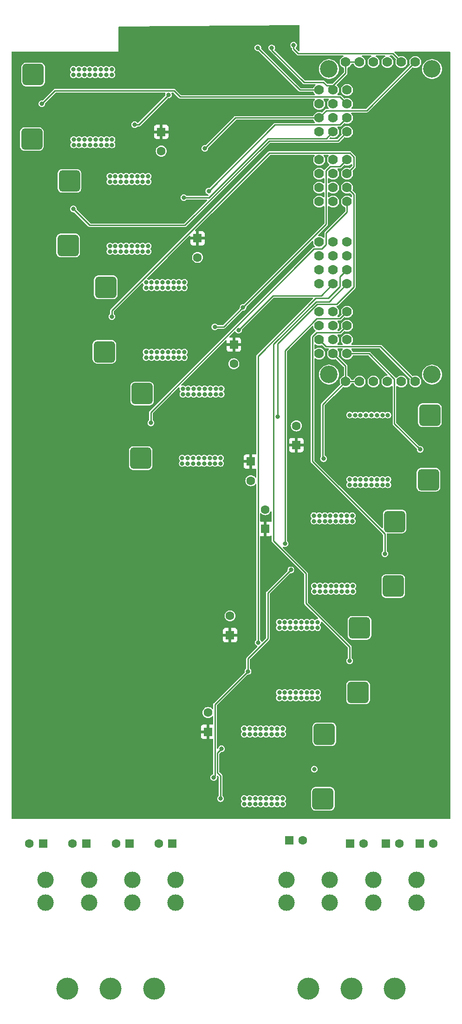
<source format=gbr>
%TF.GenerationSoftware,KiCad,Pcbnew,7.0.8*%
%TF.CreationDate,2023-10-09T09:06:24+01:00*%
%TF.ProjectId,CCC_rig_driver,4343435f-7269-4675-9f64-72697665722e,rev?*%
%TF.SameCoordinates,Original*%
%TF.FileFunction,Copper,L2,Inr*%
%TF.FilePolarity,Positive*%
%FSLAX46Y46*%
G04 Gerber Fmt 4.6, Leading zero omitted, Abs format (unit mm)*
G04 Created by KiCad (PCBNEW 7.0.8) date 2023-10-09 09:06:24*
%MOMM*%
%LPD*%
G01*
G04 APERTURE LIST*
G04 Aperture macros list*
%AMRoundRect*
0 Rectangle with rounded corners*
0 $1 Rounding radius*
0 $2 $3 $4 $5 $6 $7 $8 $9 X,Y pos of 4 corners*
0 Add a 4 corners polygon primitive as box body*
4,1,4,$2,$3,$4,$5,$6,$7,$8,$9,$2,$3,0*
0 Add four circle primitives for the rounded corners*
1,1,$1+$1,$2,$3*
1,1,$1+$1,$4,$5*
1,1,$1+$1,$6,$7*
1,1,$1+$1,$8,$9*
0 Add four rect primitives between the rounded corners*
20,1,$1+$1,$2,$3,$4,$5,0*
20,1,$1+$1,$4,$5,$6,$7,0*
20,1,$1+$1,$6,$7,$8,$9,0*
20,1,$1+$1,$8,$9,$2,$3,0*%
G04 Aperture macros list end*
%TA.AperFunction,ComponentPad*%
%ADD10C,4.000000*%
%TD*%
%TA.AperFunction,ComponentPad*%
%ADD11C,3.000000*%
%TD*%
%TA.AperFunction,ComponentPad*%
%ADD12RoundRect,0.639769X-1.310231X-1.310231X1.310231X-1.310231X1.310231X1.310231X-1.310231X1.310231X0*%
%TD*%
%TA.AperFunction,ComponentPad*%
%ADD13R,1.600000X1.600000*%
%TD*%
%TA.AperFunction,ComponentPad*%
%ADD14C,1.600000*%
%TD*%
%TA.AperFunction,ComponentPad*%
%ADD15RoundRect,0.639769X1.310231X1.310231X-1.310231X1.310231X-1.310231X-1.310231X1.310231X-1.310231X0*%
%TD*%
%TA.AperFunction,ComponentPad*%
%ADD16C,1.778000*%
%TD*%
%TA.AperFunction,ComponentPad*%
%ADD17C,3.200000*%
%TD*%
%TA.AperFunction,ViaPad*%
%ADD18C,0.800000*%
%TD*%
%TA.AperFunction,Conductor*%
%ADD19C,0.250000*%
%TD*%
G04 APERTURE END LIST*
D10*
%TO.N,*%
%TO.C,J12*%
X66049700Y-190614000D03*
X73949700Y-190614000D03*
X81849700Y-190614000D03*
D11*
%TO.N,P_OUT_4_-*%
X62099700Y-170814000D03*
%TO.N,P_OUT_4_+*%
X62099700Y-174914000D03*
%TO.N,P_OUT_5_-*%
X69999700Y-170814000D03*
%TO.N,P_OUT_5_+*%
X69999700Y-174914000D03*
%TO.N,P_OUT_6_-*%
X77899700Y-170814000D03*
%TO.N,P_OUT_6_+*%
X77899700Y-174914000D03*
%TO.N,P_OUT_7_-*%
X85799700Y-170814000D03*
%TO.N,P_OUT_7_+*%
X85799700Y-174914000D03*
%TD*%
D10*
%TO.N,*%
%TO.C,J7*%
X22145700Y-190614000D03*
X30045700Y-190614000D03*
X37945700Y-190614000D03*
D11*
%TO.N,P_OUT_0_-*%
X18195700Y-170814000D03*
%TO.N,P_OUT_0_+*%
X18195700Y-174914000D03*
%TO.N,P_OUT_1_-*%
X26095700Y-170814000D03*
%TO.N,P_OUT_1_+*%
X26095700Y-174914000D03*
%TO.N,P_OUT_2_-*%
X33995700Y-170814000D03*
%TO.N,P_OUT_2_+*%
X33995700Y-174914000D03*
%TO.N,P_OUT_3_-*%
X41895700Y-170814000D03*
%TO.N,P_OUT_3_+*%
X41895700Y-174914000D03*
%TD*%
D12*
%TO.N,P_OUT_6_-*%
%TO.C,IC10*%
X81831000Y-105576500D03*
%TO.N,P_OUT_6_+*%
X81581000Y-117326500D03*
%TD*%
D13*
%TO.N,VCC*%
%TO.C,C24*%
X52504700Y-73355500D03*
D14*
%TO.N,GNDPWR*%
X52504700Y-76855500D03*
%TD*%
D13*
%TO.N,P_OUT_4_-*%
%TO.C,C9*%
X62594888Y-163600000D03*
D14*
%TO.N,P_OUT_4_+*%
X65094888Y-163600000D03*
%TD*%
D13*
%TO.N,P_OUT_5_-*%
%TO.C,C10*%
X73694888Y-164200000D03*
D14*
%TO.N,P_OUT_5_+*%
X76194888Y-164200000D03*
%TD*%
D15*
%TO.N,P_OUT_2_-*%
%TO.C,IC6*%
X28904700Y-74668000D03*
%TO.N,P_OUT_2_+*%
X29154700Y-62918000D03*
%TD*%
D13*
%TO.N,VCC*%
%TO.C,C29*%
X63900000Y-91652700D03*
D14*
%TO.N,GNDPWR*%
X63900000Y-88152700D03*
%TD*%
D13*
%TO.N,VCC*%
%TO.C,C25*%
X55600000Y-94647300D03*
D14*
%TO.N,GNDPWR*%
X55600000Y-98147300D03*
%TD*%
D12*
%TO.N,P_OUT_5_-*%
%TO.C,IC9*%
X75414400Y-124941700D03*
%TO.N,P_OUT_5_+*%
X75164400Y-136691700D03*
%TD*%
D15*
%TO.N,P_OUT_1_-*%
%TO.C,IC5*%
X22286100Y-55302800D03*
%TO.N,P_OUT_1_+*%
X22536100Y-43552800D03*
%TD*%
D12*
%TO.N,P_OUT_7_-*%
%TO.C,IC11*%
X88247700Y-86211300D03*
%TO.N,P_OUT_7_+*%
X87997700Y-97961300D03*
%TD*%
D13*
%TO.N,P_OUT_0_-*%
%TO.C,C1*%
X17705100Y-164200000D03*
D14*
%TO.N,P_OUT_0_+*%
X15205100Y-164200000D03*
%TD*%
D13*
%TO.N,P_OUT_3_-*%
%TO.C,C4*%
X41305113Y-164200000D03*
D14*
%TO.N,P_OUT_3_+*%
X38805113Y-164200000D03*
%TD*%
D15*
%TO.N,P_OUT_3_-*%
%TO.C,IC7*%
X35523300Y-94033200D03*
%TO.N,P_OUT_3_+*%
X35773300Y-82283200D03*
%TD*%
%TO.N,P_OUT_0_-*%
%TO.C,IC4*%
X15667500Y-35937600D03*
%TO.N,P_OUT_0_+*%
X15917500Y-24187600D03*
%TD*%
D13*
%TO.N,VCC*%
%TO.C,C26*%
X47800000Y-143852700D03*
D14*
%TO.N,GNDPWR*%
X47800000Y-140352700D03*
%TD*%
D13*
%TO.N,P_OUT_1_-*%
%TO.C,C2*%
X25605100Y-164200000D03*
D14*
%TO.N,P_OUT_1_+*%
X23105100Y-164200000D03*
%TD*%
D13*
%TO.N,VCC*%
%TO.C,C27*%
X51814400Y-126254200D03*
D14*
%TO.N,GNDPWR*%
X51814400Y-122754200D03*
%TD*%
D13*
%TO.N,VCC*%
%TO.C,C22*%
X39267500Y-34625100D03*
D14*
%TO.N,GNDPWR*%
X39267500Y-38125100D03*
%TD*%
D13*
%TO.N,P_OUT_6_-*%
%TO.C,C11*%
X80194888Y-164200000D03*
D14*
%TO.N,P_OUT_6_+*%
X82694888Y-164200000D03*
%TD*%
D13*
%TO.N,P_OUT_2_-*%
%TO.C,C3*%
X33505100Y-164200000D03*
D14*
%TO.N,P_OUT_2_+*%
X31005100Y-164200000D03*
%TD*%
D13*
%TO.N,P_OUT_7_-*%
%TO.C,C12*%
X86394900Y-164200000D03*
D14*
%TO.N,P_OUT_7_+*%
X88894900Y-164200000D03*
%TD*%
D12*
%TO.N,P_OUT_4_-*%
%TO.C,IC8*%
X68997700Y-144306900D03*
%TO.N,P_OUT_4_+*%
X68747700Y-156056900D03*
%TD*%
D16*
%TO.N,PWM_00*%
%TO.C,U2*%
X73151700Y-26991000D03*
%TO.N,PWM_01*%
X73151700Y-29531000D03*
%TO.N,PWM_02*%
X73151700Y-32071000D03*
%TO.N,PWM_03*%
X73151700Y-34611000D03*
%TO.N,PWM_04*%
X73151700Y-39691000D03*
%TO.N,PWM_05*%
X73151700Y-42231000D03*
%TO.N,PWM_06*%
X73151700Y-44771000D03*
%TO.N,PWM_07*%
X73151700Y-47311000D03*
%TO.N,PWM_08*%
X73151700Y-54677000D03*
%TO.N,PWM_09*%
X73151700Y-57217000D03*
%TO.N,PWM_10*%
X73151700Y-59757000D03*
%TO.N,PWM_11*%
X73151700Y-62297000D03*
%TO.N,PWM_12*%
X73151700Y-67377000D03*
%TO.N,PWM_13*%
X73151700Y-69917000D03*
%TO.N,PWM_14*%
X73151700Y-72457000D03*
%TO.N,PWM_15*%
X73151700Y-74997000D03*
%TO.N,GNDD*%
X85597700Y-21911000D03*
X85597700Y-80077000D03*
X68071700Y-26991000D03*
X68071700Y-29531000D03*
X68071700Y-32071000D03*
X68071700Y-34611000D03*
X68071700Y-39691000D03*
X68071700Y-42231000D03*
X68071700Y-44771000D03*
X68071700Y-47311000D03*
X68071700Y-54677000D03*
X68071700Y-57217000D03*
X68071700Y-59757000D03*
X68071700Y-62297000D03*
X68071700Y-67377000D03*
X68071700Y-69917000D03*
X68071700Y-72457000D03*
X68071700Y-74997000D03*
%TO.N,PWM_OE*%
X83057700Y-21911000D03*
X83057700Y-80077000D03*
D17*
%TO.N,N/C*%
X88645700Y-23181000D03*
X88645700Y-78807000D03*
X69849700Y-23181000D03*
X69849700Y-78807000D03*
D16*
%TO.N,I2C_SCL*%
X80517700Y-21911000D03*
X80517700Y-80077000D03*
%TO.N,I2C_SDA*%
X77977700Y-21911000D03*
X77977700Y-80077000D03*
%TO.N,+3.3V*%
X72897700Y-21911000D03*
X72897700Y-80077000D03*
X70611700Y-26991000D03*
X70611700Y-29531000D03*
X70611700Y-32071000D03*
X70611700Y-34611000D03*
X70611700Y-39691000D03*
X70611700Y-42231000D03*
X70611700Y-44771000D03*
X70611700Y-47311000D03*
X70611700Y-54677000D03*
X70611700Y-57217000D03*
X70611700Y-59757000D03*
X70611700Y-62297000D03*
X70611700Y-67377000D03*
X70611700Y-69917000D03*
X70611700Y-72457000D03*
X70611700Y-74997000D03*
X75437700Y-21911000D03*
X75437700Y-80077000D03*
%TD*%
D13*
%TO.N,VCC*%
%TO.C,C23*%
X45886100Y-53990300D03*
D14*
%TO.N,GNDPWR*%
X45886100Y-57490300D03*
%TD*%
D13*
%TO.N,VCC*%
%TO.C,C28*%
X58231000Y-106889000D03*
D14*
%TO.N,GNDPWR*%
X58231000Y-103389000D03*
%TD*%
D18*
%TO.N,+3.3V*%
X53352800Y-70751100D03*
X43376900Y-46582700D03*
X68849300Y-94135000D03*
X48847000Y-152181700D03*
X59430000Y-19337900D03*
X55105800Y-132837600D03*
X62910600Y-114374400D03*
%TO.N,GNDD*%
X56890000Y-19317800D03*
X47223600Y-37638400D03*
%TO.N,PWM_OE*%
X63413100Y-18851100D03*
%TO.N,PWM_00*%
X40573000Y-27904100D03*
X34417500Y-33303400D03*
%TO.N,PWM_01*%
X17505000Y-29516900D03*
%TO.N,PWM_02*%
X47928600Y-45423400D03*
%TO.N,PWM_03*%
X23264500Y-48661900D03*
%TO.N,PWM_04*%
X54184400Y-66615900D03*
X49027200Y-70117000D03*
%TO.N,PWM_05*%
X30256300Y-68252700D03*
%TO.N,PWM_06*%
X60466800Y-86482800D03*
%TO.N,PWM_07*%
X37360800Y-87614800D03*
%TO.N,PWM_08*%
X50077100Y-156026600D03*
X50247700Y-146947000D03*
%TO.N,PWM_09*%
X67160200Y-150672700D03*
%TO.N,PWM_10*%
X56951500Y-127600300D03*
%TO.N,PWM_11*%
X73618200Y-130934500D03*
%TO.N,PWM_12*%
X61823400Y-109609100D03*
%TO.N,PWM_13*%
X80036300Y-111445500D03*
%TO.N,PWM_15*%
X86469700Y-92442900D03*
%TO.N,GNDPWR*%
X30247700Y-24244000D03*
X62797700Y-124886000D03*
X61797700Y-123886000D03*
X58400000Y-156000000D03*
X79597700Y-98886300D03*
X72097700Y-105486000D03*
X49097700Y-93994000D03*
X25297700Y-36994000D03*
X72197700Y-117286000D03*
X68197700Y-117286000D03*
X30897700Y-43694000D03*
X23297700Y-35994000D03*
X66797700Y-137686000D03*
X42497700Y-61994000D03*
X61797700Y-124886000D03*
X34897700Y-55394000D03*
X31897700Y-42694000D03*
X26297700Y-35994000D03*
X73097700Y-104486000D03*
X27247700Y-24244000D03*
X78597700Y-98886300D03*
X65797700Y-123886000D03*
X63797700Y-124886000D03*
X77597700Y-97886300D03*
X29247700Y-24244000D03*
X33897700Y-56394000D03*
X28297700Y-35994000D03*
X30297700Y-36994000D03*
X36897700Y-56394000D03*
X25247700Y-24244000D03*
X26247700Y-24244000D03*
X61400000Y-156000000D03*
X66797700Y-136686000D03*
X59397700Y-144286000D03*
X36897700Y-42694000D03*
X38497700Y-75694000D03*
X60397700Y-144286000D03*
X74597700Y-98886300D03*
X67797700Y-124886000D03*
X59397700Y-143286000D03*
X64797700Y-123886000D03*
X48097700Y-93994000D03*
X32897700Y-42694000D03*
X62797700Y-123886000D03*
X67097700Y-104486000D03*
X56400000Y-156000000D03*
X80597700Y-86186300D03*
X55397700Y-144286000D03*
X38497700Y-61994000D03*
X74097700Y-105486000D03*
X29297700Y-36994000D03*
X80597700Y-98886300D03*
X36897700Y-43694000D03*
X35897700Y-43694000D03*
X36497700Y-74694000D03*
X34897700Y-43694000D03*
X40497700Y-61994000D03*
X72097700Y-104486000D03*
X41497700Y-75694000D03*
X66797700Y-123886000D03*
X36497700Y-62994000D03*
X69197700Y-118286000D03*
X76597700Y-97886300D03*
X50197700Y-82394000D03*
X73597700Y-86186300D03*
X30897700Y-56394000D03*
X48097700Y-94994000D03*
X39497700Y-61994000D03*
X30297700Y-35994000D03*
X27247700Y-23244000D03*
X67797700Y-123886000D03*
X40497700Y-75694000D03*
X57397700Y-143286000D03*
X43497700Y-75694000D03*
X50097700Y-93994000D03*
X75597700Y-98886300D03*
X71197700Y-118286000D03*
X74597700Y-97886300D03*
X64797700Y-136686000D03*
X61797700Y-136686000D03*
X69097700Y-104486000D03*
X29897700Y-43694000D03*
X55397700Y-143286000D03*
X34897700Y-56394000D03*
X64797700Y-124886000D03*
X76597700Y-86186300D03*
X28297700Y-36994000D03*
X73197700Y-117286000D03*
X23297700Y-36994000D03*
X68097700Y-105486000D03*
X70197700Y-117286000D03*
X44097700Y-94994000D03*
X78597700Y-86186300D03*
X71097700Y-105486000D03*
X29897700Y-42694000D03*
X37497700Y-61994000D03*
X42497700Y-74694000D03*
X76597700Y-98886300D03*
X56397700Y-143286000D03*
X42497700Y-75694000D03*
X26297700Y-36994000D03*
X61397700Y-143286000D03*
X72197700Y-118286000D03*
X30897700Y-42694000D03*
X43197700Y-81394000D03*
X31897700Y-55394000D03*
X58400000Y-157000000D03*
X49197700Y-81394000D03*
X65797700Y-124886000D03*
X38497700Y-74694000D03*
X68097700Y-104486000D03*
X50097700Y-94994000D03*
X44197700Y-82394000D03*
X46097700Y-93994000D03*
X49097700Y-94994000D03*
X75597700Y-86186300D03*
X60397700Y-143286000D03*
X69197700Y-117286000D03*
X47097700Y-94994000D03*
X24247700Y-24244000D03*
X43097700Y-93994000D03*
X32897700Y-56394000D03*
X41497700Y-62994000D03*
X48197700Y-82394000D03*
X78597700Y-97886300D03*
X61397700Y-144286000D03*
X47197700Y-82394000D03*
X45197700Y-82394000D03*
X49197700Y-82394000D03*
X77597700Y-86186300D03*
X69097700Y-105486000D03*
X74097700Y-104486000D03*
X36497700Y-75694000D03*
X41497700Y-74694000D03*
X67797700Y-137686000D03*
X38497700Y-62994000D03*
X75597700Y-97886300D03*
X73097700Y-105486000D03*
X67197700Y-118286000D03*
X43497700Y-74694000D03*
X46197700Y-81394000D03*
X79597700Y-97886300D03*
X60400000Y-157000000D03*
X47197700Y-81394000D03*
X31897700Y-56394000D03*
X66797700Y-124886000D03*
X31897700Y-43694000D03*
X48197700Y-81394000D03*
X56397700Y-144286000D03*
X29297700Y-35994000D03*
X73597700Y-98886300D03*
X23247700Y-24244000D03*
X59400000Y-157000000D03*
X40497700Y-62994000D03*
X24247700Y-23244000D03*
X71197700Y-117286000D03*
X39497700Y-74694000D03*
X50197700Y-81394000D03*
X42497700Y-62994000D03*
X43497700Y-62994000D03*
X24297700Y-36994000D03*
X45097700Y-93994000D03*
X54400000Y-157000000D03*
X67797700Y-136686000D03*
X64797700Y-137686000D03*
X28247700Y-23244000D03*
X28247700Y-24244000D03*
X63797700Y-137686000D03*
X35897700Y-56394000D03*
X37497700Y-62994000D03*
X60797700Y-136686000D03*
X59400000Y-156000000D03*
X33897700Y-42694000D03*
X57400000Y-157000000D03*
X34897700Y-42694000D03*
X30897700Y-55394000D03*
X29897700Y-56394000D03*
X32897700Y-55394000D03*
X60797700Y-137686000D03*
X46097700Y-94994000D03*
X41497700Y-61994000D03*
X39497700Y-62994000D03*
X56400000Y-157000000D03*
X45197700Y-81394000D03*
X36897700Y-55394000D03*
X73197700Y-118286000D03*
X25297700Y-35994000D03*
X60797700Y-124886000D03*
X74197700Y-118286000D03*
X26247700Y-23244000D03*
X63797700Y-136686000D03*
X55400000Y-156000000D03*
X65797700Y-137686000D03*
X58397700Y-144286000D03*
X25247700Y-23244000D03*
X33897700Y-43694000D03*
X27297700Y-35994000D03*
X55400000Y-157000000D03*
X43197700Y-82394000D03*
X61400000Y-157000000D03*
X60400000Y-156000000D03*
X73597700Y-97886300D03*
X74597700Y-86186300D03*
X54397700Y-144286000D03*
X33897700Y-55394000D03*
X65797700Y-136686000D03*
X57400000Y-156000000D03*
X30247700Y-23244000D03*
X68197700Y-118286000D03*
X44097700Y-93994000D03*
X23247700Y-23244000D03*
X77597700Y-98886300D03*
X43497700Y-61994000D03*
X29897700Y-55394000D03*
X57397700Y-144286000D03*
X35897700Y-55394000D03*
X44197700Y-81394000D03*
X67197700Y-117286000D03*
X47097700Y-93994000D03*
X35897700Y-42694000D03*
X27297700Y-36994000D03*
X62797700Y-136686000D03*
X32897700Y-43694000D03*
X70097700Y-105486000D03*
X79597700Y-86186300D03*
X40497700Y-74694000D03*
X54397700Y-143286000D03*
X67097700Y-105486000D03*
X45097700Y-94994000D03*
X39497700Y-75694000D03*
X71097700Y-104486000D03*
X70097700Y-104486000D03*
X46197700Y-82394000D03*
X36497700Y-61994000D03*
X62797700Y-137686000D03*
X37497700Y-75694000D03*
X54400000Y-156000000D03*
X43097700Y-94994000D03*
X58397700Y-143286000D03*
X80597700Y-97886300D03*
X70197700Y-118286000D03*
X74197700Y-117286000D03*
X37497700Y-74694000D03*
X61797700Y-137686000D03*
X63797700Y-123886000D03*
X24297700Y-35994000D03*
X29247700Y-23244000D03*
X60797700Y-123886000D03*
%TO.N,VCC*%
X76197700Y-91786300D03*
X77497700Y-92886300D03*
X50700000Y-31300000D03*
X45000000Y-60400000D03*
X40997700Y-50294000D03*
X26397700Y-31494000D03*
X34297700Y-48594000D03*
X76197700Y-90586300D03*
X30697700Y-29194000D03*
X77300000Y-83900000D03*
X49000000Y-60400000D03*
X78697700Y-90586300D03*
X76300000Y-81900000D03*
X49700000Y-33300000D03*
X72397700Y-112286000D03*
X52797700Y-149286000D03*
X50700000Y-30300000D03*
X47000000Y-62400000D03*
X46197700Y-87294000D03*
X64697700Y-130586000D03*
X31897700Y-29194000D03*
X48700000Y-30300000D03*
X40897700Y-70194000D03*
X75300000Y-81900000D03*
X51697700Y-87294000D03*
X25197700Y-31494000D03*
X50297700Y-149286000D03*
X43897700Y-67894000D03*
X48000000Y-62400000D03*
X78300000Y-83900000D03*
X31797700Y-48594000D03*
X47497700Y-88394000D03*
X77497700Y-90586300D03*
X53997700Y-150986000D03*
X78697700Y-91786300D03*
X50497700Y-87294000D03*
X52700000Y-30300000D03*
X39597700Y-68994000D03*
X48000000Y-60400000D03*
X76300000Y-82900000D03*
X47497700Y-89594000D03*
X40897700Y-68994000D03*
X75300000Y-83900000D03*
X45097700Y-67894000D03*
X40997700Y-48594000D03*
X65897700Y-130586000D03*
X71197700Y-111186000D03*
X46000000Y-60400000D03*
X63197700Y-110586000D03*
X52797700Y-150986000D03*
X77497700Y-91786300D03*
X59197700Y-131686000D03*
X56997700Y-150986000D03*
X45000000Y-61400000D03*
X58297700Y-148686000D03*
X56997700Y-149886000D03*
X63397700Y-129386000D03*
X48700000Y-31300000D03*
X65697700Y-110586000D03*
X34297700Y-50894000D03*
X57897700Y-129986000D03*
X51700000Y-30300000D03*
X75500000Y-77900000D03*
X63397700Y-131686000D03*
X46197700Y-88394000D03*
X76500000Y-75900000D03*
X58297700Y-150986000D03*
X51497700Y-150986000D03*
X66897700Y-112286000D03*
X72397700Y-111186000D03*
X57897700Y-131686000D03*
X49700000Y-30300000D03*
X79300000Y-83900000D03*
X78300000Y-82900000D03*
X39797700Y-48594000D03*
X44997700Y-87294000D03*
X33197700Y-29194000D03*
X64697700Y-129386000D03*
X51700000Y-31300000D03*
X50297700Y-150986000D03*
X48000000Y-61400000D03*
X58297700Y-149886000D03*
X45000000Y-62400000D03*
X59197700Y-129986000D03*
X27697700Y-29194000D03*
X75300000Y-82900000D03*
X44997700Y-89594000D03*
X79300000Y-82900000D03*
X69897700Y-111186000D03*
X39797700Y-50294000D03*
X52700000Y-29300000D03*
X49000000Y-61400000D03*
X46397700Y-69594000D03*
X50700000Y-29300000D03*
X64697700Y-131686000D03*
X34297700Y-49694000D03*
X50497700Y-88994000D03*
X43897700Y-69594000D03*
X76500000Y-76900000D03*
X38497700Y-48594000D03*
X37297700Y-50294000D03*
X59497700Y-148686000D03*
X48700000Y-29300000D03*
X51700000Y-29300000D03*
X60397700Y-129986000D03*
X46000000Y-62400000D03*
X49700000Y-29300000D03*
X63397700Y-130586000D03*
X59497700Y-149886000D03*
X47497700Y-87294000D03*
X56997700Y-148686000D03*
X66897700Y-110586000D03*
X47597700Y-69594000D03*
X39597700Y-70194000D03*
X50700000Y-32300000D03*
X38397700Y-67894000D03*
X65897700Y-131686000D03*
X69497700Y-92886300D03*
X45097700Y-69594000D03*
X69897700Y-112286000D03*
X53997700Y-149286000D03*
X78300000Y-81900000D03*
X49700000Y-31300000D03*
X47597700Y-67894000D03*
X32997700Y-50894000D03*
X38397700Y-68994000D03*
X37297700Y-48594000D03*
X49000000Y-62400000D03*
X76197700Y-92886300D03*
X31797700Y-50894000D03*
X34397700Y-29194000D03*
X70697700Y-91186300D03*
X75500000Y-76900000D03*
X31797700Y-49694000D03*
X48700000Y-33300000D03*
X70697700Y-92886300D03*
X44997700Y-88394000D03*
X49700000Y-32300000D03*
X51697700Y-88994000D03*
X56697700Y-131686000D03*
X47000000Y-60400000D03*
X46000000Y-61400000D03*
X46197700Y-89594000D03*
X77300000Y-81900000D03*
X38397700Y-70194000D03*
X27697700Y-31494000D03*
X65697700Y-112286000D03*
X69497700Y-91186300D03*
X56697700Y-129986000D03*
X26397700Y-29194000D03*
X76300000Y-83900000D03*
X47000000Y-61400000D03*
X71197700Y-112286000D03*
X77300000Y-82900000D03*
X39597700Y-67894000D03*
X59497700Y-150986000D03*
X40897700Y-67894000D03*
X75500000Y-75900000D03*
X76500000Y-77900000D03*
X78697700Y-92886300D03*
X65897700Y-129386000D03*
X51497700Y-149286000D03*
X79300000Y-81900000D03*
X32997700Y-49694000D03*
X60397700Y-131686000D03*
X69897700Y-109986000D03*
X32997700Y-48594000D03*
X46397700Y-67894000D03*
X72397700Y-109986000D03*
X48700000Y-32300000D03*
X25197700Y-29194000D03*
X71197700Y-109986000D03*
X38497700Y-50294000D03*
%TD*%
D19*
%TO.N,PWM_OE*%
X63413100Y-19513100D02*
X63413100Y-18851100D01*
X64254000Y-20354000D02*
X63413100Y-19513100D01*
X81500700Y-20354000D02*
X64254000Y-20354000D01*
X83057700Y-21911000D02*
X81500700Y-20354000D01*
%TO.N,+3.3V*%
X68824500Y-25600000D02*
X69440000Y-26215500D01*
X65300000Y-25600000D02*
X68824500Y-25600000D01*
X59430000Y-19730000D02*
X65300000Y-25600000D01*
X59430000Y-19337900D02*
X59430000Y-19730000D01*
X70611700Y-34611000D02*
X69395800Y-35826900D01*
X68438800Y-64469900D02*
X59634000Y-64469900D01*
X55105800Y-132837600D02*
X49076900Y-138866500D01*
X68726100Y-84248600D02*
X68726100Y-94011800D01*
X69395800Y-35826900D02*
X58750600Y-35826900D01*
X72897700Y-21911000D02*
X72897700Y-23929500D01*
X58750600Y-35826900D02*
X47994800Y-46582700D01*
X72897700Y-23929500D02*
X70611700Y-26215500D01*
X59634000Y-64469900D02*
X53352800Y-70751100D01*
X49076900Y-151951800D02*
X48847000Y-152181700D01*
X68726100Y-94011800D02*
X68849300Y-94135000D01*
X75437700Y-80077000D02*
X72897700Y-80077000D01*
X72897700Y-77283000D02*
X70611700Y-74997000D01*
X70611700Y-62297000D02*
X68438800Y-64469900D01*
X58728200Y-126888800D02*
X58728200Y-118556800D01*
X70611700Y-26991000D02*
X70611700Y-26215500D01*
X72897700Y-80077000D02*
X68726100Y-84248600D01*
X55105800Y-130511200D02*
X58728200Y-126888800D01*
X55105800Y-132837600D02*
X55105800Y-130511200D01*
X49076900Y-138866500D02*
X49076900Y-151951800D01*
X58728200Y-118556800D02*
X62910600Y-114374400D01*
X72897700Y-80077000D02*
X72897700Y-77283000D01*
X47994800Y-46582700D02*
X43376900Y-46582700D01*
X70611700Y-26215500D02*
X69440000Y-26215500D01*
X75437700Y-21911000D02*
X72897700Y-21911000D01*
%TO.N,GNDD*%
X69341700Y-73727000D02*
X79247700Y-73727000D01*
X64563200Y-26991000D02*
X56890000Y-19317800D01*
X52791000Y-32071000D02*
X47223600Y-37638400D01*
X79247700Y-73727000D02*
X85597700Y-80077000D01*
X76761800Y-30746900D02*
X69395800Y-30746900D01*
X69395800Y-30746900D02*
X68071700Y-32071000D01*
X68071700Y-26991000D02*
X64563200Y-26991000D01*
X68071700Y-72457000D02*
X69341700Y-73727000D01*
X68071700Y-32071000D02*
X52791000Y-32071000D01*
X85597700Y-21911000D02*
X76761800Y-30746900D01*
%TO.N,PWM_00*%
X35173700Y-33303400D02*
X34417500Y-33303400D01*
X40573000Y-27904100D02*
X35173700Y-33303400D01*
%TO.N,PWM_01*%
X73151700Y-29531000D02*
X71881700Y-28261000D01*
X19873600Y-27148300D02*
X17505000Y-29516900D01*
X41619000Y-27148300D02*
X19873600Y-27148300D01*
X42731700Y-28261000D02*
X41619000Y-27148300D01*
X71881700Y-28261000D02*
X42731700Y-28261000D01*
%TO.N,PWM_02*%
X71881700Y-33341000D02*
X73151700Y-32071000D01*
X47928600Y-45423400D02*
X60011000Y-33341000D01*
X60011000Y-33341000D02*
X71881700Y-33341000D01*
%TO.N,PWM_03*%
X43585700Y-51630900D02*
X58937800Y-36278800D01*
X71483900Y-36278800D02*
X73151700Y-34611000D01*
X26233500Y-51630900D02*
X43585700Y-51630900D01*
X23264500Y-48661900D02*
X26233500Y-51630900D01*
X58937800Y-36278800D02*
X71483900Y-36278800D01*
%TO.N,PWM_04*%
X70077100Y-40961000D02*
X69341700Y-41696400D01*
X54184400Y-66615900D02*
X50683300Y-70117000D01*
X69341700Y-41696400D02*
X69341700Y-51458600D01*
X73151700Y-39691000D02*
X71881700Y-40961000D01*
X71881700Y-40961000D02*
X70077100Y-40961000D01*
X69341700Y-51458600D02*
X54184400Y-66615900D01*
X50683300Y-70117000D02*
X49027200Y-70117000D01*
%TO.N,PWM_05*%
X30256300Y-68252700D02*
X30256300Y-67201900D01*
X30256300Y-67201900D02*
X59002900Y-38455300D01*
X74424100Y-39206000D02*
X74424100Y-40958600D01*
X74424100Y-40958600D02*
X73151700Y-42231000D01*
X59002900Y-38455300D02*
X73673400Y-38455300D01*
X73673400Y-38455300D02*
X74424100Y-39206000D01*
%TO.N,PWM_06*%
X74390800Y-46010100D02*
X73151700Y-44771000D01*
X74390800Y-62864100D02*
X74390800Y-46010100D01*
X60466800Y-73202000D02*
X67684100Y-65984700D01*
X71270200Y-65984700D02*
X74390800Y-62864100D01*
X60466800Y-86482800D02*
X60466800Y-73202000D01*
X67684100Y-65984700D02*
X71270200Y-65984700D01*
%TO.N,PWM_07*%
X69341700Y-53052900D02*
X69341700Y-55136100D01*
X37360800Y-85715200D02*
X37360800Y-87614800D01*
X73151700Y-47311000D02*
X73151700Y-49242900D01*
X67129000Y-55947000D02*
X37360800Y-85715200D01*
X68530800Y-55947000D02*
X67129000Y-55947000D01*
X73151700Y-49242900D02*
X69341700Y-53052900D01*
X69341700Y-55136100D02*
X68530800Y-55947000D01*
%TO.N,PWM_08*%
X49528800Y-147665900D02*
X50247700Y-146947000D01*
X49528800Y-151322300D02*
X49528800Y-147665900D01*
X50077100Y-151870600D02*
X49528800Y-151322300D01*
X50077100Y-156026600D02*
X50077100Y-151870600D01*
%TO.N,PWM_10*%
X73151700Y-59757000D02*
X71881700Y-61027000D01*
X71881700Y-61027000D02*
X71881700Y-62786600D01*
X71881700Y-62786600D02*
X69746500Y-64921800D01*
X67468800Y-64921800D02*
X56951500Y-75439100D01*
X69746500Y-64921800D02*
X67468800Y-64921800D01*
X56951500Y-75439100D02*
X56951500Y-127600300D01*
%TO.N,PWM_11*%
X73618200Y-128376100D02*
X73618200Y-130934500D01*
X67497000Y-65532700D02*
X59728200Y-73301500D01*
X73151700Y-62297000D02*
X69916000Y-65532700D01*
X65649800Y-115023600D02*
X65649800Y-120407700D01*
X59728200Y-109102000D02*
X65649800Y-115023600D01*
X69916000Y-65532700D02*
X67497000Y-65532700D01*
X65649800Y-120407700D02*
X73618200Y-128376100D01*
X59728200Y-73301500D02*
X59728200Y-109102000D01*
%TO.N,PWM_12*%
X71881700Y-68647000D02*
X67619600Y-68647000D01*
X61823400Y-74443200D02*
X61823400Y-109609100D01*
X73151700Y-67377000D02*
X71881700Y-68647000D01*
X67619600Y-68647000D02*
X61823400Y-74443200D01*
%TO.N,PWM_13*%
X67603700Y-71187000D02*
X66852100Y-71938600D01*
X71881700Y-71187000D02*
X67603700Y-71187000D01*
X73151700Y-69917000D02*
X71881700Y-71187000D01*
X66852100Y-71938600D02*
X66852100Y-94601900D01*
X80036300Y-107786100D02*
X80036300Y-111445500D01*
X66852100Y-94601900D02*
X80036300Y-107786100D01*
%TO.N,PWM_15*%
X77197700Y-74997000D02*
X81787700Y-79587000D01*
X81787700Y-87760900D02*
X86469700Y-92442900D01*
X73151700Y-74997000D02*
X77197700Y-74997000D01*
X81787700Y-79587000D02*
X81787700Y-87760900D01*
%TD*%
%TA.AperFunction,Conductor*%
%TO.N,VCC*%
G36*
X59340993Y-103712431D02*
G01*
X59389372Y-103764392D01*
X59402700Y-103820793D01*
X59402700Y-105503977D01*
X59382698Y-105572098D01*
X59329042Y-105618591D01*
X59258768Y-105628695D01*
X59232668Y-105622033D01*
X59140094Y-105587505D01*
X59079597Y-105581000D01*
X58485000Y-105581000D01*
X58485000Y-106577314D01*
X58469045Y-106561359D01*
X58356148Y-106503835D01*
X58262481Y-106489000D01*
X58199519Y-106489000D01*
X58105852Y-106503835D01*
X57992955Y-106561359D01*
X57977000Y-106577314D01*
X57977000Y-105581000D01*
X57403000Y-105581000D01*
X57334879Y-105560998D01*
X57288386Y-105507342D01*
X57277000Y-105455000D01*
X57277000Y-104155790D01*
X57297002Y-104087669D01*
X57350658Y-104041176D01*
X57420932Y-104031072D01*
X57485512Y-104060566D01*
X57500395Y-104075852D01*
X57520117Y-104099883D01*
X57672462Y-104224910D01*
X57846273Y-104317814D01*
X58034868Y-104375024D01*
X58034872Y-104375024D01*
X58034874Y-104375025D01*
X58230997Y-104394341D01*
X58231000Y-104394341D01*
X58231003Y-104394341D01*
X58427124Y-104375025D01*
X58427126Y-104375025D01*
X58427127Y-104375024D01*
X58427132Y-104375024D01*
X58615727Y-104317814D01*
X58789538Y-104224910D01*
X58941883Y-104099883D01*
X59066910Y-103947538D01*
X59159814Y-103773727D01*
X59159816Y-103773719D01*
X59160291Y-103772576D01*
X59160701Y-103772066D01*
X59162732Y-103768268D01*
X59163452Y-103768653D01*
X59204839Y-103717295D01*
X59272202Y-103694873D01*
X59340993Y-103712431D01*
G37*
%TD.AperFunction*%
%TA.AperFunction,Conductor*%
G36*
X64450883Y-15224760D02*
G01*
X64497747Y-15278091D01*
X64509500Y-15331228D01*
X64509500Y-19844983D01*
X64489498Y-19913104D01*
X64435842Y-19959597D01*
X64365568Y-19969701D01*
X64300988Y-19940207D01*
X64294405Y-19934078D01*
X63828863Y-19468536D01*
X63794837Y-19406224D01*
X63799902Y-19335409D01*
X63836388Y-19286067D01*
X63835543Y-19285222D01*
X63841187Y-19279577D01*
X63841266Y-19279470D01*
X63841382Y-19279382D01*
X63937636Y-19153941D01*
X63998144Y-19007862D01*
X64018782Y-18851100D01*
X63998144Y-18694338D01*
X63937636Y-18548259D01*
X63841382Y-18422818D01*
X63715941Y-18326564D01*
X63569862Y-18266056D01*
X63569860Y-18266055D01*
X63413100Y-18245418D01*
X63256339Y-18266055D01*
X63110260Y-18326563D01*
X63110257Y-18326565D01*
X62984818Y-18422818D01*
X62888565Y-18548257D01*
X62888563Y-18548260D01*
X62828055Y-18694339D01*
X62807418Y-18851099D01*
X62807418Y-18851100D01*
X62828055Y-19007860D01*
X62839321Y-19035057D01*
X62888564Y-19153941D01*
X62984818Y-19279382D01*
X63034884Y-19317799D01*
X63038303Y-19320422D01*
X63080171Y-19377759D01*
X63087600Y-19420385D01*
X63087600Y-19496139D01*
X63087360Y-19501632D01*
X63083836Y-19541904D01*
X63083836Y-19541906D01*
X63094303Y-19580972D01*
X63095493Y-19586340D01*
X63102512Y-19626147D01*
X63104605Y-19631896D01*
X63110966Y-19647252D01*
X63113545Y-19652783D01*
X63136734Y-19685900D01*
X63139687Y-19690536D01*
X63159906Y-19725555D01*
X63190881Y-19751546D01*
X63194935Y-19755261D01*
X64011844Y-20572171D01*
X64015559Y-20576225D01*
X64041544Y-20607193D01*
X64041546Y-20607195D01*
X64060958Y-20618402D01*
X64076566Y-20627413D01*
X64081183Y-20630354D01*
X64114316Y-20653554D01*
X64114320Y-20653555D01*
X64119876Y-20656146D01*
X64135182Y-20662486D01*
X64140949Y-20664585D01*
X64140955Y-20664588D01*
X64180784Y-20671610D01*
X64186131Y-20672796D01*
X64225193Y-20683263D01*
X64250539Y-20681045D01*
X64265470Y-20679740D01*
X64270962Y-20679500D01*
X72386540Y-20679500D01*
X72454661Y-20699502D01*
X72501154Y-20753158D01*
X72511258Y-20823432D01*
X72481764Y-20888012D01*
X72432057Y-20922991D01*
X72409991Y-20931539D01*
X72409975Y-20931547D01*
X72238317Y-21037833D01*
X72238316Y-21037834D01*
X72089098Y-21173865D01*
X71967421Y-21334993D01*
X71877419Y-21515740D01*
X71877417Y-21515745D01*
X71822162Y-21709945D01*
X71803532Y-21911000D01*
X71822162Y-22112054D01*
X71877417Y-22306254D01*
X71877418Y-22306256D01*
X71877419Y-22306259D01*
X71967420Y-22487005D01*
X71967421Y-22487006D01*
X72089098Y-22648134D01*
X72238313Y-22784163D01*
X72238315Y-22784164D01*
X72238316Y-22784165D01*
X72409987Y-22890459D01*
X72491717Y-22922121D01*
X72548011Y-22965380D01*
X72571982Y-23032207D01*
X72572200Y-23039612D01*
X72572200Y-23742483D01*
X72552198Y-23810604D01*
X72535295Y-23831578D01*
X70513779Y-25853095D01*
X70451467Y-25887120D01*
X70424684Y-25890000D01*
X69627018Y-25890000D01*
X69558897Y-25869998D01*
X69537923Y-25853096D01*
X69066659Y-25381833D01*
X69062944Y-25377779D01*
X69036954Y-25346805D01*
X69036951Y-25346803D01*
X69001935Y-25326586D01*
X68997300Y-25323633D01*
X68964183Y-25300445D01*
X68958652Y-25297866D01*
X68943296Y-25291505D01*
X68937547Y-25289412D01*
X68913674Y-25285202D01*
X68897734Y-25282391D01*
X68892372Y-25281203D01*
X68853308Y-25270736D01*
X68853305Y-25270736D01*
X68841627Y-25271757D01*
X68813024Y-25274260D01*
X68807540Y-25274500D01*
X65487016Y-25274500D01*
X65418895Y-25254498D01*
X65397921Y-25237595D01*
X63341326Y-23181000D01*
X68044151Y-23181000D01*
X68064317Y-23450106D01*
X68124365Y-23713193D01*
X68222955Y-23964394D01*
X68222958Y-23964402D01*
X68357882Y-24198098D01*
X68357884Y-24198101D01*
X68357885Y-24198102D01*
X68526139Y-24409085D01*
X68723959Y-24592635D01*
X68723965Y-24592639D01*
X68946916Y-24744645D01*
X68946923Y-24744649D01*
X68946926Y-24744651D01*
X69190059Y-24861738D01*
X69190062Y-24861738D01*
X69190067Y-24861741D01*
X69447917Y-24941277D01*
X69447919Y-24941277D01*
X69447928Y-24941280D01*
X69714771Y-24981500D01*
X69714775Y-24981500D01*
X69984625Y-24981500D01*
X69984629Y-24981500D01*
X70251472Y-24941280D01*
X70251482Y-24941277D01*
X70509332Y-24861741D01*
X70509334Y-24861739D01*
X70509341Y-24861738D01*
X70509346Y-24861735D01*
X70509350Y-24861734D01*
X70752469Y-24744654D01*
X70752469Y-24744653D01*
X70752475Y-24744651D01*
X70975441Y-24592635D01*
X71173261Y-24409085D01*
X71341515Y-24198102D01*
X71424055Y-24055137D01*
X71476441Y-23964402D01*
X71476443Y-23964398D01*
X71575034Y-23713195D01*
X71635083Y-23450103D01*
X71655249Y-23181000D01*
X71635083Y-22911897D01*
X71575034Y-22648805D01*
X71476443Y-22397602D01*
X71476442Y-22397601D01*
X71476441Y-22397597D01*
X71341517Y-22163901D01*
X71300170Y-22112054D01*
X71173261Y-21952915D01*
X70975441Y-21769365D01*
X70888288Y-21709945D01*
X70752477Y-21617350D01*
X70752469Y-21617345D01*
X70509350Y-21500265D01*
X70509332Y-21500258D01*
X70251482Y-21420722D01*
X70251474Y-21420720D01*
X70251472Y-21420720D01*
X69984629Y-21380500D01*
X69714771Y-21380500D01*
X69447928Y-21420720D01*
X69447926Y-21420720D01*
X69447917Y-21420722D01*
X69190067Y-21500258D01*
X69190055Y-21500263D01*
X68946923Y-21617350D01*
X68946916Y-21617354D01*
X68723965Y-21769360D01*
X68723960Y-21769364D01*
X68526139Y-21952914D01*
X68357882Y-22163901D01*
X68222958Y-22397597D01*
X68222955Y-22397605D01*
X68124365Y-22648806D01*
X68064317Y-22911893D01*
X68044151Y-23181000D01*
X63341326Y-23181000D01*
X59966038Y-19805712D01*
X59932012Y-19743400D01*
X59937077Y-19672585D01*
X59950667Y-19648045D01*
X59950406Y-19647894D01*
X59954534Y-19640743D01*
X59954536Y-19640741D01*
X60015044Y-19494662D01*
X60035682Y-19337900D01*
X60027977Y-19279378D01*
X60015044Y-19181139D01*
X60006719Y-19161039D01*
X59954536Y-19035059D01*
X59858282Y-18909618D01*
X59732841Y-18813364D01*
X59684316Y-18793264D01*
X59586760Y-18752855D01*
X59430000Y-18732218D01*
X59273239Y-18752855D01*
X59127160Y-18813363D01*
X59127157Y-18813365D01*
X59001718Y-18909618D01*
X58905465Y-19035057D01*
X58905463Y-19035060D01*
X58844955Y-19181139D01*
X58824318Y-19337899D01*
X58824318Y-19337900D01*
X58844955Y-19494660D01*
X58864526Y-19541907D01*
X58905464Y-19640741D01*
X59001718Y-19766182D01*
X59100964Y-19842336D01*
X59107908Y-19847664D01*
X59134417Y-19875356D01*
X59153633Y-19902799D01*
X59156583Y-19907430D01*
X59171969Y-19934078D01*
X59176806Y-19942455D01*
X59207787Y-19968451D01*
X59211829Y-19972155D01*
X65057844Y-25818170D01*
X65061548Y-25822212D01*
X65087545Y-25853194D01*
X65113777Y-25868339D01*
X65122558Y-25873409D01*
X65127193Y-25876361D01*
X65160316Y-25899554D01*
X65165870Y-25902144D01*
X65181181Y-25908485D01*
X65186949Y-25910585D01*
X65186955Y-25910588D01*
X65226782Y-25917610D01*
X65232114Y-25918792D01*
X65271193Y-25929264D01*
X65301986Y-25926570D01*
X65311482Y-25925740D01*
X65316974Y-25925500D01*
X67298054Y-25925500D01*
X67366175Y-25945502D01*
X67412668Y-25999158D01*
X67422772Y-26069432D01*
X67393278Y-26134012D01*
X67382940Y-26144615D01*
X67263098Y-26253865D01*
X67141421Y-26414993D01*
X67141420Y-26414994D01*
X67141420Y-26414995D01*
X67051456Y-26595665D01*
X67003190Y-26647726D01*
X66938668Y-26665500D01*
X64750216Y-26665500D01*
X64682095Y-26645498D01*
X64661121Y-26628595D01*
X57522708Y-19490182D01*
X57488682Y-19427870D01*
X57486881Y-19384644D01*
X57495682Y-19317800D01*
X57475044Y-19161038D01*
X57414536Y-19014959D01*
X57318282Y-18889518D01*
X57192841Y-18793264D01*
X57095286Y-18752855D01*
X57046760Y-18732755D01*
X56890000Y-18712118D01*
X56733239Y-18732755D01*
X56587160Y-18793263D01*
X56587157Y-18793265D01*
X56461718Y-18889518D01*
X56365465Y-19014957D01*
X56365463Y-19014960D01*
X56304955Y-19161039D01*
X56284318Y-19317799D01*
X56284318Y-19317800D01*
X56304955Y-19474560D01*
X56349033Y-19580972D01*
X56365464Y-19620641D01*
X56461718Y-19746082D01*
X56587159Y-19842336D01*
X56733238Y-19902844D01*
X56890000Y-19923482D01*
X56956841Y-19914681D01*
X57026987Y-19925619D01*
X57062382Y-19950508D01*
X64321044Y-27209170D01*
X64324748Y-27213212D01*
X64350745Y-27244194D01*
X64376977Y-27259339D01*
X64385758Y-27264409D01*
X64390396Y-27267363D01*
X64423516Y-27290554D01*
X64429070Y-27293144D01*
X64444393Y-27299491D01*
X64450154Y-27301588D01*
X64456042Y-27302625D01*
X64489987Y-27308610D01*
X64495314Y-27309791D01*
X64534394Y-27320264D01*
X64560422Y-27317986D01*
X64574683Y-27316740D01*
X64580175Y-27316500D01*
X66938668Y-27316500D01*
X67006789Y-27336502D01*
X67051456Y-27386334D01*
X67141420Y-27567005D01*
X67263100Y-27728136D01*
X67266610Y-27732784D01*
X67264605Y-27734297D01*
X67290997Y-27788406D01*
X67282681Y-27858914D01*
X67237566Y-27913734D01*
X67169975Y-27935459D01*
X67166775Y-27935500D01*
X42918717Y-27935500D01*
X42850596Y-27915498D01*
X42829626Y-27898599D01*
X41861154Y-26930128D01*
X41857450Y-26926086D01*
X41831454Y-26895105D01*
X41831451Y-26895103D01*
X41796435Y-26874886D01*
X41791800Y-26871933D01*
X41758683Y-26848745D01*
X41753152Y-26846166D01*
X41737796Y-26839805D01*
X41732047Y-26837712D01*
X41708174Y-26833502D01*
X41692234Y-26830691D01*
X41686872Y-26829503D01*
X41647808Y-26819036D01*
X41647805Y-26819036D01*
X41636127Y-26820057D01*
X41607524Y-26822560D01*
X41602040Y-26822800D01*
X19890563Y-26822800D01*
X19885071Y-26822560D01*
X19844793Y-26819037D01*
X19844790Y-26819037D01*
X19805745Y-26829499D01*
X19800380Y-26830689D01*
X19760552Y-26837712D01*
X19754835Y-26839793D01*
X19739440Y-26846169D01*
X19733914Y-26848746D01*
X19700795Y-26871936D01*
X19696159Y-26874890D01*
X19661146Y-26895105D01*
X19661144Y-26895107D01*
X19635153Y-26926080D01*
X19631439Y-26930133D01*
X17677382Y-28884190D01*
X17615070Y-28918215D01*
X17571842Y-28920017D01*
X17505002Y-28911218D01*
X17505000Y-28911218D01*
X17348239Y-28931855D01*
X17202160Y-28992363D01*
X17202157Y-28992365D01*
X17076718Y-29088618D01*
X16980465Y-29214057D01*
X16980463Y-29214060D01*
X16919955Y-29360139D01*
X16899318Y-29516899D01*
X16899318Y-29516900D01*
X16919955Y-29673660D01*
X16919956Y-29673662D01*
X16980464Y-29819741D01*
X17076718Y-29945182D01*
X17202159Y-30041436D01*
X17348238Y-30101944D01*
X17505000Y-30122582D01*
X17661762Y-30101944D01*
X17807841Y-30041436D01*
X17933282Y-29945182D01*
X18029536Y-29819741D01*
X18090044Y-29673662D01*
X18110682Y-29516900D01*
X18101881Y-29450056D01*
X18112819Y-29379911D01*
X18137705Y-29344519D01*
X19971523Y-27510704D01*
X20033835Y-27476679D01*
X20060618Y-27473800D01*
X39912687Y-27473800D01*
X39980808Y-27493802D01*
X40027301Y-27547458D01*
X40037405Y-27617732D01*
X40029096Y-27648018D01*
X39987955Y-27747339D01*
X39967318Y-27904099D01*
X39967318Y-27904101D01*
X39976117Y-27970942D01*
X39965177Y-28041091D01*
X39940290Y-28076482D01*
X35075836Y-32940937D01*
X35013524Y-32974963D01*
X34942709Y-32969898D01*
X34886779Y-32928546D01*
X34845782Y-32875118D01*
X34720341Y-32778864D01*
X34574262Y-32718356D01*
X34574260Y-32718355D01*
X34417500Y-32697718D01*
X34260739Y-32718355D01*
X34114660Y-32778863D01*
X34114657Y-32778865D01*
X33989218Y-32875118D01*
X33892965Y-33000557D01*
X33892963Y-33000560D01*
X33832455Y-33146639D01*
X33811818Y-33303399D01*
X33811818Y-33303400D01*
X33832455Y-33460160D01*
X33887974Y-33594193D01*
X33892964Y-33606241D01*
X33989218Y-33731682D01*
X34114659Y-33827936D01*
X34260738Y-33888444D01*
X34417500Y-33909082D01*
X34574262Y-33888444D01*
X34720341Y-33827936D01*
X34845782Y-33731682D01*
X34867480Y-33703405D01*
X34886824Y-33678196D01*
X34944162Y-33636329D01*
X34986786Y-33628900D01*
X35156740Y-33628900D01*
X35162225Y-33629139D01*
X35202507Y-33632664D01*
X35206676Y-33631547D01*
X35215658Y-33629140D01*
X35241570Y-33622196D01*
X35246931Y-33621007D01*
X35286745Y-33613988D01*
X35286747Y-33613986D01*
X35292538Y-33611879D01*
X35307801Y-33605557D01*
X35313381Y-33602955D01*
X35313381Y-33602954D01*
X35313384Y-33602954D01*
X35346517Y-33579752D01*
X35351128Y-33576815D01*
X35386155Y-33556594D01*
X35412153Y-33525609D01*
X35415846Y-33521578D01*
X40400618Y-28536806D01*
X40462928Y-28502782D01*
X40506154Y-28500981D01*
X40573000Y-28509782D01*
X40729762Y-28489144D01*
X40875841Y-28428636D01*
X41001282Y-28332382D01*
X41097536Y-28206941D01*
X41158044Y-28060862D01*
X41178682Y-27904100D01*
X41177957Y-27898596D01*
X41158044Y-27747339D01*
X41152015Y-27732784D01*
X41116903Y-27648017D01*
X41109315Y-27577428D01*
X41141094Y-27513941D01*
X41202153Y-27477714D01*
X41233313Y-27473800D01*
X41431984Y-27473800D01*
X41500105Y-27493802D01*
X41521074Y-27510700D01*
X42489549Y-28479176D01*
X42493254Y-28483219D01*
X42519244Y-28514193D01*
X42519246Y-28514195D01*
X42554261Y-28534410D01*
X42558898Y-28537364D01*
X42592016Y-28560553D01*
X42597576Y-28563146D01*
X42612896Y-28569492D01*
X42618655Y-28571588D01*
X42658479Y-28578610D01*
X42663826Y-28579794D01*
X42702893Y-28590263D01*
X42733712Y-28587566D01*
X42743170Y-28586740D01*
X42748662Y-28586500D01*
X67166775Y-28586500D01*
X67234896Y-28606502D01*
X67281389Y-28660158D01*
X67291493Y-28730432D01*
X67265149Y-28788113D01*
X67266610Y-28789216D01*
X67141421Y-28954993D01*
X67051419Y-29135740D01*
X67051417Y-29135745D01*
X66996162Y-29329945D01*
X66977532Y-29531000D01*
X66996162Y-29732054D01*
X67051417Y-29926254D01*
X67051419Y-29926259D01*
X67141420Y-30107005D01*
X67263100Y-30268136D01*
X67350423Y-30347742D01*
X67412316Y-30404165D01*
X67412317Y-30404166D01*
X67583975Y-30510452D01*
X67583978Y-30510453D01*
X67583987Y-30510459D01*
X67772262Y-30583397D01*
X67772267Y-30583399D01*
X67970743Y-30620500D01*
X67970745Y-30620500D01*
X68172655Y-30620500D01*
X68172657Y-30620500D01*
X68371133Y-30583399D01*
X68559413Y-30510459D01*
X68731084Y-30404165D01*
X68880300Y-30268136D01*
X69001980Y-30107005D01*
X69091981Y-29926259D01*
X69147238Y-29732053D01*
X69165868Y-29531000D01*
X69147238Y-29329947D01*
X69091981Y-29135741D01*
X69001980Y-28954995D01*
X68880300Y-28793864D01*
X68880299Y-28793863D01*
X68876790Y-28789216D01*
X68878794Y-28787702D01*
X68852403Y-28733594D01*
X68860719Y-28663086D01*
X68905834Y-28608266D01*
X68973425Y-28586541D01*
X68976625Y-28586500D01*
X69706775Y-28586500D01*
X69774896Y-28606502D01*
X69821389Y-28660158D01*
X69831493Y-28730432D01*
X69805149Y-28788113D01*
X69806610Y-28789216D01*
X69681421Y-28954993D01*
X69591419Y-29135740D01*
X69591417Y-29135745D01*
X69536162Y-29329945D01*
X69517532Y-29531000D01*
X69536162Y-29732054D01*
X69591417Y-29926254D01*
X69591419Y-29926259D01*
X69681420Y-30107005D01*
X69681421Y-30107006D01*
X69766348Y-30219468D01*
X69791438Y-30285883D01*
X69776638Y-30355320D01*
X69726647Y-30405733D01*
X69665798Y-30421400D01*
X69412763Y-30421400D01*
X69407271Y-30421160D01*
X69366993Y-30417637D01*
X69366990Y-30417637D01*
X69327945Y-30428099D01*
X69322580Y-30429289D01*
X69282752Y-30436312D01*
X69277035Y-30438393D01*
X69261640Y-30444769D01*
X69256114Y-30447346D01*
X69222995Y-30470536D01*
X69218359Y-30473490D01*
X69183346Y-30493705D01*
X69183344Y-30493707D01*
X69157353Y-30524680D01*
X69153639Y-30528733D01*
X68640112Y-31042259D01*
X68577800Y-31076285D01*
X68506985Y-31071220D01*
X68505500Y-31070655D01*
X68371136Y-31018602D01*
X68371138Y-31018602D01*
X68371133Y-31018601D01*
X68172657Y-30981500D01*
X67970743Y-30981500D01*
X67772267Y-31018601D01*
X67772262Y-31018602D01*
X67583991Y-31091539D01*
X67583975Y-31091547D01*
X67412317Y-31197833D01*
X67412316Y-31197834D01*
X67263098Y-31333865D01*
X67141421Y-31494993D01*
X67141420Y-31494994D01*
X67141420Y-31494995D01*
X67051456Y-31675665D01*
X67003190Y-31727726D01*
X66938668Y-31745500D01*
X52807960Y-31745500D01*
X52802475Y-31745260D01*
X52773872Y-31742757D01*
X52762195Y-31741736D01*
X52762192Y-31741736D01*
X52723126Y-31752203D01*
X52717761Y-31753392D01*
X52677952Y-31760412D01*
X52672235Y-31762493D01*
X52656832Y-31768873D01*
X52651316Y-31771445D01*
X52618191Y-31794638D01*
X52613558Y-31797589D01*
X52578547Y-31817804D01*
X52578545Y-31817805D01*
X52552547Y-31848787D01*
X52548834Y-31852839D01*
X47395982Y-37005690D01*
X47333670Y-37039716D01*
X47290442Y-37041517D01*
X47223602Y-37032718D01*
X47223600Y-37032718D01*
X47066839Y-37053355D01*
X46920760Y-37113863D01*
X46920757Y-37113865D01*
X46795318Y-37210118D01*
X46699065Y-37335557D01*
X46699063Y-37335560D01*
X46638555Y-37481639D01*
X46617918Y-37638399D01*
X46617918Y-37638400D01*
X46638555Y-37795160D01*
X46659405Y-37845495D01*
X46699064Y-37941241D01*
X46795318Y-38066682D01*
X46920759Y-38162936D01*
X47066838Y-38223444D01*
X47223600Y-38244082D01*
X47380362Y-38223444D01*
X47526441Y-38162936D01*
X47651882Y-38066682D01*
X47748136Y-37941241D01*
X47808644Y-37795162D01*
X47829282Y-37638400D01*
X47820481Y-37571556D01*
X47831420Y-37501410D01*
X47856305Y-37466019D01*
X52888921Y-32433405D01*
X52951233Y-32399379D01*
X52978016Y-32396500D01*
X66938668Y-32396500D01*
X67006789Y-32416502D01*
X67051456Y-32466334D01*
X67141420Y-32647005D01*
X67263100Y-32808136D01*
X67266610Y-32812784D01*
X67264605Y-32814297D01*
X67290997Y-32868406D01*
X67282681Y-32938914D01*
X67237566Y-32993734D01*
X67169975Y-33015459D01*
X67166775Y-33015500D01*
X60027960Y-33015500D01*
X60022475Y-33015260D01*
X59992297Y-33012620D01*
X59982195Y-33011736D01*
X59982192Y-33011736D01*
X59943126Y-33022203D01*
X59937761Y-33023392D01*
X59897952Y-33030412D01*
X59892235Y-33032493D01*
X59876832Y-33038873D01*
X59871316Y-33041445D01*
X59838191Y-33064638D01*
X59833558Y-33067589D01*
X59798547Y-33087804D01*
X59798545Y-33087805D01*
X59772547Y-33118787D01*
X59768834Y-33122839D01*
X48100982Y-44790690D01*
X48038670Y-44824716D01*
X47995442Y-44826517D01*
X47928602Y-44817718D01*
X47928600Y-44817718D01*
X47771839Y-44838355D01*
X47625760Y-44898863D01*
X47625757Y-44898865D01*
X47500318Y-44995118D01*
X47404065Y-45120557D01*
X47404063Y-45120560D01*
X47343555Y-45266639D01*
X47322918Y-45423399D01*
X47322918Y-45423400D01*
X47343555Y-45580160D01*
X47394562Y-45703300D01*
X47404064Y-45726241D01*
X47500318Y-45851682D01*
X47625759Y-45947936D01*
X47771838Y-46008444D01*
X47771843Y-46008444D01*
X47775755Y-46009493D01*
X47778688Y-46011281D01*
X47779468Y-46011604D01*
X47779417Y-46011725D01*
X47836378Y-46046445D01*
X47867399Y-46110306D01*
X47858971Y-46180800D01*
X47813768Y-46235547D01*
X47746142Y-46257164D01*
X47743144Y-46257200D01*
X43946186Y-46257200D01*
X43878065Y-46237198D01*
X43846224Y-46207904D01*
X43805184Y-46154420D01*
X43805182Y-46154419D01*
X43805182Y-46154418D01*
X43679741Y-46058164D01*
X43591384Y-46021565D01*
X43533660Y-45997655D01*
X43376900Y-45977018D01*
X43220139Y-45997655D01*
X43074060Y-46058163D01*
X43074057Y-46058165D01*
X42948618Y-46154418D01*
X42852365Y-46279857D01*
X42852363Y-46279860D01*
X42791855Y-46425939D01*
X42771218Y-46582699D01*
X42771218Y-46582700D01*
X42791855Y-46739460D01*
X42791856Y-46739462D01*
X42852364Y-46885541D01*
X42948618Y-47010982D01*
X43074059Y-47107236D01*
X43220138Y-47167744D01*
X43376900Y-47188382D01*
X43533662Y-47167744D01*
X43679741Y-47107236D01*
X43805182Y-47010982D01*
X43827530Y-46981858D01*
X43846224Y-46957496D01*
X43903562Y-46915629D01*
X43946186Y-46908200D01*
X47543884Y-46908200D01*
X47612005Y-46928202D01*
X47658498Y-46981858D01*
X47668602Y-47052132D01*
X47639108Y-47116712D01*
X47632979Y-47123295D01*
X43487779Y-51268495D01*
X43425467Y-51302521D01*
X43398684Y-51305400D01*
X26420516Y-51305400D01*
X26352395Y-51285398D01*
X26331421Y-51268495D01*
X23897208Y-48834282D01*
X23863182Y-48771970D01*
X23861381Y-48728744D01*
X23870182Y-48661900D01*
X23849544Y-48505138D01*
X23789036Y-48359059D01*
X23692782Y-48233618D01*
X23567341Y-48137364D01*
X23529965Y-48121882D01*
X23421260Y-48076855D01*
X23264500Y-48056218D01*
X23107739Y-48076855D01*
X22961660Y-48137363D01*
X22961657Y-48137365D01*
X22836218Y-48233618D01*
X22739965Y-48359057D01*
X22739963Y-48359060D01*
X22679455Y-48505139D01*
X22658818Y-48661899D01*
X22658818Y-48661900D01*
X22679455Y-48818660D01*
X22679456Y-48818662D01*
X22739964Y-48964741D01*
X22836218Y-49090182D01*
X22961659Y-49186436D01*
X23107738Y-49246944D01*
X23264500Y-49267582D01*
X23331341Y-49258781D01*
X23401487Y-49269719D01*
X23436882Y-49294608D01*
X25991344Y-51849070D01*
X25995047Y-51853111D01*
X26021045Y-51884094D01*
X26047277Y-51899239D01*
X26056058Y-51904309D01*
X26060696Y-51907263D01*
X26093816Y-51930454D01*
X26099370Y-51933044D01*
X26114681Y-51939385D01*
X26120449Y-51941485D01*
X26120455Y-51941488D01*
X26160282Y-51948510D01*
X26165614Y-51949692D01*
X26204693Y-51960164D01*
X26244974Y-51956639D01*
X26250460Y-51956400D01*
X43568740Y-51956400D01*
X43574225Y-51956639D01*
X43614507Y-51960164D01*
X43653570Y-51949696D01*
X43658931Y-51948507D01*
X43698745Y-51941488D01*
X43698747Y-51941486D01*
X43704538Y-51939379D01*
X43719801Y-51933057D01*
X43725381Y-51930455D01*
X43725381Y-51930454D01*
X43725384Y-51930454D01*
X43758517Y-51907252D01*
X43763128Y-51904315D01*
X43798155Y-51884094D01*
X43824153Y-51853109D01*
X43827846Y-51849078D01*
X59035721Y-36641205D01*
X59098033Y-36607179D01*
X59124816Y-36604300D01*
X71466940Y-36604300D01*
X71472425Y-36604539D01*
X71512707Y-36608064D01*
X71551770Y-36597596D01*
X71557131Y-36596407D01*
X71596945Y-36589388D01*
X71596947Y-36589386D01*
X71602738Y-36587279D01*
X71618001Y-36580957D01*
X71623581Y-36578355D01*
X71623581Y-36578354D01*
X71623584Y-36578354D01*
X71656717Y-36555152D01*
X71661328Y-36552215D01*
X71696355Y-36531994D01*
X71722348Y-36501015D01*
X71726051Y-36496973D01*
X72583288Y-35639737D01*
X72645598Y-35605714D01*
X72716414Y-35610779D01*
X72717865Y-35611331D01*
X72852262Y-35663397D01*
X72852267Y-35663399D01*
X73050743Y-35700500D01*
X73050745Y-35700500D01*
X73252655Y-35700500D01*
X73252657Y-35700500D01*
X73451133Y-35663399D01*
X73639413Y-35590459D01*
X73811084Y-35484165D01*
X73960300Y-35348136D01*
X74081980Y-35187005D01*
X74171981Y-35006259D01*
X74227238Y-34812053D01*
X74245868Y-34611000D01*
X74227238Y-34409947D01*
X74171981Y-34215741D01*
X74081980Y-34034995D01*
X73960300Y-33873864D01*
X73853513Y-33776514D01*
X73811083Y-33737834D01*
X73811082Y-33737833D01*
X73639424Y-33631547D01*
X73639417Y-33631543D01*
X73639413Y-33631541D01*
X73615296Y-33622198D01*
X73451136Y-33558602D01*
X73451138Y-33558602D01*
X73440396Y-33556594D01*
X73252657Y-33521500D01*
X73050743Y-33521500D01*
X72863004Y-33556594D01*
X72852262Y-33558602D01*
X72663991Y-33631539D01*
X72663975Y-33631547D01*
X72492317Y-33737833D01*
X72492316Y-33737834D01*
X72343098Y-33873865D01*
X72221421Y-34034993D01*
X72131419Y-34215740D01*
X72131417Y-34215745D01*
X72076162Y-34409945D01*
X72057532Y-34611000D01*
X72076162Y-34812054D01*
X72131418Y-35006256D01*
X72131418Y-35006258D01*
X72145757Y-35035055D01*
X72158214Y-35104950D01*
X72130906Y-35170484D01*
X72122061Y-35180310D01*
X71385979Y-35916395D01*
X71323666Y-35950420D01*
X71296883Y-35953300D01*
X70033916Y-35953300D01*
X69965795Y-35933298D01*
X69919302Y-35879642D01*
X69909198Y-35809368D01*
X69938692Y-35744788D01*
X69944806Y-35738219D01*
X70043288Y-35639737D01*
X70105596Y-35605715D01*
X70176412Y-35610779D01*
X70177896Y-35611344D01*
X70312259Y-35663396D01*
X70312261Y-35663397D01*
X70312262Y-35663397D01*
X70312267Y-35663399D01*
X70510743Y-35700500D01*
X70510745Y-35700500D01*
X70712655Y-35700500D01*
X70712657Y-35700500D01*
X70911133Y-35663399D01*
X71099413Y-35590459D01*
X71271084Y-35484165D01*
X71420300Y-35348136D01*
X71541980Y-35187005D01*
X71631981Y-35006259D01*
X71687238Y-34812053D01*
X71705868Y-34611000D01*
X71687238Y-34409947D01*
X71631981Y-34215741D01*
X71541980Y-34034995D01*
X71420300Y-33873864D01*
X71420299Y-33873863D01*
X71416790Y-33869216D01*
X71418794Y-33867702D01*
X71392403Y-33813594D01*
X71400719Y-33743086D01*
X71445834Y-33688266D01*
X71513425Y-33666541D01*
X71516625Y-33666500D01*
X71864740Y-33666500D01*
X71870225Y-33666739D01*
X71910507Y-33670264D01*
X71949570Y-33659796D01*
X71954931Y-33658607D01*
X71994745Y-33651588D01*
X71994747Y-33651586D01*
X72000538Y-33649479D01*
X72015801Y-33643157D01*
X72021381Y-33640555D01*
X72021381Y-33640554D01*
X72021384Y-33640554D01*
X72054517Y-33617352D01*
X72059128Y-33614415D01*
X72094155Y-33594194D01*
X72120148Y-33563215D01*
X72123851Y-33559173D01*
X72583287Y-33099737D01*
X72645598Y-33065714D01*
X72716414Y-33070779D01*
X72717865Y-33071331D01*
X72852262Y-33123397D01*
X72852267Y-33123399D01*
X73050743Y-33160500D01*
X73050745Y-33160500D01*
X73252655Y-33160500D01*
X73252657Y-33160500D01*
X73451133Y-33123399D01*
X73639413Y-33050459D01*
X73811084Y-32944165D01*
X73960300Y-32808136D01*
X74081980Y-32647005D01*
X74171981Y-32466259D01*
X74227238Y-32272053D01*
X74245868Y-32071000D01*
X74227238Y-31869947D01*
X74171981Y-31675741D01*
X74081980Y-31494995D01*
X73960300Y-31333864D01*
X73913844Y-31291513D01*
X73876979Y-31230841D01*
X73878768Y-31159867D01*
X73918644Y-31101127D01*
X73983948Y-31073270D01*
X73998731Y-31072400D01*
X76744840Y-31072400D01*
X76750325Y-31072639D01*
X76790607Y-31076164D01*
X76829670Y-31065696D01*
X76835031Y-31064507D01*
X76874845Y-31057488D01*
X76874847Y-31057486D01*
X76880638Y-31055379D01*
X76895901Y-31049057D01*
X76901481Y-31046455D01*
X76901481Y-31046454D01*
X76901484Y-31046454D01*
X76934617Y-31023252D01*
X76939228Y-31020315D01*
X76974255Y-31000094D01*
X77000253Y-30969109D01*
X77003946Y-30965078D01*
X84788024Y-23181000D01*
X86840151Y-23181000D01*
X86860317Y-23450106D01*
X86920365Y-23713193D01*
X87018955Y-23964394D01*
X87018958Y-23964402D01*
X87153882Y-24198098D01*
X87153884Y-24198101D01*
X87153885Y-24198102D01*
X87322139Y-24409085D01*
X87519959Y-24592635D01*
X87519965Y-24592639D01*
X87742916Y-24744645D01*
X87742923Y-24744649D01*
X87742926Y-24744651D01*
X87986059Y-24861738D01*
X87986062Y-24861738D01*
X87986067Y-24861741D01*
X88243917Y-24941277D01*
X88243919Y-24941277D01*
X88243928Y-24941280D01*
X88510771Y-24981500D01*
X88510775Y-24981500D01*
X88780625Y-24981500D01*
X88780629Y-24981500D01*
X89047472Y-24941280D01*
X89047482Y-24941277D01*
X89305332Y-24861741D01*
X89305334Y-24861739D01*
X89305341Y-24861738D01*
X89305346Y-24861735D01*
X89305350Y-24861734D01*
X89548469Y-24744654D01*
X89548469Y-24744653D01*
X89548475Y-24744651D01*
X89771441Y-24592635D01*
X89969261Y-24409085D01*
X90137515Y-24198102D01*
X90220055Y-24055137D01*
X90272441Y-23964402D01*
X90272443Y-23964398D01*
X90371034Y-23713195D01*
X90431083Y-23450103D01*
X90451249Y-23181000D01*
X90431083Y-22911897D01*
X90371034Y-22648805D01*
X90272443Y-22397602D01*
X90272442Y-22397601D01*
X90272441Y-22397597D01*
X90137517Y-22163901D01*
X90096170Y-22112054D01*
X89969261Y-21952915D01*
X89771441Y-21769365D01*
X89684288Y-21709945D01*
X89548477Y-21617350D01*
X89548469Y-21617345D01*
X89305350Y-21500265D01*
X89305332Y-21500258D01*
X89047482Y-21420722D01*
X89047474Y-21420720D01*
X89047472Y-21420720D01*
X88780629Y-21380500D01*
X88510771Y-21380500D01*
X88243928Y-21420720D01*
X88243926Y-21420720D01*
X88243917Y-21420722D01*
X87986067Y-21500258D01*
X87986055Y-21500263D01*
X87742923Y-21617350D01*
X87742916Y-21617354D01*
X87519965Y-21769360D01*
X87519960Y-21769364D01*
X87322139Y-21952914D01*
X87153882Y-22163901D01*
X87018958Y-22397597D01*
X87018955Y-22397605D01*
X86920365Y-22648806D01*
X86860317Y-22911893D01*
X86840151Y-23181000D01*
X84788024Y-23181000D01*
X85029286Y-22939738D01*
X85091596Y-22905714D01*
X85162411Y-22910779D01*
X85163887Y-22911340D01*
X85298267Y-22963399D01*
X85496743Y-23000500D01*
X85496745Y-23000500D01*
X85698655Y-23000500D01*
X85698657Y-23000500D01*
X85897133Y-22963399D01*
X86085413Y-22890459D01*
X86257084Y-22784165D01*
X86406300Y-22648136D01*
X86527980Y-22487005D01*
X86617981Y-22306259D01*
X86673238Y-22112053D01*
X86691868Y-21911000D01*
X86673238Y-21709947D01*
X86617981Y-21515741D01*
X86527980Y-21334995D01*
X86406300Y-21173864D01*
X86257084Y-21037835D01*
X86257083Y-21037834D01*
X86257082Y-21037833D01*
X86085424Y-20931547D01*
X86085417Y-20931543D01*
X86085413Y-20931541D01*
X85961080Y-20883374D01*
X85897136Y-20858602D01*
X85897138Y-20858602D01*
X85897133Y-20858601D01*
X85698657Y-20821500D01*
X85496743Y-20821500D01*
X85298267Y-20858601D01*
X85298262Y-20858602D01*
X85109991Y-20931539D01*
X85109975Y-20931547D01*
X84938317Y-21037833D01*
X84938316Y-21037834D01*
X84789098Y-21173865D01*
X84667421Y-21334993D01*
X84577419Y-21515740D01*
X84577417Y-21515745D01*
X84522162Y-21709945D01*
X84503532Y-21911000D01*
X84522162Y-22112054D01*
X84577418Y-22306256D01*
X84577418Y-22306257D01*
X84591757Y-22335054D01*
X84604215Y-22404949D01*
X84576908Y-22470484D01*
X84568061Y-22480311D01*
X76663879Y-30384495D01*
X76601567Y-30418521D01*
X76574784Y-30421400D01*
X74097602Y-30421400D01*
X74029481Y-30401398D01*
X73982988Y-30347742D01*
X73972884Y-30277468D01*
X73997052Y-30219468D01*
X74081980Y-30107005D01*
X74171981Y-29926259D01*
X74227238Y-29732053D01*
X74245868Y-29531000D01*
X74227238Y-29329947D01*
X74171981Y-29135741D01*
X74081980Y-28954995D01*
X73960300Y-28793864D01*
X73811084Y-28657835D01*
X73811083Y-28657834D01*
X73811082Y-28657833D01*
X73639424Y-28551547D01*
X73639417Y-28551543D01*
X73639413Y-28551541D01*
X73515077Y-28503373D01*
X73451136Y-28478602D01*
X73451138Y-28478602D01*
X73451133Y-28478601D01*
X73252657Y-28441500D01*
X73050743Y-28441500D01*
X72852267Y-28478601D01*
X72852265Y-28478601D01*
X72852263Y-28478602D01*
X72717896Y-28530655D01*
X72647150Y-28536611D01*
X72584414Y-28503373D01*
X72583286Y-28502259D01*
X72123859Y-28042833D01*
X72120144Y-28038779D01*
X72094154Y-28007805D01*
X72094151Y-28007803D01*
X72059135Y-27987586D01*
X72054500Y-27984633D01*
X72021383Y-27961445D01*
X72015852Y-27958866D01*
X72000496Y-27952505D01*
X71994747Y-27950412D01*
X71970874Y-27946202D01*
X71954934Y-27943391D01*
X71949572Y-27942203D01*
X71910508Y-27931736D01*
X71910505Y-27931736D01*
X71898827Y-27932757D01*
X71870224Y-27935260D01*
X71864740Y-27935500D01*
X71516625Y-27935500D01*
X71448504Y-27915498D01*
X71402011Y-27861842D01*
X71391907Y-27791568D01*
X71418250Y-27733886D01*
X71416790Y-27732784D01*
X71420300Y-27728136D01*
X71541980Y-27567005D01*
X71631981Y-27386259D01*
X71687238Y-27192053D01*
X71705868Y-26991000D01*
X72057532Y-26991000D01*
X72076162Y-27192054D01*
X72131417Y-27386254D01*
X72131419Y-27386259D01*
X72221420Y-27567005D01*
X72343100Y-27728136D01*
X72364165Y-27747339D01*
X72492316Y-27864165D01*
X72492317Y-27864166D01*
X72663975Y-27970452D01*
X72663978Y-27970453D01*
X72663987Y-27970459D01*
X72852262Y-28043397D01*
X72852267Y-28043399D01*
X73050743Y-28080500D01*
X73050745Y-28080500D01*
X73252655Y-28080500D01*
X73252657Y-28080500D01*
X73451133Y-28043399D01*
X73639413Y-27970459D01*
X73811084Y-27864165D01*
X73960300Y-27728136D01*
X74081980Y-27567005D01*
X74171981Y-27386259D01*
X74227238Y-27192053D01*
X74245868Y-26991000D01*
X74227238Y-26789947D01*
X74171981Y-26595741D01*
X74081980Y-26414995D01*
X73960300Y-26253864D01*
X73811084Y-26117835D01*
X73811083Y-26117834D01*
X73811082Y-26117833D01*
X73639424Y-26011547D01*
X73639417Y-26011543D01*
X73639413Y-26011541D01*
X73488410Y-25953042D01*
X73451136Y-25938602D01*
X73451138Y-25938602D01*
X73451133Y-25938601D01*
X73252657Y-25901500D01*
X73050743Y-25901500D01*
X72852267Y-25938601D01*
X72852262Y-25938602D01*
X72663991Y-26011539D01*
X72663975Y-26011547D01*
X72492317Y-26117833D01*
X72492316Y-26117834D01*
X72343098Y-26253865D01*
X72221421Y-26414993D01*
X72131419Y-26595740D01*
X72131417Y-26595745D01*
X72076162Y-26789945D01*
X72057532Y-26991000D01*
X71705868Y-26991000D01*
X71687238Y-26789947D01*
X71631981Y-26595741D01*
X71541980Y-26414995D01*
X71420300Y-26253864D01*
X71315560Y-26158380D01*
X71278695Y-26097708D01*
X71280484Y-26026734D01*
X71311350Y-25976174D01*
X73115892Y-24171633D01*
X73119910Y-24167951D01*
X73150894Y-24141955D01*
X73171121Y-24106918D01*
X73174052Y-24102317D01*
X73197254Y-24069184D01*
X73197255Y-24069181D01*
X73199847Y-24063622D01*
X73206180Y-24048333D01*
X73208285Y-24042549D01*
X73208288Y-24042545D01*
X73215311Y-24002706D01*
X73216491Y-23997384D01*
X73226963Y-23958307D01*
X73225463Y-23941159D01*
X73223440Y-23918029D01*
X73223200Y-23912537D01*
X73223200Y-23039612D01*
X73243202Y-22971491D01*
X73296858Y-22924998D01*
X73303664Y-22922128D01*
X73385413Y-22890459D01*
X73557084Y-22784165D01*
X73706300Y-22648136D01*
X73827980Y-22487005D01*
X73917943Y-22306334D01*
X73966210Y-22254274D01*
X74030732Y-22236500D01*
X74304668Y-22236500D01*
X74372789Y-22256502D01*
X74417456Y-22306334D01*
X74507420Y-22487005D01*
X74507421Y-22487006D01*
X74629098Y-22648134D01*
X74778316Y-22784165D01*
X74778317Y-22784166D01*
X74949975Y-22890452D01*
X74949978Y-22890453D01*
X74949987Y-22890459D01*
X75138262Y-22963397D01*
X75138267Y-22963399D01*
X75336743Y-23000500D01*
X75336745Y-23000500D01*
X75538655Y-23000500D01*
X75538657Y-23000500D01*
X75737133Y-22963399D01*
X75925413Y-22890459D01*
X76097084Y-22784165D01*
X76246300Y-22648136D01*
X76367980Y-22487005D01*
X76457981Y-22306259D01*
X76513238Y-22112053D01*
X76531868Y-21911000D01*
X76513238Y-21709947D01*
X76457981Y-21515741D01*
X76367980Y-21334995D01*
X76246300Y-21173864D01*
X76097084Y-21037835D01*
X76097083Y-21037834D01*
X76097082Y-21037833D01*
X75925424Y-20931547D01*
X75925417Y-20931543D01*
X75925413Y-20931541D01*
X75903343Y-20922991D01*
X75847048Y-20879732D01*
X75823078Y-20812904D01*
X75839042Y-20743726D01*
X75889873Y-20694160D01*
X75948860Y-20679500D01*
X77466540Y-20679500D01*
X77534661Y-20699502D01*
X77581154Y-20753158D01*
X77591258Y-20823432D01*
X77561764Y-20888012D01*
X77512057Y-20922991D01*
X77489991Y-20931539D01*
X77489975Y-20931547D01*
X77318317Y-21037833D01*
X77318316Y-21037834D01*
X77169098Y-21173865D01*
X77047421Y-21334993D01*
X76957419Y-21515740D01*
X76957417Y-21515745D01*
X76902162Y-21709945D01*
X76883532Y-21911000D01*
X76902162Y-22112054D01*
X76957417Y-22306254D01*
X76957418Y-22306256D01*
X76957419Y-22306259D01*
X77047420Y-22487005D01*
X77047421Y-22487006D01*
X77169098Y-22648134D01*
X77318316Y-22784165D01*
X77318317Y-22784166D01*
X77489975Y-22890452D01*
X77489978Y-22890453D01*
X77489987Y-22890459D01*
X77678262Y-22963397D01*
X77678267Y-22963399D01*
X77876743Y-23000500D01*
X77876745Y-23000500D01*
X78078655Y-23000500D01*
X78078657Y-23000500D01*
X78277133Y-22963399D01*
X78465413Y-22890459D01*
X78637084Y-22784165D01*
X78786300Y-22648136D01*
X78907980Y-22487005D01*
X78997981Y-22306259D01*
X79053238Y-22112053D01*
X79071868Y-21911000D01*
X79053238Y-21709947D01*
X78997981Y-21515741D01*
X78907980Y-21334995D01*
X78786300Y-21173864D01*
X78637084Y-21037835D01*
X78637083Y-21037834D01*
X78637082Y-21037833D01*
X78465424Y-20931547D01*
X78465417Y-20931543D01*
X78465413Y-20931541D01*
X78443343Y-20922991D01*
X78387048Y-20879732D01*
X78363078Y-20812904D01*
X78379042Y-20743726D01*
X78429873Y-20694160D01*
X78488860Y-20679500D01*
X80006540Y-20679500D01*
X80074661Y-20699502D01*
X80121154Y-20753158D01*
X80131258Y-20823432D01*
X80101764Y-20888012D01*
X80052057Y-20922991D01*
X80029991Y-20931539D01*
X80029975Y-20931547D01*
X79858317Y-21037833D01*
X79858316Y-21037834D01*
X79709098Y-21173865D01*
X79587421Y-21334993D01*
X79497419Y-21515740D01*
X79497417Y-21515745D01*
X79442162Y-21709945D01*
X79423532Y-21911000D01*
X79442162Y-22112054D01*
X79497417Y-22306254D01*
X79497418Y-22306256D01*
X79497419Y-22306259D01*
X79587420Y-22487005D01*
X79587421Y-22487006D01*
X79709098Y-22648134D01*
X79858316Y-22784165D01*
X79858317Y-22784166D01*
X80029975Y-22890452D01*
X80029978Y-22890453D01*
X80029987Y-22890459D01*
X80218262Y-22963397D01*
X80218267Y-22963399D01*
X80416743Y-23000500D01*
X80416745Y-23000500D01*
X80618655Y-23000500D01*
X80618657Y-23000500D01*
X80817133Y-22963399D01*
X81005413Y-22890459D01*
X81177084Y-22784165D01*
X81326300Y-22648136D01*
X81447980Y-22487005D01*
X81537981Y-22306259D01*
X81593238Y-22112053D01*
X81611868Y-21911000D01*
X81593238Y-21709947D01*
X81537981Y-21515741D01*
X81447980Y-21334995D01*
X81326300Y-21173864D01*
X81177084Y-21037835D01*
X81177083Y-21037834D01*
X81177082Y-21037833D01*
X81005424Y-20931547D01*
X81005417Y-20931543D01*
X81005413Y-20931541D01*
X80983343Y-20922991D01*
X80927048Y-20879732D01*
X80903078Y-20812904D01*
X80919042Y-20743726D01*
X80969873Y-20694160D01*
X81028860Y-20679500D01*
X81313684Y-20679500D01*
X81381805Y-20699502D01*
X81402779Y-20716405D01*
X82028061Y-21341687D01*
X82062087Y-21403999D01*
X82057022Y-21474814D01*
X82051759Y-21486941D01*
X82037417Y-21515744D01*
X81982162Y-21709945D01*
X81963532Y-21911000D01*
X81982162Y-22112054D01*
X82037417Y-22306254D01*
X82037418Y-22306256D01*
X82037419Y-22306259D01*
X82127420Y-22487005D01*
X82127421Y-22487006D01*
X82249098Y-22648134D01*
X82398316Y-22784165D01*
X82398317Y-22784166D01*
X82569975Y-22890452D01*
X82569978Y-22890453D01*
X82569987Y-22890459D01*
X82758262Y-22963397D01*
X82758267Y-22963399D01*
X82956743Y-23000500D01*
X82956745Y-23000500D01*
X83158655Y-23000500D01*
X83158657Y-23000500D01*
X83357133Y-22963399D01*
X83545413Y-22890459D01*
X83717084Y-22784165D01*
X83866300Y-22648136D01*
X83987980Y-22487005D01*
X84077981Y-22306259D01*
X84133238Y-22112053D01*
X84151868Y-21911000D01*
X84133238Y-21709947D01*
X84077981Y-21515741D01*
X83987980Y-21334995D01*
X83866300Y-21173864D01*
X83717084Y-21037835D01*
X83717083Y-21037834D01*
X83717082Y-21037833D01*
X83545424Y-20931547D01*
X83545417Y-20931543D01*
X83545413Y-20931541D01*
X83421080Y-20883374D01*
X83357136Y-20858602D01*
X83357138Y-20858602D01*
X83357133Y-20858601D01*
X83158657Y-20821500D01*
X82956743Y-20821500D01*
X82857505Y-20840050D01*
X82758265Y-20858601D01*
X82623896Y-20910656D01*
X82553149Y-20916612D01*
X82490414Y-20883374D01*
X82489285Y-20882259D01*
X81816851Y-20209825D01*
X81782825Y-20147513D01*
X81787890Y-20076698D01*
X81830437Y-20019862D01*
X81896957Y-19995051D01*
X81905942Y-19994730D01*
X91871242Y-19994518D01*
X91939361Y-20014519D01*
X91985856Y-20068173D01*
X91997243Y-20120518D01*
X91997243Y-159618016D01*
X91977241Y-159686137D01*
X91923585Y-159732630D01*
X91871243Y-159744016D01*
X12124243Y-159744016D01*
X12056122Y-159724014D01*
X12009629Y-159670358D01*
X11998243Y-159618016D01*
X11998243Y-157000000D01*
X53794318Y-157000000D01*
X53814955Y-157156760D01*
X53814956Y-157156762D01*
X53875464Y-157302841D01*
X53971718Y-157428282D01*
X54097159Y-157524536D01*
X54243238Y-157585044D01*
X54400000Y-157605682D01*
X54556762Y-157585044D01*
X54702841Y-157524536D01*
X54823296Y-157432108D01*
X54889516Y-157406507D01*
X54959065Y-157420772D01*
X54976704Y-157432108D01*
X55097159Y-157524536D01*
X55243238Y-157585044D01*
X55400000Y-157605682D01*
X55556762Y-157585044D01*
X55702841Y-157524536D01*
X55823296Y-157432108D01*
X55889516Y-157406507D01*
X55959065Y-157420772D01*
X55976704Y-157432108D01*
X56097159Y-157524536D01*
X56243238Y-157585044D01*
X56400000Y-157605682D01*
X56556762Y-157585044D01*
X56702841Y-157524536D01*
X56823296Y-157432108D01*
X56889516Y-157406507D01*
X56959065Y-157420772D01*
X56976704Y-157432108D01*
X57097159Y-157524536D01*
X57243238Y-157585044D01*
X57400000Y-157605682D01*
X57556762Y-157585044D01*
X57702841Y-157524536D01*
X57823296Y-157432108D01*
X57889516Y-157406507D01*
X57959065Y-157420772D01*
X57976704Y-157432108D01*
X58097159Y-157524536D01*
X58243238Y-157585044D01*
X58400000Y-157605682D01*
X58556762Y-157585044D01*
X58702841Y-157524536D01*
X58823296Y-157432108D01*
X58889516Y-157406507D01*
X58959065Y-157420772D01*
X58976704Y-157432108D01*
X59097159Y-157524536D01*
X59243238Y-157585044D01*
X59400000Y-157605682D01*
X59556762Y-157585044D01*
X59702841Y-157524536D01*
X59823296Y-157432108D01*
X59889516Y-157406507D01*
X59959065Y-157420772D01*
X59976704Y-157432108D01*
X60097159Y-157524536D01*
X60243238Y-157585044D01*
X60400000Y-157605682D01*
X60556762Y-157585044D01*
X60702841Y-157524536D01*
X60823296Y-157432108D01*
X60889516Y-157406507D01*
X60959065Y-157420772D01*
X60976704Y-157432108D01*
X61097159Y-157524536D01*
X61243238Y-157585044D01*
X61400000Y-157605682D01*
X61556762Y-157585044D01*
X61702841Y-157524536D01*
X61812745Y-157440204D01*
X66597200Y-157440204D01*
X66599982Y-157481230D01*
X66599982Y-157481235D01*
X66644093Y-157658606D01*
X66725295Y-157822338D01*
X66725298Y-157822343D01*
X66839804Y-157964795D01*
X66982256Y-158079301D01*
X66982261Y-158079304D01*
X67140970Y-158158014D01*
X67145997Y-158160508D01*
X67323364Y-158204617D01*
X67337043Y-158205544D01*
X67364396Y-158207400D01*
X67364402Y-158207400D01*
X70131004Y-158207400D01*
X70151517Y-158206008D01*
X70172036Y-158204617D01*
X70349403Y-158160508D01*
X70513142Y-158079302D01*
X70655595Y-157964795D01*
X70770102Y-157822342D01*
X70851308Y-157658603D01*
X70895417Y-157481236D01*
X70898200Y-157440198D01*
X70898200Y-154673602D01*
X70895417Y-154632564D01*
X70851308Y-154455197D01*
X70848814Y-154450170D01*
X70770104Y-154291461D01*
X70770101Y-154291456D01*
X70655595Y-154149004D01*
X70513143Y-154034498D01*
X70513138Y-154034495D01*
X70349406Y-153953293D01*
X70349404Y-153953292D01*
X70349403Y-153953292D01*
X70172036Y-153909183D01*
X70172032Y-153909182D01*
X70131004Y-153906400D01*
X70130998Y-153906400D01*
X67364402Y-153906400D01*
X67364396Y-153906400D01*
X67323369Y-153909182D01*
X67323364Y-153909182D01*
X67145993Y-153953293D01*
X66982261Y-154034495D01*
X66982256Y-154034498D01*
X66839804Y-154149004D01*
X66725298Y-154291456D01*
X66725295Y-154291461D01*
X66644093Y-154455193D01*
X66599982Y-154632564D01*
X66599982Y-154632569D01*
X66597200Y-154673596D01*
X66597200Y-157440204D01*
X61812745Y-157440204D01*
X61828282Y-157428282D01*
X61924536Y-157302841D01*
X61985044Y-157156762D01*
X62005682Y-157000000D01*
X61985044Y-156843238D01*
X61924536Y-156697159D01*
X61924532Y-156697154D01*
X61924531Y-156697152D01*
X61832108Y-156576704D01*
X61806507Y-156510484D01*
X61820772Y-156440935D01*
X61832108Y-156423296D01*
X61904125Y-156329441D01*
X61924536Y-156302841D01*
X61985044Y-156156762D01*
X62005682Y-156000000D01*
X61985044Y-155843238D01*
X61924536Y-155697159D01*
X61828282Y-155571718D01*
X61702841Y-155475464D01*
X61659024Y-155457314D01*
X61556760Y-155414955D01*
X61400000Y-155394318D01*
X61243239Y-155414955D01*
X61097160Y-155475463D01*
X61097153Y-155475468D01*
X60976703Y-155567892D01*
X60910483Y-155593492D01*
X60840934Y-155579227D01*
X60823297Y-155567892D01*
X60702846Y-155475468D01*
X60702842Y-155475465D01*
X60702841Y-155475464D01*
X60659024Y-155457314D01*
X60556760Y-155414955D01*
X60400000Y-155394318D01*
X60243239Y-155414955D01*
X60097160Y-155475463D01*
X60097153Y-155475468D01*
X59976703Y-155567892D01*
X59910483Y-155593492D01*
X59840934Y-155579227D01*
X59823297Y-155567892D01*
X59702846Y-155475468D01*
X59702842Y-155475465D01*
X59702841Y-155475464D01*
X59659024Y-155457314D01*
X59556760Y-155414955D01*
X59400000Y-155394318D01*
X59243239Y-155414955D01*
X59097160Y-155475463D01*
X59097153Y-155475468D01*
X58976703Y-155567892D01*
X58910483Y-155593492D01*
X58840934Y-155579227D01*
X58823297Y-155567892D01*
X58702846Y-155475468D01*
X58702842Y-155475465D01*
X58702841Y-155475464D01*
X58659024Y-155457314D01*
X58556760Y-155414955D01*
X58400000Y-155394318D01*
X58243239Y-155414955D01*
X58097160Y-155475463D01*
X58097153Y-155475468D01*
X57976703Y-155567892D01*
X57910483Y-155593492D01*
X57840934Y-155579227D01*
X57823297Y-155567892D01*
X57702846Y-155475468D01*
X57702842Y-155475465D01*
X57702841Y-155475464D01*
X57659024Y-155457314D01*
X57556760Y-155414955D01*
X57400000Y-155394318D01*
X57243239Y-155414955D01*
X57097160Y-155475463D01*
X57097153Y-155475468D01*
X56976703Y-155567892D01*
X56910483Y-155593492D01*
X56840934Y-155579227D01*
X56823297Y-155567892D01*
X56702846Y-155475468D01*
X56702842Y-155475465D01*
X56702841Y-155475464D01*
X56659024Y-155457314D01*
X56556760Y-155414955D01*
X56400000Y-155394318D01*
X56243239Y-155414955D01*
X56097160Y-155475463D01*
X56097153Y-155475468D01*
X55976703Y-155567892D01*
X55910483Y-155593492D01*
X55840934Y-155579227D01*
X55823297Y-155567892D01*
X55702846Y-155475468D01*
X55702842Y-155475465D01*
X55702841Y-155475464D01*
X55659024Y-155457314D01*
X55556760Y-155414955D01*
X55400000Y-155394318D01*
X55243239Y-155414955D01*
X55097160Y-155475463D01*
X55097153Y-155475468D01*
X54976703Y-155567892D01*
X54910483Y-155593492D01*
X54840934Y-155579227D01*
X54823297Y-155567892D01*
X54702846Y-155475468D01*
X54702842Y-155475465D01*
X54702841Y-155475464D01*
X54659024Y-155457314D01*
X54556760Y-155414955D01*
X54400000Y-155394318D01*
X54243239Y-155414955D01*
X54097160Y-155475463D01*
X54097157Y-155475465D01*
X53971718Y-155571718D01*
X53875465Y-155697157D01*
X53875463Y-155697160D01*
X53814955Y-155843239D01*
X53794318Y-155999999D01*
X53794318Y-156000000D01*
X53814955Y-156156760D01*
X53875463Y-156302839D01*
X53875468Y-156302846D01*
X53967892Y-156423297D01*
X53993492Y-156489517D01*
X53979227Y-156559066D01*
X53967892Y-156576703D01*
X53875468Y-156697153D01*
X53875463Y-156697160D01*
X53814955Y-156843239D01*
X53794318Y-156999999D01*
X53794318Y-157000000D01*
X11998243Y-157000000D01*
X11998243Y-127102797D01*
X50506400Y-127102797D01*
X50512905Y-127163293D01*
X50563955Y-127300164D01*
X50563955Y-127300165D01*
X50651495Y-127417104D01*
X50768434Y-127504644D01*
X50905306Y-127555694D01*
X50965802Y-127562199D01*
X50965815Y-127562200D01*
X51560400Y-127562200D01*
X51560400Y-126565886D01*
X51576355Y-126581841D01*
X51689252Y-126639365D01*
X51782919Y-126654200D01*
X51845881Y-126654200D01*
X51939548Y-126639365D01*
X52052445Y-126581841D01*
X52068400Y-126565886D01*
X52068400Y-127562200D01*
X52662985Y-127562200D01*
X52662997Y-127562199D01*
X52723493Y-127555694D01*
X52860364Y-127504644D01*
X52860365Y-127504644D01*
X52977304Y-127417104D01*
X53064844Y-127300165D01*
X53064844Y-127300164D01*
X53115894Y-127163293D01*
X53122399Y-127102797D01*
X53122400Y-127102785D01*
X53122400Y-126508200D01*
X52126086Y-126508200D01*
X52142041Y-126492245D01*
X52199565Y-126379348D01*
X52219386Y-126254200D01*
X52199565Y-126129052D01*
X52142041Y-126016155D01*
X52126086Y-126000200D01*
X53122400Y-126000200D01*
X53122400Y-125405614D01*
X53122399Y-125405602D01*
X53115894Y-125345106D01*
X53064844Y-125208235D01*
X53064844Y-125208234D01*
X52977304Y-125091295D01*
X52860365Y-125003755D01*
X52723493Y-124952705D01*
X52662997Y-124946200D01*
X52068400Y-124946200D01*
X52068400Y-125942514D01*
X52052445Y-125926559D01*
X51939548Y-125869035D01*
X51845881Y-125854200D01*
X51782919Y-125854200D01*
X51689252Y-125869035D01*
X51576355Y-125926559D01*
X51560400Y-125942514D01*
X51560400Y-124946200D01*
X50965802Y-124946200D01*
X50905306Y-124952705D01*
X50768435Y-125003755D01*
X50768434Y-125003755D01*
X50651495Y-125091295D01*
X50563955Y-125208234D01*
X50563955Y-125208235D01*
X50512905Y-125345106D01*
X50506400Y-125405602D01*
X50506400Y-126000200D01*
X51502714Y-126000200D01*
X51486759Y-126016155D01*
X51429235Y-126129052D01*
X51409414Y-126254200D01*
X51429235Y-126379348D01*
X51486759Y-126492245D01*
X51502714Y-126508200D01*
X50506400Y-126508200D01*
X50506400Y-127102797D01*
X11998243Y-127102797D01*
X11998243Y-122754203D01*
X50809059Y-122754203D01*
X50828374Y-122950324D01*
X50828374Y-122950326D01*
X50885586Y-123138928D01*
X50905541Y-123176261D01*
X50978490Y-123312738D01*
X51103517Y-123465083D01*
X51255862Y-123590110D01*
X51429673Y-123683014D01*
X51618268Y-123740224D01*
X51618272Y-123740224D01*
X51618274Y-123740225D01*
X51814397Y-123759541D01*
X51814400Y-123759541D01*
X51814403Y-123759541D01*
X52010524Y-123740225D01*
X52010526Y-123740225D01*
X52010527Y-123740224D01*
X52010532Y-123740224D01*
X52199127Y-123683014D01*
X52372938Y-123590110D01*
X52525283Y-123465083D01*
X52650310Y-123312738D01*
X52743214Y-123138927D01*
X52800424Y-122950332D01*
X52803481Y-122919295D01*
X52819741Y-122754203D01*
X52819741Y-122754196D01*
X52800425Y-122558075D01*
X52800425Y-122558073D01*
X52800424Y-122558070D01*
X52800424Y-122558068D01*
X52743214Y-122369473D01*
X52650310Y-122195662D01*
X52525283Y-122043317D01*
X52372938Y-121918290D01*
X52199128Y-121825386D01*
X52010525Y-121768174D01*
X51814403Y-121748859D01*
X51814397Y-121748859D01*
X51618275Y-121768174D01*
X51618273Y-121768174D01*
X51429671Y-121825386D01*
X51255861Y-121918290D01*
X51103517Y-122043317D01*
X50978490Y-122195661D01*
X50885586Y-122369471D01*
X50828374Y-122558073D01*
X50828374Y-122558075D01*
X50809059Y-122754196D01*
X50809059Y-122754203D01*
X11998243Y-122754203D01*
X11998243Y-95416504D01*
X33372800Y-95416504D01*
X33375582Y-95457530D01*
X33375582Y-95457535D01*
X33419693Y-95634906D01*
X33500895Y-95798638D01*
X33500898Y-95798643D01*
X33615404Y-95941095D01*
X33757856Y-96055601D01*
X33757861Y-96055604D01*
X33799991Y-96076498D01*
X33921597Y-96136808D01*
X34098964Y-96180917D01*
X34112643Y-96181844D01*
X34139996Y-96183700D01*
X34140002Y-96183700D01*
X36906604Y-96183700D01*
X36927117Y-96182308D01*
X36947636Y-96180917D01*
X37125003Y-96136808D01*
X37288742Y-96055602D01*
X37431195Y-95941095D01*
X37545702Y-95798642D01*
X37626908Y-95634903D01*
X37671017Y-95457536D01*
X37672408Y-95437017D01*
X37673800Y-95416504D01*
X37673800Y-94994000D01*
X42492018Y-94994000D01*
X42512655Y-95150760D01*
X42512656Y-95150762D01*
X42573164Y-95296841D01*
X42669418Y-95422282D01*
X42794859Y-95518536D01*
X42940938Y-95579044D01*
X43097700Y-95599682D01*
X43254462Y-95579044D01*
X43400541Y-95518536D01*
X43520996Y-95426108D01*
X43587216Y-95400507D01*
X43656765Y-95414772D01*
X43674404Y-95426108D01*
X43715360Y-95457535D01*
X43794859Y-95518536D01*
X43940938Y-95579044D01*
X44097700Y-95599682D01*
X44254462Y-95579044D01*
X44400541Y-95518536D01*
X44520996Y-95426108D01*
X44587216Y-95400507D01*
X44656765Y-95414772D01*
X44674404Y-95426108D01*
X44715360Y-95457535D01*
X44794859Y-95518536D01*
X44940938Y-95579044D01*
X45097700Y-95599682D01*
X45254462Y-95579044D01*
X45400541Y-95518536D01*
X45520996Y-95426108D01*
X45587216Y-95400507D01*
X45656765Y-95414772D01*
X45674404Y-95426108D01*
X45715360Y-95457535D01*
X45794859Y-95518536D01*
X45940938Y-95579044D01*
X46097700Y-95599682D01*
X46254462Y-95579044D01*
X46400541Y-95518536D01*
X46520996Y-95426108D01*
X46587216Y-95400507D01*
X46656765Y-95414772D01*
X46674404Y-95426108D01*
X46715360Y-95457535D01*
X46794859Y-95518536D01*
X46940938Y-95579044D01*
X47097700Y-95599682D01*
X47254462Y-95579044D01*
X47400541Y-95518536D01*
X47520996Y-95426108D01*
X47587216Y-95400507D01*
X47656765Y-95414772D01*
X47674404Y-95426108D01*
X47715360Y-95457535D01*
X47794859Y-95518536D01*
X47940938Y-95579044D01*
X48097700Y-95599682D01*
X48254462Y-95579044D01*
X48400541Y-95518536D01*
X48520996Y-95426108D01*
X48587216Y-95400507D01*
X48656765Y-95414772D01*
X48674404Y-95426108D01*
X48715360Y-95457535D01*
X48794859Y-95518536D01*
X48940938Y-95579044D01*
X49097700Y-95599682D01*
X49254462Y-95579044D01*
X49400541Y-95518536D01*
X49520996Y-95426108D01*
X49587216Y-95400507D01*
X49656765Y-95414772D01*
X49674404Y-95426108D01*
X49715360Y-95457535D01*
X49794859Y-95518536D01*
X49940938Y-95579044D01*
X50097700Y-95599682D01*
X50254462Y-95579044D01*
X50400541Y-95518536D01*
X50525982Y-95422282D01*
X50622236Y-95296841D01*
X50682744Y-95150762D01*
X50703382Y-94994000D01*
X50682744Y-94837238D01*
X50622236Y-94691159D01*
X50622232Y-94691154D01*
X50622231Y-94691152D01*
X50529808Y-94570704D01*
X50504207Y-94504484D01*
X50518472Y-94434935D01*
X50529808Y-94417296D01*
X50622231Y-94296847D01*
X50622232Y-94296846D01*
X50622236Y-94296841D01*
X50682744Y-94150762D01*
X50703382Y-93994000D01*
X50682744Y-93837238D01*
X50622236Y-93691159D01*
X50525982Y-93565718D01*
X50400541Y-93469464D01*
X50254462Y-93408956D01*
X50254460Y-93408955D01*
X50097700Y-93388318D01*
X49940939Y-93408955D01*
X49794860Y-93469463D01*
X49794853Y-93469468D01*
X49674403Y-93561892D01*
X49608183Y-93587492D01*
X49538634Y-93573227D01*
X49520997Y-93561892D01*
X49400546Y-93469468D01*
X49400542Y-93469465D01*
X49400541Y-93469464D01*
X49254462Y-93408956D01*
X49254460Y-93408955D01*
X49097700Y-93388318D01*
X48940939Y-93408955D01*
X48794860Y-93469463D01*
X48794853Y-93469468D01*
X48674403Y-93561892D01*
X48608183Y-93587492D01*
X48538634Y-93573227D01*
X48520997Y-93561892D01*
X48400546Y-93469468D01*
X48400542Y-93469465D01*
X48400541Y-93469464D01*
X48254462Y-93408956D01*
X48254460Y-93408955D01*
X48097700Y-93388318D01*
X47940939Y-93408955D01*
X47794860Y-93469463D01*
X47794853Y-93469468D01*
X47674403Y-93561892D01*
X47608183Y-93587492D01*
X47538634Y-93573227D01*
X47520997Y-93561892D01*
X47400546Y-93469468D01*
X47400542Y-93469465D01*
X47400541Y-93469464D01*
X47254462Y-93408956D01*
X47254460Y-93408955D01*
X47097700Y-93388318D01*
X46940939Y-93408955D01*
X46794860Y-93469463D01*
X46794853Y-93469468D01*
X46674403Y-93561892D01*
X46608183Y-93587492D01*
X46538634Y-93573227D01*
X46520997Y-93561892D01*
X46400546Y-93469468D01*
X46400542Y-93469465D01*
X46400541Y-93469464D01*
X46254462Y-93408956D01*
X46254460Y-93408955D01*
X46097700Y-93388318D01*
X45940939Y-93408955D01*
X45794860Y-93469463D01*
X45794853Y-93469468D01*
X45674403Y-93561892D01*
X45608183Y-93587492D01*
X45538634Y-93573227D01*
X45520997Y-93561892D01*
X45400546Y-93469468D01*
X45400542Y-93469465D01*
X45400541Y-93469464D01*
X45254462Y-93408956D01*
X45254460Y-93408955D01*
X45097700Y-93388318D01*
X44940939Y-93408955D01*
X44794860Y-93469463D01*
X44794853Y-93469468D01*
X44674403Y-93561892D01*
X44608183Y-93587492D01*
X44538634Y-93573227D01*
X44520997Y-93561892D01*
X44400546Y-93469468D01*
X44400542Y-93469465D01*
X44400541Y-93469464D01*
X44254462Y-93408956D01*
X44254460Y-93408955D01*
X44097700Y-93388318D01*
X43940939Y-93408955D01*
X43794860Y-93469463D01*
X43794853Y-93469468D01*
X43674403Y-93561892D01*
X43608183Y-93587492D01*
X43538634Y-93573227D01*
X43520997Y-93561892D01*
X43400546Y-93469468D01*
X43400542Y-93469465D01*
X43400541Y-93469464D01*
X43254462Y-93408956D01*
X43254460Y-93408955D01*
X43097700Y-93388318D01*
X42940939Y-93408955D01*
X42794860Y-93469463D01*
X42794857Y-93469465D01*
X42669418Y-93565718D01*
X42573165Y-93691157D01*
X42573163Y-93691160D01*
X42512655Y-93837239D01*
X42492018Y-93993999D01*
X42492018Y-93994000D01*
X42512655Y-94150760D01*
X42573163Y-94296839D01*
X42573168Y-94296846D01*
X42665592Y-94417297D01*
X42691192Y-94483517D01*
X42676927Y-94553066D01*
X42665592Y-94570703D01*
X42573168Y-94691153D01*
X42573163Y-94691160D01*
X42512655Y-94837239D01*
X42492018Y-94993999D01*
X42492018Y-94994000D01*
X37673800Y-94994000D01*
X37673800Y-92649896D01*
X37671017Y-92608869D01*
X37671017Y-92608864D01*
X37644263Y-92501285D01*
X37626908Y-92431497D01*
X37599412Y-92376056D01*
X37545704Y-92267761D01*
X37545701Y-92267756D01*
X37431195Y-92125304D01*
X37288743Y-92010798D01*
X37288738Y-92010795D01*
X37125006Y-91929593D01*
X37125004Y-91929592D01*
X37125003Y-91929592D01*
X36947636Y-91885483D01*
X36947632Y-91885482D01*
X36906604Y-91882700D01*
X36906598Y-91882700D01*
X34140002Y-91882700D01*
X34139996Y-91882700D01*
X34098969Y-91885482D01*
X34098964Y-91885482D01*
X33921593Y-91929593D01*
X33757861Y-92010795D01*
X33757856Y-92010798D01*
X33615404Y-92125304D01*
X33500898Y-92267756D01*
X33500895Y-92267761D01*
X33419693Y-92431493D01*
X33375582Y-92608864D01*
X33375582Y-92608869D01*
X33372800Y-92649896D01*
X33372800Y-95416504D01*
X11998243Y-95416504D01*
X11998243Y-83666504D01*
X33622800Y-83666504D01*
X33625582Y-83707530D01*
X33625582Y-83707535D01*
X33669693Y-83884906D01*
X33750895Y-84048638D01*
X33750898Y-84048643D01*
X33865404Y-84191095D01*
X34007856Y-84305601D01*
X34007861Y-84305604D01*
X34132655Y-84367495D01*
X34171597Y-84386808D01*
X34348964Y-84430917D01*
X34362643Y-84431844D01*
X34389996Y-84433700D01*
X34390002Y-84433700D01*
X37156604Y-84433700D01*
X37177117Y-84432308D01*
X37197636Y-84430917D01*
X37375003Y-84386808D01*
X37538742Y-84305602D01*
X37681195Y-84191095D01*
X37795702Y-84048642D01*
X37876908Y-83884903D01*
X37921017Y-83707536D01*
X37923800Y-83666498D01*
X37923800Y-80899902D01*
X37921017Y-80858864D01*
X37876908Y-80681497D01*
X37862778Y-80653006D01*
X37795704Y-80517761D01*
X37795701Y-80517756D01*
X37681195Y-80375304D01*
X37538743Y-80260798D01*
X37538738Y-80260795D01*
X37375006Y-80179593D01*
X37375004Y-80179592D01*
X37375003Y-80179592D01*
X37197636Y-80135483D01*
X37197632Y-80135482D01*
X37156604Y-80132700D01*
X37156598Y-80132700D01*
X34390002Y-80132700D01*
X34389996Y-80132700D01*
X34348969Y-80135482D01*
X34348964Y-80135482D01*
X34171593Y-80179593D01*
X34007861Y-80260795D01*
X34007856Y-80260798D01*
X33865404Y-80375304D01*
X33750898Y-80517756D01*
X33750895Y-80517761D01*
X33669693Y-80681493D01*
X33625582Y-80858864D01*
X33625582Y-80858869D01*
X33622800Y-80899896D01*
X33622800Y-83666504D01*
X11998243Y-83666504D01*
X11998243Y-76051304D01*
X26754200Y-76051304D01*
X26756982Y-76092330D01*
X26756982Y-76092335D01*
X26801093Y-76269706D01*
X26882295Y-76433438D01*
X26882298Y-76433443D01*
X26996804Y-76575895D01*
X27139256Y-76690401D01*
X27139261Y-76690404D01*
X27297970Y-76769114D01*
X27302997Y-76771608D01*
X27480364Y-76815717D01*
X27494043Y-76816644D01*
X27521396Y-76818500D01*
X27521402Y-76818500D01*
X30288004Y-76818500D01*
X30308517Y-76817108D01*
X30329036Y-76815717D01*
X30506403Y-76771608D01*
X30670142Y-76690402D01*
X30812595Y-76575895D01*
X30927102Y-76433442D01*
X31008308Y-76269703D01*
X31052417Y-76092336D01*
X31055200Y-76051298D01*
X31055200Y-75694000D01*
X35892018Y-75694000D01*
X35912655Y-75850760D01*
X35964719Y-75976452D01*
X35973164Y-75996841D01*
X36069418Y-76122282D01*
X36194859Y-76218536D01*
X36340938Y-76279044D01*
X36497700Y-76299682D01*
X36654462Y-76279044D01*
X36800541Y-76218536D01*
X36920996Y-76126108D01*
X36987216Y-76100507D01*
X37056765Y-76114772D01*
X37074404Y-76126108D01*
X37098525Y-76144617D01*
X37194859Y-76218536D01*
X37340938Y-76279044D01*
X37497700Y-76299682D01*
X37654462Y-76279044D01*
X37800541Y-76218536D01*
X37920996Y-76126108D01*
X37987216Y-76100507D01*
X38056765Y-76114772D01*
X38074404Y-76126108D01*
X38098525Y-76144617D01*
X38194859Y-76218536D01*
X38340938Y-76279044D01*
X38497700Y-76299682D01*
X38654462Y-76279044D01*
X38800541Y-76218536D01*
X38920996Y-76126108D01*
X38987216Y-76100507D01*
X39056765Y-76114772D01*
X39074404Y-76126108D01*
X39098525Y-76144617D01*
X39194859Y-76218536D01*
X39340938Y-76279044D01*
X39497700Y-76299682D01*
X39654462Y-76279044D01*
X39800541Y-76218536D01*
X39920996Y-76126108D01*
X39987216Y-76100507D01*
X40056765Y-76114772D01*
X40074404Y-76126108D01*
X40098525Y-76144617D01*
X40194859Y-76218536D01*
X40340938Y-76279044D01*
X40497700Y-76299682D01*
X40654462Y-76279044D01*
X40800541Y-76218536D01*
X40920996Y-76126108D01*
X40987216Y-76100507D01*
X41056765Y-76114772D01*
X41074404Y-76126108D01*
X41098525Y-76144617D01*
X41194859Y-76218536D01*
X41340938Y-76279044D01*
X41497700Y-76299682D01*
X41654462Y-76279044D01*
X41800541Y-76218536D01*
X41920996Y-76126108D01*
X41987216Y-76100507D01*
X42056765Y-76114772D01*
X42074404Y-76126108D01*
X42098525Y-76144617D01*
X42194859Y-76218536D01*
X42340938Y-76279044D01*
X42497700Y-76299682D01*
X42654462Y-76279044D01*
X42800541Y-76218536D01*
X42920996Y-76126108D01*
X42987216Y-76100507D01*
X43056765Y-76114772D01*
X43074404Y-76126108D01*
X43098525Y-76144617D01*
X43194859Y-76218536D01*
X43340938Y-76279044D01*
X43497700Y-76299682D01*
X43654462Y-76279044D01*
X43800541Y-76218536D01*
X43925982Y-76122282D01*
X44022236Y-75996841D01*
X44082744Y-75850762D01*
X44103382Y-75694000D01*
X44082744Y-75537238D01*
X44022236Y-75391159D01*
X44022232Y-75391154D01*
X44022231Y-75391152D01*
X43929808Y-75270704D01*
X43904207Y-75204484D01*
X43918472Y-75134935D01*
X43929808Y-75117296D01*
X44022231Y-74996847D01*
X44022232Y-74996846D01*
X44022236Y-74996841D01*
X44082744Y-74850762D01*
X44103382Y-74694000D01*
X44099366Y-74663499D01*
X44082744Y-74537239D01*
X44074943Y-74518404D01*
X44022236Y-74391159D01*
X43925982Y-74265718D01*
X43800541Y-74169464D01*
X43742830Y-74145559D01*
X43654460Y-74108955D01*
X43497700Y-74088318D01*
X43340939Y-74108955D01*
X43194860Y-74169463D01*
X43194853Y-74169468D01*
X43074403Y-74261892D01*
X43008183Y-74287492D01*
X42938634Y-74273227D01*
X42920997Y-74261892D01*
X42800546Y-74169468D01*
X42800542Y-74169465D01*
X42800541Y-74169464D01*
X42742830Y-74145559D01*
X42654460Y-74108955D01*
X42497700Y-74088318D01*
X42340939Y-74108955D01*
X42194860Y-74169463D01*
X42194853Y-74169468D01*
X42074403Y-74261892D01*
X42008183Y-74287492D01*
X41938634Y-74273227D01*
X41920997Y-74261892D01*
X41800546Y-74169468D01*
X41800542Y-74169465D01*
X41800541Y-74169464D01*
X41742830Y-74145559D01*
X41654460Y-74108955D01*
X41497700Y-74088318D01*
X41340939Y-74108955D01*
X41194860Y-74169463D01*
X41194853Y-74169468D01*
X41074403Y-74261892D01*
X41008183Y-74287492D01*
X40938634Y-74273227D01*
X40920997Y-74261892D01*
X40800546Y-74169468D01*
X40800542Y-74169465D01*
X40800541Y-74169464D01*
X40742830Y-74145559D01*
X40654460Y-74108955D01*
X40497700Y-74088318D01*
X40340939Y-74108955D01*
X40194860Y-74169463D01*
X40194853Y-74169468D01*
X40074403Y-74261892D01*
X40008183Y-74287492D01*
X39938634Y-74273227D01*
X39920997Y-74261892D01*
X39800546Y-74169468D01*
X39800542Y-74169465D01*
X39800541Y-74169464D01*
X39742830Y-74145559D01*
X39654460Y-74108955D01*
X39497700Y-74088318D01*
X39340939Y-74108955D01*
X39194860Y-74169463D01*
X39194853Y-74169468D01*
X39074403Y-74261892D01*
X39008183Y-74287492D01*
X38938634Y-74273227D01*
X38920997Y-74261892D01*
X38800546Y-74169468D01*
X38800542Y-74169465D01*
X38800541Y-74169464D01*
X38742830Y-74145559D01*
X38654460Y-74108955D01*
X38497700Y-74088318D01*
X38340939Y-74108955D01*
X38194860Y-74169463D01*
X38194853Y-74169468D01*
X38074403Y-74261892D01*
X38008183Y-74287492D01*
X37938634Y-74273227D01*
X37920997Y-74261892D01*
X37800546Y-74169468D01*
X37800542Y-74169465D01*
X37800541Y-74169464D01*
X37742830Y-74145559D01*
X37654460Y-74108955D01*
X37497700Y-74088318D01*
X37340939Y-74108955D01*
X37194860Y-74169463D01*
X37194853Y-74169468D01*
X37074403Y-74261892D01*
X37008183Y-74287492D01*
X36938634Y-74273227D01*
X36920997Y-74261892D01*
X36800546Y-74169468D01*
X36800542Y-74169465D01*
X36800541Y-74169464D01*
X36742830Y-74145559D01*
X36654460Y-74108955D01*
X36497700Y-74088318D01*
X36340939Y-74108955D01*
X36194860Y-74169463D01*
X36194857Y-74169465D01*
X36069418Y-74265718D01*
X35973165Y-74391157D01*
X35973163Y-74391160D01*
X35912655Y-74537239D01*
X35892018Y-74693999D01*
X35892018Y-74694000D01*
X35912655Y-74850760D01*
X35973163Y-74996839D01*
X35973168Y-74996846D01*
X36065592Y-75117297D01*
X36091192Y-75183517D01*
X36076927Y-75253066D01*
X36065592Y-75270703D01*
X35973168Y-75391153D01*
X35973163Y-75391160D01*
X35912655Y-75537239D01*
X35892018Y-75693999D01*
X35892018Y-75694000D01*
X31055200Y-75694000D01*
X31055200Y-73284702D01*
X31052417Y-73243664D01*
X31008308Y-73066297D01*
X30957574Y-72963999D01*
X30927104Y-72902561D01*
X30927101Y-72902556D01*
X30812595Y-72760104D01*
X30670143Y-72645598D01*
X30670138Y-72645595D01*
X30506406Y-72564393D01*
X30506404Y-72564392D01*
X30506403Y-72564392D01*
X30329036Y-72520283D01*
X30329032Y-72520282D01*
X30288004Y-72517500D01*
X30287998Y-72517500D01*
X27521402Y-72517500D01*
X27521396Y-72517500D01*
X27480369Y-72520282D01*
X27480364Y-72520282D01*
X27302993Y-72564393D01*
X27139261Y-72645595D01*
X27139256Y-72645598D01*
X26996804Y-72760104D01*
X26882298Y-72902556D01*
X26882295Y-72902561D01*
X26801093Y-73066293D01*
X26756982Y-73243664D01*
X26756982Y-73243669D01*
X26754200Y-73284696D01*
X26754200Y-76051304D01*
X11998243Y-76051304D01*
X11998243Y-68252700D01*
X29650618Y-68252700D01*
X29671255Y-68409460D01*
X29678475Y-68426889D01*
X29731764Y-68555541D01*
X29828018Y-68680982D01*
X29953459Y-68777236D01*
X30099538Y-68837744D01*
X30256300Y-68858382D01*
X30413062Y-68837744D01*
X30559141Y-68777236D01*
X30684582Y-68680982D01*
X30780836Y-68555541D01*
X30841344Y-68409462D01*
X30861982Y-68252700D01*
X30861648Y-68250166D01*
X30843740Y-68114136D01*
X30841344Y-68095938D01*
X30780836Y-67949859D01*
X30684582Y-67824418D01*
X30684580Y-67824416D01*
X30684579Y-67824415D01*
X30631096Y-67783376D01*
X30589229Y-67726038D01*
X30581800Y-67683414D01*
X30581800Y-67388915D01*
X30601802Y-67320794D01*
X30618700Y-67299825D01*
X35736879Y-62181645D01*
X35799189Y-62147621D01*
X35870004Y-62152686D01*
X35926840Y-62195233D01*
X35942378Y-62222519D01*
X35973164Y-62296841D01*
X35973168Y-62296846D01*
X36065592Y-62417297D01*
X36091192Y-62483517D01*
X36076927Y-62553066D01*
X36065592Y-62570703D01*
X35973168Y-62691153D01*
X35973163Y-62691160D01*
X35912655Y-62837239D01*
X35892018Y-62993999D01*
X35892018Y-62994000D01*
X35912655Y-63150760D01*
X35964719Y-63276452D01*
X35973164Y-63296841D01*
X36069418Y-63422282D01*
X36194859Y-63518536D01*
X36340938Y-63579044D01*
X36497700Y-63599682D01*
X36654462Y-63579044D01*
X36800541Y-63518536D01*
X36920996Y-63426108D01*
X36987216Y-63400507D01*
X37056765Y-63414772D01*
X37074404Y-63426108D01*
X37194859Y-63518536D01*
X37340938Y-63579044D01*
X37497700Y-63599682D01*
X37654462Y-63579044D01*
X37800541Y-63518536D01*
X37920996Y-63426108D01*
X37987216Y-63400507D01*
X38056765Y-63414772D01*
X38074404Y-63426108D01*
X38194859Y-63518536D01*
X38340938Y-63579044D01*
X38497700Y-63599682D01*
X38654462Y-63579044D01*
X38800541Y-63518536D01*
X38920996Y-63426108D01*
X38987216Y-63400507D01*
X39056765Y-63414772D01*
X39074404Y-63426108D01*
X39194859Y-63518536D01*
X39340938Y-63579044D01*
X39497700Y-63599682D01*
X39654462Y-63579044D01*
X39800541Y-63518536D01*
X39920996Y-63426108D01*
X39987216Y-63400507D01*
X40056765Y-63414772D01*
X40074404Y-63426108D01*
X40194859Y-63518536D01*
X40340938Y-63579044D01*
X40497700Y-63599682D01*
X40654462Y-63579044D01*
X40800541Y-63518536D01*
X40920996Y-63426108D01*
X40987216Y-63400507D01*
X41056765Y-63414772D01*
X41074404Y-63426108D01*
X41194859Y-63518536D01*
X41340938Y-63579044D01*
X41497700Y-63599682D01*
X41654462Y-63579044D01*
X41800541Y-63518536D01*
X41920996Y-63426108D01*
X41987216Y-63400507D01*
X42056765Y-63414772D01*
X42074404Y-63426108D01*
X42194859Y-63518536D01*
X42340938Y-63579044D01*
X42497700Y-63599682D01*
X42654462Y-63579044D01*
X42800541Y-63518536D01*
X42920996Y-63426108D01*
X42987216Y-63400507D01*
X43056765Y-63414772D01*
X43074404Y-63426108D01*
X43194859Y-63518536D01*
X43340938Y-63579044D01*
X43497700Y-63599682D01*
X43654462Y-63579044D01*
X43800541Y-63518536D01*
X43925982Y-63422282D01*
X44022236Y-63296841D01*
X44082744Y-63150762D01*
X44103382Y-62994000D01*
X44082744Y-62837238D01*
X44022236Y-62691159D01*
X44022232Y-62691154D01*
X44022231Y-62691152D01*
X43929808Y-62570704D01*
X43904207Y-62504484D01*
X43918472Y-62434935D01*
X43929808Y-62417296D01*
X44022231Y-62296847D01*
X44022232Y-62296846D01*
X44022236Y-62296841D01*
X44082744Y-62150762D01*
X44103382Y-61994000D01*
X44082744Y-61837238D01*
X44022236Y-61691159D01*
X43925982Y-61565718D01*
X43800541Y-61469464D01*
X43793410Y-61466510D01*
X43654460Y-61408955D01*
X43497700Y-61388318D01*
X43340939Y-61408955D01*
X43194860Y-61469463D01*
X43194853Y-61469468D01*
X43074403Y-61561892D01*
X43008183Y-61587492D01*
X42938634Y-61573227D01*
X42920997Y-61561892D01*
X42800546Y-61469468D01*
X42800542Y-61469465D01*
X42800541Y-61469464D01*
X42793410Y-61466510D01*
X42654460Y-61408955D01*
X42497700Y-61388318D01*
X42340939Y-61408955D01*
X42194860Y-61469463D01*
X42194853Y-61469468D01*
X42074403Y-61561892D01*
X42008183Y-61587492D01*
X41938634Y-61573227D01*
X41920997Y-61561892D01*
X41800546Y-61469468D01*
X41800542Y-61469465D01*
X41800541Y-61469464D01*
X41793410Y-61466510D01*
X41654460Y-61408955D01*
X41497700Y-61388318D01*
X41340939Y-61408955D01*
X41194860Y-61469463D01*
X41194853Y-61469468D01*
X41074403Y-61561892D01*
X41008183Y-61587492D01*
X40938634Y-61573227D01*
X40920997Y-61561892D01*
X40800546Y-61469468D01*
X40800542Y-61469465D01*
X40800541Y-61469464D01*
X40793410Y-61466510D01*
X40654460Y-61408955D01*
X40497700Y-61388318D01*
X40340939Y-61408955D01*
X40194860Y-61469463D01*
X40194853Y-61469468D01*
X40074403Y-61561892D01*
X40008183Y-61587492D01*
X39938634Y-61573227D01*
X39920997Y-61561892D01*
X39800546Y-61469468D01*
X39800542Y-61469465D01*
X39800541Y-61469464D01*
X39793410Y-61466510D01*
X39654460Y-61408955D01*
X39497700Y-61388318D01*
X39340939Y-61408955D01*
X39194860Y-61469463D01*
X39194853Y-61469468D01*
X39074403Y-61561892D01*
X39008183Y-61587492D01*
X38938634Y-61573227D01*
X38920997Y-61561892D01*
X38800546Y-61469468D01*
X38800542Y-61469465D01*
X38800541Y-61469464D01*
X38793410Y-61466510D01*
X38654460Y-61408955D01*
X38497700Y-61388318D01*
X38340939Y-61408955D01*
X38194860Y-61469463D01*
X38194853Y-61469468D01*
X38074403Y-61561892D01*
X38008183Y-61587492D01*
X37938634Y-61573227D01*
X37920997Y-61561892D01*
X37800546Y-61469468D01*
X37800542Y-61469465D01*
X37800541Y-61469464D01*
X37793410Y-61466510D01*
X37654460Y-61408955D01*
X37497700Y-61388318D01*
X37340939Y-61408955D01*
X37194860Y-61469463D01*
X37194853Y-61469468D01*
X37074403Y-61561892D01*
X37008183Y-61587492D01*
X36938634Y-61573227D01*
X36920997Y-61561892D01*
X36800546Y-61469468D01*
X36800541Y-61469464D01*
X36726221Y-61438679D01*
X36670943Y-61394132D01*
X36648522Y-61326769D01*
X36666081Y-61257977D01*
X36685343Y-61233181D01*
X40428221Y-57490303D01*
X44880759Y-57490303D01*
X44900074Y-57686424D01*
X44900074Y-57686426D01*
X44957286Y-57875028D01*
X45034537Y-58019553D01*
X45050190Y-58048838D01*
X45175217Y-58201183D01*
X45327562Y-58326210D01*
X45501373Y-58419114D01*
X45689968Y-58476324D01*
X45689972Y-58476324D01*
X45689974Y-58476325D01*
X45886097Y-58495641D01*
X45886100Y-58495641D01*
X45886103Y-58495641D01*
X46082224Y-58476325D01*
X46082226Y-58476325D01*
X46082227Y-58476324D01*
X46082232Y-58476324D01*
X46270827Y-58419114D01*
X46444638Y-58326210D01*
X46596983Y-58201183D01*
X46722010Y-58048838D01*
X46814914Y-57875027D01*
X46872124Y-57686432D01*
X46872125Y-57686424D01*
X46891441Y-57490303D01*
X46891441Y-57490296D01*
X46872125Y-57294175D01*
X46872125Y-57294173D01*
X46872124Y-57294170D01*
X46872124Y-57294168D01*
X46814914Y-57105573D01*
X46722010Y-56931762D01*
X46596983Y-56779417D01*
X46444638Y-56654390D01*
X46378254Y-56618907D01*
X46270828Y-56561486D01*
X46082225Y-56504274D01*
X45886103Y-56484959D01*
X45886097Y-56484959D01*
X45689975Y-56504274D01*
X45689973Y-56504274D01*
X45501371Y-56561486D01*
X45327561Y-56654390D01*
X45175217Y-56779417D01*
X45050190Y-56931761D01*
X44957286Y-57105571D01*
X44900074Y-57294173D01*
X44900074Y-57294175D01*
X44880759Y-57490296D01*
X44880759Y-57490303D01*
X40428221Y-57490303D01*
X44363005Y-53555519D01*
X44425317Y-53521494D01*
X44496132Y-53526559D01*
X44552968Y-53569106D01*
X44577779Y-53635626D01*
X44578100Y-53644615D01*
X44578100Y-53736300D01*
X45574414Y-53736300D01*
X45558459Y-53752255D01*
X45500935Y-53865152D01*
X45481114Y-53990300D01*
X45500935Y-54115448D01*
X45558459Y-54228345D01*
X45574414Y-54244300D01*
X44578100Y-54244300D01*
X44578100Y-54838897D01*
X44584605Y-54899393D01*
X44635655Y-55036264D01*
X44635655Y-55036265D01*
X44723195Y-55153204D01*
X44840134Y-55240744D01*
X44977006Y-55291794D01*
X45037502Y-55298299D01*
X45037515Y-55298300D01*
X45632100Y-55298300D01*
X45632100Y-54301986D01*
X45648055Y-54317941D01*
X45760952Y-54375465D01*
X45854619Y-54390300D01*
X45917581Y-54390300D01*
X46011248Y-54375465D01*
X46124145Y-54317941D01*
X46140100Y-54301986D01*
X46140100Y-55298300D01*
X46734685Y-55298300D01*
X46734697Y-55298299D01*
X46795193Y-55291794D01*
X46932064Y-55240744D01*
X46932065Y-55240744D01*
X47049004Y-55153204D01*
X47136544Y-55036265D01*
X47136544Y-55036264D01*
X47187594Y-54899393D01*
X47194099Y-54838897D01*
X47194100Y-54838885D01*
X47194100Y-54244300D01*
X46197786Y-54244300D01*
X46213741Y-54228345D01*
X46271265Y-54115448D01*
X46291086Y-53990300D01*
X46271265Y-53865152D01*
X46213741Y-53752255D01*
X46197786Y-53736300D01*
X47194100Y-53736300D01*
X47194100Y-53141714D01*
X47194099Y-53141702D01*
X47187594Y-53081206D01*
X47136544Y-52944335D01*
X47136544Y-52944334D01*
X47049004Y-52827395D01*
X46932065Y-52739855D01*
X46795193Y-52688805D01*
X46734697Y-52682300D01*
X46140100Y-52682300D01*
X46140100Y-53678614D01*
X46124145Y-53662659D01*
X46011248Y-53605135D01*
X45917581Y-53590300D01*
X45854619Y-53590300D01*
X45760952Y-53605135D01*
X45648055Y-53662659D01*
X45632100Y-53678614D01*
X45632100Y-52682300D01*
X45540415Y-52682300D01*
X45472294Y-52662298D01*
X45425801Y-52608642D01*
X45415697Y-52538368D01*
X45445191Y-52473788D01*
X45451320Y-52467205D01*
X48433466Y-49485060D01*
X59100821Y-38817705D01*
X59163133Y-38783679D01*
X59189916Y-38780800D01*
X67140750Y-38780800D01*
X67208871Y-38800802D01*
X67255364Y-38854458D01*
X67265468Y-38924732D01*
X67241300Y-38982732D01*
X67141421Y-39114993D01*
X67051419Y-39295740D01*
X67051417Y-39295745D01*
X66996162Y-39489945D01*
X66977532Y-39691000D01*
X66996162Y-39892054D01*
X67051417Y-40086254D01*
X67051418Y-40086256D01*
X67051419Y-40086259D01*
X67141420Y-40267005D01*
X67263100Y-40428136D01*
X67301559Y-40463196D01*
X67412316Y-40564165D01*
X67412317Y-40564166D01*
X67583975Y-40670452D01*
X67583978Y-40670453D01*
X67583987Y-40670459D01*
X67772262Y-40743397D01*
X67772267Y-40743399D01*
X67970743Y-40780500D01*
X67970745Y-40780500D01*
X68172655Y-40780500D01*
X68172657Y-40780500D01*
X68371133Y-40743399D01*
X68559413Y-40670459D01*
X68731084Y-40564165D01*
X68880300Y-40428136D01*
X69001980Y-40267005D01*
X69091981Y-40086259D01*
X69147238Y-39892053D01*
X69165868Y-39691000D01*
X69147238Y-39489947D01*
X69091981Y-39295741D01*
X69001980Y-39114995D01*
X68902099Y-38982731D01*
X68877010Y-38916316D01*
X68891810Y-38846880D01*
X68941801Y-38796467D01*
X69002650Y-38780800D01*
X69680750Y-38780800D01*
X69748871Y-38800802D01*
X69795364Y-38854458D01*
X69805468Y-38924732D01*
X69781300Y-38982732D01*
X69681421Y-39114993D01*
X69591419Y-39295740D01*
X69591417Y-39295745D01*
X69536162Y-39489945D01*
X69517532Y-39691000D01*
X69536162Y-39892054D01*
X69591417Y-40086254D01*
X69591418Y-40086256D01*
X69591419Y-40086259D01*
X69681420Y-40267005D01*
X69803100Y-40428136D01*
X69887458Y-40505039D01*
X69924323Y-40565711D01*
X69922534Y-40636685D01*
X69882658Y-40695425D01*
X69865578Y-40707267D01*
X69864647Y-40707804D01*
X69864645Y-40707805D01*
X69838647Y-40738787D01*
X69834934Y-40742839D01*
X69123543Y-41454229D01*
X69119492Y-41457942D01*
X69088506Y-41483944D01*
X69081421Y-41492389D01*
X69079777Y-41491010D01*
X69038724Y-41530142D01*
X68969008Y-41543566D01*
X68903101Y-41517169D01*
X68884356Y-41498048D01*
X68884225Y-41498169D01*
X68880917Y-41494540D01*
X68880453Y-41494067D01*
X68880300Y-41493864D01*
X68731083Y-41357834D01*
X68731082Y-41357833D01*
X68559424Y-41251547D01*
X68559417Y-41251543D01*
X68559413Y-41251541D01*
X68515198Y-41234412D01*
X68371136Y-41178602D01*
X68371138Y-41178602D01*
X68371133Y-41178601D01*
X68172657Y-41141500D01*
X67970743Y-41141500D01*
X67772267Y-41178601D01*
X67772262Y-41178602D01*
X67583991Y-41251539D01*
X67583975Y-41251547D01*
X67412317Y-41357833D01*
X67412316Y-41357834D01*
X67263098Y-41493865D01*
X67141421Y-41654993D01*
X67051419Y-41835740D01*
X67051417Y-41835745D01*
X66996162Y-42029945D01*
X66977532Y-42231000D01*
X66996162Y-42432054D01*
X67051417Y-42626254D01*
X67051419Y-42626259D01*
X67141420Y-42807005D01*
X67263100Y-42968136D01*
X67338086Y-43036495D01*
X67412316Y-43104165D01*
X67412317Y-43104166D01*
X67583975Y-43210452D01*
X67583978Y-43210453D01*
X67583987Y-43210459D01*
X67772262Y-43283397D01*
X67772267Y-43283399D01*
X67970743Y-43320500D01*
X67970745Y-43320500D01*
X68172655Y-43320500D01*
X68172657Y-43320500D01*
X68371133Y-43283399D01*
X68559413Y-43210459D01*
X68731084Y-43104165D01*
X68805314Y-43036494D01*
X68869131Y-43005384D01*
X68939637Y-43013714D01*
X68994447Y-43058839D01*
X69016160Y-43126434D01*
X69016200Y-43129610D01*
X69016200Y-43872389D01*
X68996198Y-43940510D01*
X68942542Y-43987003D01*
X68872268Y-43997107D01*
X68807688Y-43967613D01*
X68805314Y-43965504D01*
X68731083Y-43897834D01*
X68731082Y-43897833D01*
X68559424Y-43791547D01*
X68559417Y-43791543D01*
X68559413Y-43791541D01*
X68371136Y-43718602D01*
X68371138Y-43718602D01*
X68371133Y-43718601D01*
X68172657Y-43681500D01*
X67970743Y-43681500D01*
X67772267Y-43718601D01*
X67772262Y-43718602D01*
X67583991Y-43791539D01*
X67583975Y-43791547D01*
X67412317Y-43897833D01*
X67412316Y-43897834D01*
X67263098Y-44033865D01*
X67141421Y-44194993D01*
X67051419Y-44375740D01*
X67051417Y-44375745D01*
X66996162Y-44569945D01*
X66977532Y-44771000D01*
X66996162Y-44972054D01*
X67051417Y-45166254D01*
X67051419Y-45166259D01*
X67141420Y-45347005D01*
X67141421Y-45347006D01*
X67199110Y-45423400D01*
X67263100Y-45508136D01*
X67336668Y-45575202D01*
X67412316Y-45644165D01*
X67412317Y-45644166D01*
X67583975Y-45750452D01*
X67583978Y-45750453D01*
X67583987Y-45750459D01*
X67772262Y-45823397D01*
X67772267Y-45823399D01*
X67970743Y-45860500D01*
X67970745Y-45860500D01*
X68172655Y-45860500D01*
X68172657Y-45860500D01*
X68371133Y-45823399D01*
X68559413Y-45750459D01*
X68731084Y-45644165D01*
X68805314Y-45576494D01*
X68869131Y-45545384D01*
X68939637Y-45553714D01*
X68994447Y-45598839D01*
X69016160Y-45666434D01*
X69016200Y-45669610D01*
X69016200Y-46412389D01*
X68996198Y-46480510D01*
X68942542Y-46527003D01*
X68872268Y-46537107D01*
X68807688Y-46507613D01*
X68805314Y-46505504D01*
X68731083Y-46437834D01*
X68731082Y-46437833D01*
X68559424Y-46331547D01*
X68559417Y-46331543D01*
X68559413Y-46331541D01*
X68426009Y-46279860D01*
X68371136Y-46258602D01*
X68371138Y-46258602D01*
X68363638Y-46257200D01*
X68172657Y-46221500D01*
X67970743Y-46221500D01*
X67779762Y-46257200D01*
X67772262Y-46258602D01*
X67583991Y-46331539D01*
X67583975Y-46331547D01*
X67412317Y-46437833D01*
X67412316Y-46437834D01*
X67263098Y-46573865D01*
X67141421Y-46734993D01*
X67051419Y-46915740D01*
X67051417Y-46915745D01*
X66996162Y-47109945D01*
X66977532Y-47311000D01*
X66996162Y-47512054D01*
X67051417Y-47706254D01*
X67051419Y-47706259D01*
X67141420Y-47887005D01*
X67263100Y-48048136D01*
X67338086Y-48116495D01*
X67412316Y-48184165D01*
X67412317Y-48184166D01*
X67583975Y-48290452D01*
X67583978Y-48290453D01*
X67583987Y-48290459D01*
X67772262Y-48363397D01*
X67772267Y-48363399D01*
X67970743Y-48400500D01*
X67970745Y-48400500D01*
X68172655Y-48400500D01*
X68172657Y-48400500D01*
X68371133Y-48363399D01*
X68559413Y-48290459D01*
X68731084Y-48184165D01*
X68805314Y-48116494D01*
X68869131Y-48085384D01*
X68939637Y-48093714D01*
X68994447Y-48138839D01*
X69016160Y-48206434D01*
X69016200Y-48209610D01*
X69016200Y-51271583D01*
X68996198Y-51339704D01*
X68979295Y-51360678D01*
X54356782Y-65983190D01*
X54294470Y-66017216D01*
X54251242Y-66019017D01*
X54184402Y-66010218D01*
X54184400Y-66010218D01*
X54027639Y-66030855D01*
X53881560Y-66091363D01*
X53881557Y-66091365D01*
X53756118Y-66187618D01*
X53659865Y-66313057D01*
X53659863Y-66313060D01*
X53599355Y-66459139D01*
X53578718Y-66615899D01*
X53578718Y-66615901D01*
X53587517Y-66682742D01*
X53576577Y-66752891D01*
X53551690Y-66788282D01*
X50585379Y-69754595D01*
X50523067Y-69788620D01*
X50496284Y-69791500D01*
X49596486Y-69791500D01*
X49528365Y-69771498D01*
X49496524Y-69742204D01*
X49455484Y-69688720D01*
X49455482Y-69688719D01*
X49455482Y-69688718D01*
X49330041Y-69592464D01*
X49183962Y-69531956D01*
X49183960Y-69531955D01*
X49027200Y-69511318D01*
X48870439Y-69531955D01*
X48724360Y-69592463D01*
X48724357Y-69592465D01*
X48598918Y-69688718D01*
X48502665Y-69814157D01*
X48502663Y-69814160D01*
X48442155Y-69960239D01*
X48421518Y-70116999D01*
X48421518Y-70117000D01*
X48442155Y-70273760D01*
X48491699Y-70393368D01*
X48502664Y-70419841D01*
X48598918Y-70545282D01*
X48724359Y-70641536D01*
X48870438Y-70702044D01*
X49027200Y-70722682D01*
X49183962Y-70702044D01*
X49330041Y-70641536D01*
X49455482Y-70545282D01*
X49465318Y-70532462D01*
X49496524Y-70491796D01*
X49553862Y-70449929D01*
X49596486Y-70442500D01*
X50666340Y-70442500D01*
X50671825Y-70442739D01*
X50712107Y-70446264D01*
X50751170Y-70435796D01*
X50756531Y-70434607D01*
X50796345Y-70427588D01*
X50796347Y-70427586D01*
X50802138Y-70425479D01*
X50817401Y-70419157D01*
X50822981Y-70416555D01*
X50822981Y-70416554D01*
X50822984Y-70416554D01*
X50856117Y-70393352D01*
X50860728Y-70390415D01*
X50895755Y-70370194D01*
X50921753Y-70339209D01*
X50925446Y-70335178D01*
X54012018Y-67248606D01*
X54074328Y-67214582D01*
X54117554Y-67212781D01*
X54184400Y-67221582D01*
X54341162Y-67200944D01*
X54487241Y-67140436D01*
X54612682Y-67044182D01*
X54708936Y-66918741D01*
X54769444Y-66772662D01*
X54790082Y-66615900D01*
X54781281Y-66549056D01*
X54792220Y-66478910D01*
X54817105Y-66443519D01*
X66771006Y-54489619D01*
X66833316Y-54455595D01*
X66904131Y-54460660D01*
X66960967Y-54503207D01*
X66985778Y-54569727D01*
X66985562Y-54590341D01*
X66977532Y-54676999D01*
X66996162Y-54878054D01*
X67051417Y-55072254D01*
X67051419Y-55072259D01*
X67141420Y-55253005D01*
X67263100Y-55414136D01*
X67266610Y-55418784D01*
X67264605Y-55420297D01*
X67290997Y-55474406D01*
X67282681Y-55544914D01*
X67237566Y-55599734D01*
X67169975Y-55621459D01*
X67166775Y-55621500D01*
X67145963Y-55621500D01*
X67140471Y-55621260D01*
X67100193Y-55617737D01*
X67100190Y-55617737D01*
X67061145Y-55628199D01*
X67055780Y-55629389D01*
X67015952Y-55636412D01*
X67010235Y-55638493D01*
X66994840Y-55644869D01*
X66989314Y-55647446D01*
X66956195Y-55670636D01*
X66951559Y-55673590D01*
X66916546Y-55693805D01*
X66916544Y-55693807D01*
X66890553Y-55724780D01*
X66886839Y-55728833D01*
X37142643Y-85473029D01*
X37138592Y-85476742D01*
X37107606Y-85502744D01*
X37107604Y-85502747D01*
X37087389Y-85537758D01*
X37084438Y-85542391D01*
X37061245Y-85575516D01*
X37058673Y-85581032D01*
X37052293Y-85596435D01*
X37050212Y-85602152D01*
X37043192Y-85641961D01*
X37042003Y-85647326D01*
X37031536Y-85686392D01*
X37031536Y-85686394D01*
X37035060Y-85726665D01*
X37035300Y-85732159D01*
X37035300Y-87045514D01*
X37015298Y-87113635D01*
X36986004Y-87145476D01*
X36932520Y-87186515D01*
X36836265Y-87311957D01*
X36836263Y-87311960D01*
X36775755Y-87458039D01*
X36755118Y-87614799D01*
X36755118Y-87614800D01*
X36775755Y-87771560D01*
X36820547Y-87879696D01*
X36836264Y-87917641D01*
X36932518Y-88043082D01*
X37057959Y-88139336D01*
X37204038Y-88199844D01*
X37360800Y-88220482D01*
X37517562Y-88199844D01*
X37663641Y-88139336D01*
X37789082Y-88043082D01*
X37885336Y-87917641D01*
X37945844Y-87771562D01*
X37966482Y-87614800D01*
X37945844Y-87458038D01*
X37885336Y-87311959D01*
X37789082Y-87186518D01*
X37789080Y-87186516D01*
X37789079Y-87186515D01*
X37735596Y-87145476D01*
X37693729Y-87088138D01*
X37686300Y-87045514D01*
X37686300Y-85902215D01*
X37706302Y-85834094D01*
X37723200Y-85813125D01*
X42397734Y-81138591D01*
X42460042Y-81104568D01*
X42530857Y-81109633D01*
X42587693Y-81152180D01*
X42612504Y-81218700D01*
X42611747Y-81244134D01*
X42592018Y-81393998D01*
X42592018Y-81394000D01*
X42612655Y-81550760D01*
X42673163Y-81696839D01*
X42673168Y-81696846D01*
X42765592Y-81817297D01*
X42791192Y-81883517D01*
X42776927Y-81953066D01*
X42765592Y-81970703D01*
X42673168Y-82091153D01*
X42673163Y-82091160D01*
X42612655Y-82237239D01*
X42592018Y-82393999D01*
X42592018Y-82394000D01*
X42612655Y-82550760D01*
X42612656Y-82550762D01*
X42673164Y-82696841D01*
X42769418Y-82822282D01*
X42894859Y-82918536D01*
X43040938Y-82979044D01*
X43197700Y-82999682D01*
X43354462Y-82979044D01*
X43500541Y-82918536D01*
X43620996Y-82826108D01*
X43687216Y-82800507D01*
X43756765Y-82814772D01*
X43774404Y-82826108D01*
X43894859Y-82918536D01*
X44040938Y-82979044D01*
X44197700Y-82999682D01*
X44354462Y-82979044D01*
X44500541Y-82918536D01*
X44620996Y-82826108D01*
X44687216Y-82800507D01*
X44756765Y-82814772D01*
X44774404Y-82826108D01*
X44894859Y-82918536D01*
X45040938Y-82979044D01*
X45197700Y-82999682D01*
X45354462Y-82979044D01*
X45500541Y-82918536D01*
X45620996Y-82826108D01*
X45687216Y-82800507D01*
X45756765Y-82814772D01*
X45774404Y-82826108D01*
X45894859Y-82918536D01*
X46040938Y-82979044D01*
X46197700Y-82999682D01*
X46354462Y-82979044D01*
X46500541Y-82918536D01*
X46620996Y-82826108D01*
X46687216Y-82800507D01*
X46756765Y-82814772D01*
X46774404Y-82826108D01*
X46894859Y-82918536D01*
X47040938Y-82979044D01*
X47197700Y-82999682D01*
X47354462Y-82979044D01*
X47500541Y-82918536D01*
X47620996Y-82826108D01*
X47687216Y-82800507D01*
X47756765Y-82814772D01*
X47774404Y-82826108D01*
X47894859Y-82918536D01*
X48040938Y-82979044D01*
X48197700Y-82999682D01*
X48354462Y-82979044D01*
X48500541Y-82918536D01*
X48620996Y-82826108D01*
X48687216Y-82800507D01*
X48756765Y-82814772D01*
X48774404Y-82826108D01*
X48894859Y-82918536D01*
X49040938Y-82979044D01*
X49197700Y-82999682D01*
X49354462Y-82979044D01*
X49500541Y-82918536D01*
X49620996Y-82826108D01*
X49687216Y-82800507D01*
X49756765Y-82814772D01*
X49774404Y-82826108D01*
X49894859Y-82918536D01*
X50040938Y-82979044D01*
X50197700Y-82999682D01*
X50354462Y-82979044D01*
X50500541Y-82918536D01*
X50625982Y-82822282D01*
X50722236Y-82696841D01*
X50782744Y-82550762D01*
X50803382Y-82394000D01*
X50782744Y-82237238D01*
X50722236Y-82091159D01*
X50722232Y-82091154D01*
X50722231Y-82091152D01*
X50629808Y-81970704D01*
X50604207Y-81904484D01*
X50618472Y-81834935D01*
X50629808Y-81817296D01*
X50722231Y-81696847D01*
X50722232Y-81696846D01*
X50722236Y-81696841D01*
X50782744Y-81550762D01*
X50803382Y-81394000D01*
X50782744Y-81237238D01*
X50722236Y-81091159D01*
X50625982Y-80965718D01*
X50500541Y-80869464D01*
X50480098Y-80860996D01*
X50354460Y-80808955D01*
X50197700Y-80788318D01*
X50040939Y-80808955D01*
X49894860Y-80869463D01*
X49894853Y-80869468D01*
X49774403Y-80961892D01*
X49708183Y-80987492D01*
X49638634Y-80973227D01*
X49620997Y-80961892D01*
X49500546Y-80869468D01*
X49500542Y-80869465D01*
X49500541Y-80869464D01*
X49480098Y-80860996D01*
X49354460Y-80808955D01*
X49197700Y-80788318D01*
X49040939Y-80808955D01*
X48894860Y-80869463D01*
X48894853Y-80869468D01*
X48774403Y-80961892D01*
X48708183Y-80987492D01*
X48638634Y-80973227D01*
X48620997Y-80961892D01*
X48500546Y-80869468D01*
X48500542Y-80869465D01*
X48500541Y-80869464D01*
X48480098Y-80860996D01*
X48354460Y-80808955D01*
X48197700Y-80788318D01*
X48040939Y-80808955D01*
X47894860Y-80869463D01*
X47894853Y-80869468D01*
X47774403Y-80961892D01*
X47708183Y-80987492D01*
X47638634Y-80973227D01*
X47620997Y-80961892D01*
X47500546Y-80869468D01*
X47500542Y-80869465D01*
X47500541Y-80869464D01*
X47480098Y-80860996D01*
X47354460Y-80808955D01*
X47197700Y-80788318D01*
X47040939Y-80808955D01*
X46894860Y-80869463D01*
X46894853Y-80869468D01*
X46774403Y-80961892D01*
X46708183Y-80987492D01*
X46638634Y-80973227D01*
X46620997Y-80961892D01*
X46500546Y-80869468D01*
X46500542Y-80869465D01*
X46500541Y-80869464D01*
X46480098Y-80860996D01*
X46354460Y-80808955D01*
X46197700Y-80788318D01*
X46040939Y-80808955D01*
X45894860Y-80869463D01*
X45894853Y-80869468D01*
X45774403Y-80961892D01*
X45708183Y-80987492D01*
X45638634Y-80973227D01*
X45620997Y-80961892D01*
X45500546Y-80869468D01*
X45500542Y-80869465D01*
X45500541Y-80869464D01*
X45480098Y-80860996D01*
X45354460Y-80808955D01*
X45197700Y-80788318D01*
X45040939Y-80808955D01*
X44894860Y-80869463D01*
X44894853Y-80869468D01*
X44774403Y-80961892D01*
X44708183Y-80987492D01*
X44638634Y-80973227D01*
X44620997Y-80961892D01*
X44500546Y-80869468D01*
X44500542Y-80869465D01*
X44500541Y-80869464D01*
X44480098Y-80860996D01*
X44354460Y-80808955D01*
X44197700Y-80788318D01*
X44040939Y-80808955D01*
X43894860Y-80869463D01*
X43894853Y-80869468D01*
X43774403Y-80961892D01*
X43708183Y-80987492D01*
X43638634Y-80973227D01*
X43620997Y-80961892D01*
X43500546Y-80869468D01*
X43500542Y-80869465D01*
X43500541Y-80869464D01*
X43480098Y-80860996D01*
X43354460Y-80808955D01*
X43197700Y-80788318D01*
X43197698Y-80788318D01*
X43047834Y-80808047D01*
X42977686Y-80797107D01*
X42924587Y-80749979D01*
X42905398Y-80681625D01*
X42926210Y-80613747D01*
X42942285Y-80594040D01*
X46680822Y-76855503D01*
X51499359Y-76855503D01*
X51518674Y-77051624D01*
X51518674Y-77051626D01*
X51575886Y-77240228D01*
X51658809Y-77395365D01*
X51668790Y-77414038D01*
X51793817Y-77566383D01*
X51946162Y-77691410D01*
X52119973Y-77784314D01*
X52308568Y-77841524D01*
X52308572Y-77841524D01*
X52308574Y-77841525D01*
X52504697Y-77860841D01*
X52504700Y-77860841D01*
X52504703Y-77860841D01*
X52700824Y-77841525D01*
X52700826Y-77841525D01*
X52700827Y-77841524D01*
X52700832Y-77841524D01*
X52889427Y-77784314D01*
X53063238Y-77691410D01*
X53215583Y-77566383D01*
X53340610Y-77414038D01*
X53433514Y-77240227D01*
X53490724Y-77051632D01*
X53510041Y-76855500D01*
X53501778Y-76771608D01*
X53490725Y-76659375D01*
X53490725Y-76659373D01*
X53490724Y-76659370D01*
X53490724Y-76659368D01*
X53433514Y-76470773D01*
X53340610Y-76296962D01*
X53215583Y-76144617D01*
X53063238Y-76019590D01*
X52982533Y-75976452D01*
X52889428Y-75926686D01*
X52713883Y-75873435D01*
X52700832Y-75869476D01*
X52700831Y-75869475D01*
X52700825Y-75869474D01*
X52504703Y-75850159D01*
X52504697Y-75850159D01*
X52308575Y-75869474D01*
X52308573Y-75869474D01*
X52119971Y-75926686D01*
X51946161Y-76019590D01*
X51793817Y-76144617D01*
X51668790Y-76296961D01*
X51575886Y-76470771D01*
X51518674Y-76659373D01*
X51518674Y-76659375D01*
X51499359Y-76855496D01*
X51499359Y-76855503D01*
X46680822Y-76855503D01*
X50981607Y-72554718D01*
X51043917Y-72520694D01*
X51114732Y-72525759D01*
X51171568Y-72568306D01*
X51196379Y-72634826D01*
X51196700Y-72643815D01*
X51196700Y-73101500D01*
X52193014Y-73101500D01*
X52177059Y-73117455D01*
X52119535Y-73230352D01*
X52099714Y-73355500D01*
X52119535Y-73480648D01*
X52177059Y-73593545D01*
X52193014Y-73609500D01*
X51196700Y-73609500D01*
X51196700Y-74204097D01*
X51203205Y-74264593D01*
X51254255Y-74401464D01*
X51254255Y-74401465D01*
X51341795Y-74518404D01*
X51458734Y-74605944D01*
X51595606Y-74656994D01*
X51656102Y-74663499D01*
X51656115Y-74663500D01*
X52250700Y-74663500D01*
X52250700Y-73667186D01*
X52266655Y-73683141D01*
X52379552Y-73740665D01*
X52473219Y-73755500D01*
X52536181Y-73755500D01*
X52629848Y-73740665D01*
X52742745Y-73683141D01*
X52758700Y-73667186D01*
X52758700Y-74663500D01*
X53353285Y-74663500D01*
X53353297Y-74663499D01*
X53413793Y-74656994D01*
X53550664Y-74605944D01*
X53550665Y-74605944D01*
X53667604Y-74518404D01*
X53755144Y-74401465D01*
X53755144Y-74401464D01*
X53806194Y-74264593D01*
X53812699Y-74204097D01*
X53812700Y-74204085D01*
X53812700Y-73609500D01*
X52816386Y-73609500D01*
X52832341Y-73593545D01*
X52889865Y-73480648D01*
X52909686Y-73355500D01*
X52889865Y-73230352D01*
X52832341Y-73117455D01*
X52816386Y-73101500D01*
X53812700Y-73101500D01*
X53812700Y-72506914D01*
X53812699Y-72506902D01*
X53806194Y-72446406D01*
X53755144Y-72309535D01*
X53755144Y-72309534D01*
X53667604Y-72192595D01*
X53550665Y-72105055D01*
X53413793Y-72054005D01*
X53353297Y-72047500D01*
X52758700Y-72047500D01*
X52758700Y-73043814D01*
X52742745Y-73027859D01*
X52629848Y-72970335D01*
X52536181Y-72955500D01*
X52473219Y-72955500D01*
X52379552Y-72970335D01*
X52266655Y-73027859D01*
X52250700Y-73043814D01*
X52250700Y-72047500D01*
X51793015Y-72047500D01*
X51724894Y-72027498D01*
X51678401Y-71973842D01*
X51668297Y-71903568D01*
X51697791Y-71838988D01*
X51703892Y-71832433D01*
X52593622Y-70942703D01*
X52655929Y-70908682D01*
X52726744Y-70913746D01*
X52783580Y-70956293D01*
X52799120Y-70983583D01*
X52828261Y-71053935D01*
X52828262Y-71053938D01*
X52828264Y-71053941D01*
X52924518Y-71179382D01*
X53049959Y-71275636D01*
X53196038Y-71336144D01*
X53352800Y-71356782D01*
X53509562Y-71336144D01*
X53655641Y-71275636D01*
X53781082Y-71179382D01*
X53877336Y-71053941D01*
X53937844Y-70907862D01*
X53958482Y-70751100D01*
X53949681Y-70684256D01*
X53960620Y-70614110D01*
X53985505Y-70578719D01*
X59731922Y-64832305D01*
X59794234Y-64798279D01*
X59821017Y-64795400D01*
X66830683Y-64795400D01*
X66898804Y-64815402D01*
X66945297Y-64869058D01*
X66955401Y-64939332D01*
X66925907Y-65003912D01*
X66919778Y-65010495D01*
X56733343Y-75196929D01*
X56729292Y-75200642D01*
X56698306Y-75226644D01*
X56698304Y-75226647D01*
X56678089Y-75261658D01*
X56675138Y-75266291D01*
X56651945Y-75299416D01*
X56649373Y-75304932D01*
X56642993Y-75320335D01*
X56640912Y-75326052D01*
X56633892Y-75365861D01*
X56632703Y-75371226D01*
X56622236Y-75410292D01*
X56622236Y-75410294D01*
X56625760Y-75450565D01*
X56626000Y-75456059D01*
X56626000Y-93218101D01*
X56605998Y-93286222D01*
X56552342Y-93332715D01*
X56486531Y-93343379D01*
X56448600Y-93339300D01*
X55854000Y-93339300D01*
X55854000Y-94335614D01*
X55838045Y-94319659D01*
X55725148Y-94262135D01*
X55631481Y-94247300D01*
X55568519Y-94247300D01*
X55474852Y-94262135D01*
X55361955Y-94319659D01*
X55346000Y-94335614D01*
X55346000Y-93339300D01*
X54751402Y-93339300D01*
X54690906Y-93345805D01*
X54554035Y-93396855D01*
X54554034Y-93396855D01*
X54437095Y-93484395D01*
X54349555Y-93601334D01*
X54349555Y-93601335D01*
X54298505Y-93738206D01*
X54292000Y-93798702D01*
X54292000Y-94393300D01*
X55288314Y-94393300D01*
X55272359Y-94409255D01*
X55214835Y-94522152D01*
X55195014Y-94647300D01*
X55214835Y-94772448D01*
X55272359Y-94885345D01*
X55288314Y-94901300D01*
X54292000Y-94901300D01*
X54292000Y-95495897D01*
X54298505Y-95556393D01*
X54349555Y-95693264D01*
X54349555Y-95693265D01*
X54437095Y-95810204D01*
X54554034Y-95897744D01*
X54690906Y-95948794D01*
X54751402Y-95955299D01*
X54751415Y-95955300D01*
X55346000Y-95955300D01*
X55346000Y-94958986D01*
X55361955Y-94974941D01*
X55474852Y-95032465D01*
X55568519Y-95047300D01*
X55631481Y-95047300D01*
X55725148Y-95032465D01*
X55838045Y-94974941D01*
X55854000Y-94958986D01*
X55854000Y-95955300D01*
X56448585Y-95955300D01*
X56448592Y-95955299D01*
X56486528Y-95951220D01*
X56556396Y-95963824D01*
X56608360Y-96012201D01*
X56626000Y-96076498D01*
X56626000Y-97468241D01*
X56605998Y-97536362D01*
X56552342Y-97582855D01*
X56482068Y-97592959D01*
X56417488Y-97563465D01*
X56402601Y-97548175D01*
X56337000Y-97468241D01*
X56310883Y-97436417D01*
X56158538Y-97311390D01*
X56100968Y-97280618D01*
X55984728Y-97218486D01*
X55796125Y-97161274D01*
X55600003Y-97141959D01*
X55599997Y-97141959D01*
X55403875Y-97161274D01*
X55403873Y-97161274D01*
X55215271Y-97218486D01*
X55041461Y-97311390D01*
X54889117Y-97436417D01*
X54764090Y-97588761D01*
X54671186Y-97762571D01*
X54613974Y-97951173D01*
X54613974Y-97951175D01*
X54594659Y-98147296D01*
X54594659Y-98147303D01*
X54613974Y-98343424D01*
X54613974Y-98343426D01*
X54671186Y-98532028D01*
X54763404Y-98704555D01*
X54764090Y-98705838D01*
X54889117Y-98858183D01*
X55041462Y-98983210D01*
X55215273Y-99076114D01*
X55403868Y-99133324D01*
X55403872Y-99133324D01*
X55403874Y-99133325D01*
X55599997Y-99152641D01*
X55600000Y-99152641D01*
X55600003Y-99152641D01*
X55796124Y-99133325D01*
X55796126Y-99133325D01*
X55796127Y-99133324D01*
X55796132Y-99133324D01*
X55984727Y-99076114D01*
X56158538Y-98983210D01*
X56310883Y-98858183D01*
X56402601Y-98746425D01*
X56461278Y-98706456D01*
X56532249Y-98704555D01*
X56592981Y-98741326D01*
X56624193Y-98805094D01*
X56626000Y-98826358D01*
X56626000Y-127031014D01*
X56605998Y-127099135D01*
X56576704Y-127130976D01*
X56523220Y-127172015D01*
X56426965Y-127297457D01*
X56426963Y-127297460D01*
X56366455Y-127443539D01*
X56345818Y-127600299D01*
X56345818Y-127600300D01*
X56366455Y-127757060D01*
X56366456Y-127757062D01*
X56426964Y-127903141D01*
X56523218Y-128028582D01*
X56648659Y-128124836D01*
X56745389Y-128164903D01*
X56800669Y-128209450D01*
X56823090Y-128276814D01*
X56805532Y-128345605D01*
X56786265Y-128370406D01*
X54887643Y-130269029D01*
X54883592Y-130272742D01*
X54852606Y-130298744D01*
X54852604Y-130298747D01*
X54832389Y-130333758D01*
X54829438Y-130338391D01*
X54806245Y-130371516D01*
X54803673Y-130377032D01*
X54797293Y-130392435D01*
X54795212Y-130398152D01*
X54788192Y-130437961D01*
X54787003Y-130443326D01*
X54776536Y-130482393D01*
X54778620Y-130506215D01*
X54780060Y-130522665D01*
X54780300Y-130528159D01*
X54780300Y-132268314D01*
X54760298Y-132336435D01*
X54731004Y-132368276D01*
X54677520Y-132409315D01*
X54581265Y-132534757D01*
X54581263Y-132534760D01*
X54520755Y-132680839D01*
X54500118Y-132837599D01*
X54500118Y-132837601D01*
X54508917Y-132904442D01*
X54497977Y-132974591D01*
X54473090Y-133009982D01*
X48858743Y-138624329D01*
X48854692Y-138628042D01*
X48823706Y-138654044D01*
X48823704Y-138654047D01*
X48803489Y-138689058D01*
X48800538Y-138693691D01*
X48777345Y-138726816D01*
X48774773Y-138732332D01*
X48768393Y-138747735D01*
X48766312Y-138753452D01*
X48759292Y-138793261D01*
X48758103Y-138798626D01*
X48747636Y-138837692D01*
X48747636Y-138837694D01*
X48751160Y-138877965D01*
X48751400Y-138883459D01*
X48751400Y-139582741D01*
X48731398Y-139650862D01*
X48677742Y-139697355D01*
X48607468Y-139707459D01*
X48542888Y-139677965D01*
X48528001Y-139662675D01*
X48510883Y-139641817D01*
X48358538Y-139516790D01*
X48184728Y-139423886D01*
X47996125Y-139366674D01*
X47800003Y-139347359D01*
X47799997Y-139347359D01*
X47603875Y-139366674D01*
X47603873Y-139366674D01*
X47415271Y-139423886D01*
X47241461Y-139516790D01*
X47089117Y-139641817D01*
X46964090Y-139794161D01*
X46871186Y-139967971D01*
X46813974Y-140156573D01*
X46813974Y-140156575D01*
X46794659Y-140352696D01*
X46794659Y-140352703D01*
X46813974Y-140548824D01*
X46813974Y-140548826D01*
X46871186Y-140737428D01*
X46964090Y-140911238D01*
X47089117Y-141063583D01*
X47241462Y-141188610D01*
X47415273Y-141281514D01*
X47603868Y-141338724D01*
X47603872Y-141338724D01*
X47603874Y-141338725D01*
X47799997Y-141358041D01*
X47800000Y-141358041D01*
X47800003Y-141358041D01*
X47996124Y-141338725D01*
X47996126Y-141338725D01*
X47996127Y-141338724D01*
X47996132Y-141338724D01*
X48184727Y-141281514D01*
X48358538Y-141188610D01*
X48510883Y-141063583D01*
X48528000Y-141042726D01*
X48586676Y-141002756D01*
X48657648Y-141000855D01*
X48718380Y-141037625D01*
X48749592Y-141101392D01*
X48751400Y-141122658D01*
X48751400Y-142418700D01*
X48731398Y-142486821D01*
X48677742Y-142533314D01*
X48625400Y-142544700D01*
X48054000Y-142544700D01*
X48054000Y-143541014D01*
X48038045Y-143525059D01*
X47925148Y-143467535D01*
X47831481Y-143452700D01*
X47768519Y-143452700D01*
X47674852Y-143467535D01*
X47561955Y-143525059D01*
X47546000Y-143541014D01*
X47546000Y-142544700D01*
X46951402Y-142544700D01*
X46890906Y-142551205D01*
X46754035Y-142602255D01*
X46754034Y-142602255D01*
X46637095Y-142689795D01*
X46549555Y-142806734D01*
X46549555Y-142806735D01*
X46498505Y-142943606D01*
X46492000Y-143004102D01*
X46492000Y-143598700D01*
X47488314Y-143598700D01*
X47472359Y-143614655D01*
X47414835Y-143727552D01*
X47395014Y-143852700D01*
X47414835Y-143977848D01*
X47472359Y-144090745D01*
X47488314Y-144106700D01*
X46492000Y-144106700D01*
X46492000Y-144701297D01*
X46498505Y-144761793D01*
X46549555Y-144898664D01*
X46549555Y-144898665D01*
X46637095Y-145015604D01*
X46754034Y-145103144D01*
X46890906Y-145154194D01*
X46951402Y-145160699D01*
X46951415Y-145160700D01*
X47546000Y-145160700D01*
X47546000Y-144164386D01*
X47561955Y-144180341D01*
X47674852Y-144237865D01*
X47768519Y-144252700D01*
X47831481Y-144252700D01*
X47925148Y-144237865D01*
X48038045Y-144180341D01*
X48054000Y-144164386D01*
X48054000Y-145160700D01*
X48625400Y-145160700D01*
X48693521Y-145180702D01*
X48740014Y-145234358D01*
X48751400Y-145286700D01*
X48751400Y-151487131D01*
X48731398Y-151555252D01*
X48677742Y-151601745D01*
X48673627Y-151603536D01*
X48544159Y-151657164D01*
X48544158Y-151657165D01*
X48544157Y-151657165D01*
X48418718Y-151753418D01*
X48322465Y-151878857D01*
X48322463Y-151878860D01*
X48261955Y-152024939D01*
X48241318Y-152181699D01*
X48241318Y-152181700D01*
X48261955Y-152338460D01*
X48261956Y-152338462D01*
X48322464Y-152484541D01*
X48418718Y-152609982D01*
X48544159Y-152706236D01*
X48690238Y-152766744D01*
X48847000Y-152787382D01*
X49003762Y-152766744D01*
X49149841Y-152706236D01*
X49275282Y-152609982D01*
X49371536Y-152484541D01*
X49432044Y-152338462D01*
X49452682Y-152181700D01*
X49432044Y-152024938D01*
X49432042Y-152024934D01*
X49429907Y-152016962D01*
X49433059Y-152016117D01*
X49427103Y-151960756D01*
X49458878Y-151897267D01*
X49519934Y-151861035D01*
X49590885Y-151863564D01*
X49640198Y-151894024D01*
X49714695Y-151968521D01*
X49748721Y-152030833D01*
X49751600Y-152057616D01*
X49751600Y-155457314D01*
X49731598Y-155525435D01*
X49702304Y-155557276D01*
X49648820Y-155598315D01*
X49552565Y-155723757D01*
X49552563Y-155723760D01*
X49492055Y-155869839D01*
X49471418Y-156026599D01*
X49471418Y-156026600D01*
X49492055Y-156183360D01*
X49492056Y-156183362D01*
X49552564Y-156329441D01*
X49648818Y-156454882D01*
X49774259Y-156551136D01*
X49920338Y-156611644D01*
X50077100Y-156632282D01*
X50233862Y-156611644D01*
X50379941Y-156551136D01*
X50505382Y-156454882D01*
X50601636Y-156329441D01*
X50662144Y-156183362D01*
X50682782Y-156026600D01*
X50662144Y-155869838D01*
X50601636Y-155723759D01*
X50505382Y-155598318D01*
X50505380Y-155598316D01*
X50505379Y-155598315D01*
X50451896Y-155557276D01*
X50410029Y-155499938D01*
X50402600Y-155457314D01*
X50402600Y-151887561D01*
X50402840Y-151882069D01*
X50404458Y-151863564D01*
X50406363Y-151841793D01*
X50395896Y-151802731D01*
X50394710Y-151797384D01*
X50387688Y-151757555D01*
X50387685Y-151757549D01*
X50385586Y-151751782D01*
X50379246Y-151736476D01*
X50376655Y-151730920D01*
X50376654Y-151730916D01*
X50353454Y-151697783D01*
X50350510Y-151693161D01*
X50330295Y-151658147D01*
X50330294Y-151658145D01*
X50299315Y-151632150D01*
X50295275Y-151628448D01*
X49891205Y-151224378D01*
X49857179Y-151162066D01*
X49854300Y-151135283D01*
X49854300Y-150672700D01*
X66554518Y-150672700D01*
X66575155Y-150829460D01*
X66575156Y-150829462D01*
X66635664Y-150975541D01*
X66731918Y-151100982D01*
X66857359Y-151197236D01*
X67003438Y-151257744D01*
X67160200Y-151278382D01*
X67316962Y-151257744D01*
X67463041Y-151197236D01*
X67588482Y-151100982D01*
X67684736Y-150975541D01*
X67745244Y-150829462D01*
X67765882Y-150672700D01*
X67745244Y-150515938D01*
X67684736Y-150369859D01*
X67588482Y-150244418D01*
X67463041Y-150148164D01*
X67316962Y-150087656D01*
X67316960Y-150087655D01*
X67160200Y-150067018D01*
X67003439Y-150087655D01*
X66857360Y-150148163D01*
X66857357Y-150148165D01*
X66731918Y-150244418D01*
X66635665Y-150369857D01*
X66635663Y-150369860D01*
X66575155Y-150515939D01*
X66554518Y-150672699D01*
X66554518Y-150672700D01*
X49854300Y-150672700D01*
X49854300Y-147852916D01*
X49874302Y-147784795D01*
X49891200Y-147763825D01*
X50075318Y-147579706D01*
X50137628Y-147545683D01*
X50180854Y-147543881D01*
X50247700Y-147552682D01*
X50404462Y-147532044D01*
X50550541Y-147471536D01*
X50675982Y-147375282D01*
X50772236Y-147249841D01*
X50832744Y-147103762D01*
X50853382Y-146947000D01*
X50832744Y-146790238D01*
X50772236Y-146644159D01*
X50675982Y-146518718D01*
X50550541Y-146422464D01*
X50404462Y-146361956D01*
X50404460Y-146361955D01*
X50247700Y-146341318D01*
X50090939Y-146361955D01*
X49944860Y-146422463D01*
X49944857Y-146422465D01*
X49819418Y-146518718D01*
X49723165Y-146644157D01*
X49723163Y-146644160D01*
X49662655Y-146790239D01*
X49653322Y-146861137D01*
X49624600Y-146926064D01*
X49565334Y-146965156D01*
X49494343Y-146966001D01*
X49434164Y-146928331D01*
X49403905Y-146864106D01*
X49402400Y-146844691D01*
X49402400Y-145690204D01*
X66847200Y-145690204D01*
X66849982Y-145731230D01*
X66849982Y-145731235D01*
X66894093Y-145908606D01*
X66975295Y-146072338D01*
X66975298Y-146072343D01*
X67089804Y-146214795D01*
X67232256Y-146329301D01*
X67232261Y-146329304D01*
X67390970Y-146408014D01*
X67395997Y-146410508D01*
X67573364Y-146454617D01*
X67587043Y-146455544D01*
X67614396Y-146457400D01*
X67614402Y-146457400D01*
X70381004Y-146457400D01*
X70401517Y-146456008D01*
X70422036Y-146454617D01*
X70599403Y-146410508D01*
X70763142Y-146329302D01*
X70905595Y-146214795D01*
X71020102Y-146072342D01*
X71101308Y-145908603D01*
X71145417Y-145731236D01*
X71148200Y-145690198D01*
X71148200Y-142923602D01*
X71145417Y-142882564D01*
X71101308Y-142705197D01*
X71021710Y-142544700D01*
X71020104Y-142541461D01*
X71020101Y-142541456D01*
X70905595Y-142399004D01*
X70763143Y-142284498D01*
X70763138Y-142284495D01*
X70599406Y-142203293D01*
X70599404Y-142203292D01*
X70599403Y-142203292D01*
X70422036Y-142159183D01*
X70422032Y-142159182D01*
X70381004Y-142156400D01*
X70380998Y-142156400D01*
X67614402Y-142156400D01*
X67614396Y-142156400D01*
X67573369Y-142159182D01*
X67573364Y-142159182D01*
X67395993Y-142203293D01*
X67232261Y-142284495D01*
X67232256Y-142284498D01*
X67089804Y-142399004D01*
X66975298Y-142541456D01*
X66975295Y-142541461D01*
X66894093Y-142705193D01*
X66849982Y-142882564D01*
X66849982Y-142882569D01*
X66847200Y-142923596D01*
X66847200Y-145690204D01*
X49402400Y-145690204D01*
X49402400Y-144286000D01*
X53792018Y-144286000D01*
X53812655Y-144442760D01*
X53812656Y-144442762D01*
X53873164Y-144588841D01*
X53969418Y-144714282D01*
X54094859Y-144810536D01*
X54240938Y-144871044D01*
X54397700Y-144891682D01*
X54554462Y-144871044D01*
X54700541Y-144810536D01*
X54820996Y-144718108D01*
X54887216Y-144692507D01*
X54956765Y-144706772D01*
X54974404Y-144718108D01*
X55031335Y-144761793D01*
X55094859Y-144810536D01*
X55240938Y-144871044D01*
X55397700Y-144891682D01*
X55554462Y-144871044D01*
X55700541Y-144810536D01*
X55820996Y-144718108D01*
X55887216Y-144692507D01*
X55956765Y-144706772D01*
X55974404Y-144718108D01*
X56031335Y-144761793D01*
X56094859Y-144810536D01*
X56240938Y-144871044D01*
X56397700Y-144891682D01*
X56554462Y-144871044D01*
X56700541Y-144810536D01*
X56820996Y-144718108D01*
X56887216Y-144692507D01*
X56956765Y-144706772D01*
X56974404Y-144718108D01*
X57031335Y-144761793D01*
X57094859Y-144810536D01*
X57240938Y-144871044D01*
X57397700Y-144891682D01*
X57554462Y-144871044D01*
X57700541Y-144810536D01*
X57820996Y-144718108D01*
X57887216Y-144692507D01*
X57956765Y-144706772D01*
X57974404Y-144718108D01*
X58031335Y-144761793D01*
X58094859Y-144810536D01*
X58240938Y-144871044D01*
X58397700Y-144891682D01*
X58554462Y-144871044D01*
X58700541Y-144810536D01*
X58820996Y-144718108D01*
X58887216Y-144692507D01*
X58956765Y-144706772D01*
X58974404Y-144718108D01*
X59031335Y-144761793D01*
X59094859Y-144810536D01*
X59240938Y-144871044D01*
X59397700Y-144891682D01*
X59554462Y-144871044D01*
X59700541Y-144810536D01*
X59820996Y-144718108D01*
X59887216Y-144692507D01*
X59956765Y-144706772D01*
X59974404Y-144718108D01*
X60031335Y-144761793D01*
X60094859Y-144810536D01*
X60240938Y-144871044D01*
X60397700Y-144891682D01*
X60554462Y-144871044D01*
X60700541Y-144810536D01*
X60820996Y-144718108D01*
X60887216Y-144692507D01*
X60956765Y-144706772D01*
X60974404Y-144718108D01*
X61031335Y-144761793D01*
X61094859Y-144810536D01*
X61240938Y-144871044D01*
X61397700Y-144891682D01*
X61554462Y-144871044D01*
X61700541Y-144810536D01*
X61825982Y-144714282D01*
X61922236Y-144588841D01*
X61982744Y-144442762D01*
X62003382Y-144286000D01*
X61982744Y-144129238D01*
X61922236Y-143983159D01*
X61922232Y-143983154D01*
X61922231Y-143983152D01*
X61829808Y-143862704D01*
X61804207Y-143796484D01*
X61818472Y-143726935D01*
X61829808Y-143709296D01*
X61922231Y-143588847D01*
X61922232Y-143588846D01*
X61922236Y-143588841D01*
X61982744Y-143442762D01*
X62003382Y-143286000D01*
X61982744Y-143129238D01*
X61922236Y-142983159D01*
X61825982Y-142857718D01*
X61700541Y-142761464D01*
X61554462Y-142700956D01*
X61554460Y-142700955D01*
X61397700Y-142680318D01*
X61240939Y-142700955D01*
X61094860Y-142761463D01*
X61094853Y-142761468D01*
X60974403Y-142853892D01*
X60908183Y-142879492D01*
X60838634Y-142865227D01*
X60820997Y-142853892D01*
X60700546Y-142761468D01*
X60700542Y-142761465D01*
X60700541Y-142761464D01*
X60554462Y-142700956D01*
X60554460Y-142700955D01*
X60397700Y-142680318D01*
X60240939Y-142700955D01*
X60094860Y-142761463D01*
X60094853Y-142761468D01*
X59974403Y-142853892D01*
X59908183Y-142879492D01*
X59838634Y-142865227D01*
X59820997Y-142853892D01*
X59700546Y-142761468D01*
X59700542Y-142761465D01*
X59700541Y-142761464D01*
X59554462Y-142700956D01*
X59554460Y-142700955D01*
X59397700Y-142680318D01*
X59240939Y-142700955D01*
X59094860Y-142761463D01*
X59094853Y-142761468D01*
X58974403Y-142853892D01*
X58908183Y-142879492D01*
X58838634Y-142865227D01*
X58820997Y-142853892D01*
X58700546Y-142761468D01*
X58700542Y-142761465D01*
X58700541Y-142761464D01*
X58554462Y-142700956D01*
X58554460Y-142700955D01*
X58397700Y-142680318D01*
X58240939Y-142700955D01*
X58094860Y-142761463D01*
X58094853Y-142761468D01*
X57974403Y-142853892D01*
X57908183Y-142879492D01*
X57838634Y-142865227D01*
X57820997Y-142853892D01*
X57700546Y-142761468D01*
X57700542Y-142761465D01*
X57700541Y-142761464D01*
X57554462Y-142700956D01*
X57554460Y-142700955D01*
X57397700Y-142680318D01*
X57240939Y-142700955D01*
X57094860Y-142761463D01*
X57094853Y-142761468D01*
X56974403Y-142853892D01*
X56908183Y-142879492D01*
X56838634Y-142865227D01*
X56820997Y-142853892D01*
X56700546Y-142761468D01*
X56700542Y-142761465D01*
X56700541Y-142761464D01*
X56554462Y-142700956D01*
X56554460Y-142700955D01*
X56397700Y-142680318D01*
X56240939Y-142700955D01*
X56094860Y-142761463D01*
X56094853Y-142761468D01*
X55974403Y-142853892D01*
X55908183Y-142879492D01*
X55838634Y-142865227D01*
X55820997Y-142853892D01*
X55700546Y-142761468D01*
X55700542Y-142761465D01*
X55700541Y-142761464D01*
X55554462Y-142700956D01*
X55554460Y-142700955D01*
X55397700Y-142680318D01*
X55240939Y-142700955D01*
X55094860Y-142761463D01*
X55094853Y-142761468D01*
X54974403Y-142853892D01*
X54908183Y-142879492D01*
X54838634Y-142865227D01*
X54820997Y-142853892D01*
X54700546Y-142761468D01*
X54700542Y-142761465D01*
X54700541Y-142761464D01*
X54554462Y-142700956D01*
X54554460Y-142700955D01*
X54397700Y-142680318D01*
X54240939Y-142700955D01*
X54094860Y-142761463D01*
X54094857Y-142761465D01*
X53969418Y-142857718D01*
X53873165Y-142983157D01*
X53873163Y-142983160D01*
X53812655Y-143129239D01*
X53792018Y-143285999D01*
X53792018Y-143286000D01*
X53812655Y-143442760D01*
X53873163Y-143588839D01*
X53873168Y-143588846D01*
X53965592Y-143709297D01*
X53991192Y-143775517D01*
X53976927Y-143845066D01*
X53965592Y-143862703D01*
X53873168Y-143983153D01*
X53873163Y-143983160D01*
X53812655Y-144129239D01*
X53792018Y-144285999D01*
X53792018Y-144286000D01*
X49402400Y-144286000D01*
X49402400Y-139053515D01*
X49422402Y-138985394D01*
X49439300Y-138964425D01*
X50717725Y-137686000D01*
X60192018Y-137686000D01*
X60212655Y-137842760D01*
X60212656Y-137842762D01*
X60273164Y-137988841D01*
X60369418Y-138114282D01*
X60494859Y-138210536D01*
X60640938Y-138271044D01*
X60797700Y-138291682D01*
X60954462Y-138271044D01*
X61100541Y-138210536D01*
X61220996Y-138118108D01*
X61287216Y-138092507D01*
X61356765Y-138106772D01*
X61374404Y-138118108D01*
X61494859Y-138210536D01*
X61640938Y-138271044D01*
X61797700Y-138291682D01*
X61954462Y-138271044D01*
X62100541Y-138210536D01*
X62220996Y-138118108D01*
X62287216Y-138092507D01*
X62356765Y-138106772D01*
X62374404Y-138118108D01*
X62494859Y-138210536D01*
X62640938Y-138271044D01*
X62797700Y-138291682D01*
X62954462Y-138271044D01*
X63100541Y-138210536D01*
X63220996Y-138118108D01*
X63287216Y-138092507D01*
X63356765Y-138106772D01*
X63374404Y-138118108D01*
X63494859Y-138210536D01*
X63640938Y-138271044D01*
X63797700Y-138291682D01*
X63954462Y-138271044D01*
X64100541Y-138210536D01*
X64220996Y-138118108D01*
X64287216Y-138092507D01*
X64356765Y-138106772D01*
X64374404Y-138118108D01*
X64494859Y-138210536D01*
X64640938Y-138271044D01*
X64797700Y-138291682D01*
X64954462Y-138271044D01*
X65100541Y-138210536D01*
X65220996Y-138118108D01*
X65287216Y-138092507D01*
X65356765Y-138106772D01*
X65374404Y-138118108D01*
X65494859Y-138210536D01*
X65640938Y-138271044D01*
X65797700Y-138291682D01*
X65954462Y-138271044D01*
X66100541Y-138210536D01*
X66220996Y-138118108D01*
X66287216Y-138092507D01*
X66356765Y-138106772D01*
X66374404Y-138118108D01*
X66494859Y-138210536D01*
X66640938Y-138271044D01*
X66797700Y-138291682D01*
X66954462Y-138271044D01*
X67100541Y-138210536D01*
X67220996Y-138118108D01*
X67287216Y-138092507D01*
X67356765Y-138106772D01*
X67374404Y-138118108D01*
X67494859Y-138210536D01*
X67640938Y-138271044D01*
X67797700Y-138291682D01*
X67954462Y-138271044D01*
X68100541Y-138210536D01*
X68225982Y-138114282D01*
X68256121Y-138075004D01*
X73013900Y-138075004D01*
X73016682Y-138116030D01*
X73016682Y-138116035D01*
X73060793Y-138293406D01*
X73141995Y-138457138D01*
X73141998Y-138457143D01*
X73256504Y-138599595D01*
X73398956Y-138714101D01*
X73398961Y-138714104D01*
X73478301Y-138753452D01*
X73562697Y-138795308D01*
X73740064Y-138839417D01*
X73753743Y-138840344D01*
X73781096Y-138842200D01*
X73781102Y-138842200D01*
X76547704Y-138842200D01*
X76568217Y-138840808D01*
X76588736Y-138839417D01*
X76766103Y-138795308D01*
X76929842Y-138714102D01*
X77072295Y-138599595D01*
X77186802Y-138457142D01*
X77268008Y-138293403D01*
X77312117Y-138116036D01*
X77314900Y-138074998D01*
X77314900Y-135308402D01*
X77312117Y-135267364D01*
X77268008Y-135089997D01*
X77265514Y-135084970D01*
X77186804Y-134926261D01*
X77186801Y-134926256D01*
X77072295Y-134783804D01*
X76929843Y-134669298D01*
X76929838Y-134669295D01*
X76766106Y-134588093D01*
X76766104Y-134588092D01*
X76766103Y-134588092D01*
X76588736Y-134543983D01*
X76588732Y-134543982D01*
X76547704Y-134541200D01*
X76547698Y-134541200D01*
X73781102Y-134541200D01*
X73781096Y-134541200D01*
X73740069Y-134543982D01*
X73740064Y-134543982D01*
X73562693Y-134588093D01*
X73398961Y-134669295D01*
X73398956Y-134669298D01*
X73256504Y-134783804D01*
X73141998Y-134926256D01*
X73141995Y-134926261D01*
X73060793Y-135089993D01*
X73016682Y-135267364D01*
X73016682Y-135267369D01*
X73013900Y-135308396D01*
X73013900Y-138075004D01*
X68256121Y-138075004D01*
X68322236Y-137988841D01*
X68382744Y-137842762D01*
X68403382Y-137686000D01*
X68382744Y-137529238D01*
X68322236Y-137383159D01*
X68322232Y-137383154D01*
X68322231Y-137383152D01*
X68229808Y-137262704D01*
X68204207Y-137196484D01*
X68218472Y-137126935D01*
X68229808Y-137109296D01*
X68322231Y-136988847D01*
X68322232Y-136988846D01*
X68322236Y-136988841D01*
X68382744Y-136842762D01*
X68403382Y-136686000D01*
X68382744Y-136529238D01*
X68322236Y-136383159D01*
X68225982Y-136257718D01*
X68100541Y-136161464D01*
X67954462Y-136100956D01*
X67954460Y-136100955D01*
X67797700Y-136080318D01*
X67640939Y-136100955D01*
X67494860Y-136161463D01*
X67494853Y-136161468D01*
X67374403Y-136253892D01*
X67308183Y-136279492D01*
X67238634Y-136265227D01*
X67220997Y-136253892D01*
X67100546Y-136161468D01*
X67100542Y-136161465D01*
X67100541Y-136161464D01*
X66954462Y-136100956D01*
X66954460Y-136100955D01*
X66797700Y-136080318D01*
X66640939Y-136100955D01*
X66494860Y-136161463D01*
X66494853Y-136161468D01*
X66374403Y-136253892D01*
X66308183Y-136279492D01*
X66238634Y-136265227D01*
X66220997Y-136253892D01*
X66100546Y-136161468D01*
X66100542Y-136161465D01*
X66100541Y-136161464D01*
X65954462Y-136100956D01*
X65954460Y-136100955D01*
X65797700Y-136080318D01*
X65640939Y-136100955D01*
X65494860Y-136161463D01*
X65494853Y-136161468D01*
X65374403Y-136253892D01*
X65308183Y-136279492D01*
X65238634Y-136265227D01*
X65220997Y-136253892D01*
X65100546Y-136161468D01*
X65100542Y-136161465D01*
X65100541Y-136161464D01*
X64954462Y-136100956D01*
X64954460Y-136100955D01*
X64797700Y-136080318D01*
X64640939Y-136100955D01*
X64494860Y-136161463D01*
X64494853Y-136161468D01*
X64374403Y-136253892D01*
X64308183Y-136279492D01*
X64238634Y-136265227D01*
X64220997Y-136253892D01*
X64100546Y-136161468D01*
X64100542Y-136161465D01*
X64100541Y-136161464D01*
X63954462Y-136100956D01*
X63954460Y-136100955D01*
X63797700Y-136080318D01*
X63640939Y-136100955D01*
X63494860Y-136161463D01*
X63494853Y-136161468D01*
X63374403Y-136253892D01*
X63308183Y-136279492D01*
X63238634Y-136265227D01*
X63220997Y-136253892D01*
X63100546Y-136161468D01*
X63100542Y-136161465D01*
X63100541Y-136161464D01*
X62954462Y-136100956D01*
X62954460Y-136100955D01*
X62797700Y-136080318D01*
X62640939Y-136100955D01*
X62494860Y-136161463D01*
X62494853Y-136161468D01*
X62374403Y-136253892D01*
X62308183Y-136279492D01*
X62238634Y-136265227D01*
X62220997Y-136253892D01*
X62100546Y-136161468D01*
X62100542Y-136161465D01*
X62100541Y-136161464D01*
X61954462Y-136100956D01*
X61954460Y-136100955D01*
X61797700Y-136080318D01*
X61640939Y-136100955D01*
X61494860Y-136161463D01*
X61494853Y-136161468D01*
X61374403Y-136253892D01*
X61308183Y-136279492D01*
X61238634Y-136265227D01*
X61220997Y-136253892D01*
X61100546Y-136161468D01*
X61100542Y-136161465D01*
X61100541Y-136161464D01*
X60954462Y-136100956D01*
X60954460Y-136100955D01*
X60797700Y-136080318D01*
X60640939Y-136100955D01*
X60494860Y-136161463D01*
X60494857Y-136161465D01*
X60369418Y-136257718D01*
X60273165Y-136383157D01*
X60273163Y-136383160D01*
X60212655Y-136529239D01*
X60192018Y-136685999D01*
X60192018Y-136686000D01*
X60212655Y-136842760D01*
X60273163Y-136988839D01*
X60273168Y-136988846D01*
X60365592Y-137109297D01*
X60391192Y-137175517D01*
X60376927Y-137245066D01*
X60365592Y-137262703D01*
X60273168Y-137383153D01*
X60273163Y-137383160D01*
X60212655Y-137529239D01*
X60192018Y-137685999D01*
X60192018Y-137686000D01*
X50717725Y-137686000D01*
X54933418Y-133470306D01*
X54995728Y-133436282D01*
X55038954Y-133434481D01*
X55105800Y-133443282D01*
X55262562Y-133422644D01*
X55408641Y-133362136D01*
X55534082Y-133265882D01*
X55630336Y-133140441D01*
X55690844Y-132994362D01*
X55711482Y-132837600D01*
X55690844Y-132680838D01*
X55630336Y-132534759D01*
X55534082Y-132409318D01*
X55534080Y-132409316D01*
X55534079Y-132409315D01*
X55480596Y-132368276D01*
X55438729Y-132310938D01*
X55431300Y-132268314D01*
X55431300Y-130698216D01*
X55451302Y-130630095D01*
X55468205Y-130609121D01*
X55808297Y-130269029D01*
X58946380Y-127130945D01*
X58950410Y-127127251D01*
X58981394Y-127101255D01*
X59001621Y-127066218D01*
X59004552Y-127061617D01*
X59027754Y-127028484D01*
X59027755Y-127028481D01*
X59030347Y-127022922D01*
X59036680Y-127007633D01*
X59038785Y-127001849D01*
X59038788Y-127001845D01*
X59045811Y-126962006D01*
X59046991Y-126956684D01*
X59057463Y-126917607D01*
X59057042Y-126912804D01*
X59053940Y-126877329D01*
X59053700Y-126871837D01*
X59053700Y-118743815D01*
X59073702Y-118675694D01*
X59090600Y-118654725D01*
X62738218Y-115007106D01*
X62800528Y-114973082D01*
X62843754Y-114971281D01*
X62910600Y-114980082D01*
X63067362Y-114959444D01*
X63213441Y-114898936D01*
X63338882Y-114802682D01*
X63435136Y-114677241D01*
X63495644Y-114531162D01*
X63516282Y-114374400D01*
X63495644Y-114217638D01*
X63435136Y-114071559D01*
X63338882Y-113946118D01*
X63213441Y-113849864D01*
X63067362Y-113789356D01*
X63067360Y-113789355D01*
X62910600Y-113768718D01*
X62753839Y-113789355D01*
X62607760Y-113849863D01*
X62607757Y-113849865D01*
X62482318Y-113946118D01*
X62386065Y-114071557D01*
X62386063Y-114071560D01*
X62325555Y-114217639D01*
X62304918Y-114374399D01*
X62304918Y-114374401D01*
X62313717Y-114441242D01*
X62302777Y-114511391D01*
X62277890Y-114546782D01*
X58510043Y-118314629D01*
X58505992Y-118318342D01*
X58475006Y-118344344D01*
X58475004Y-118344347D01*
X58454789Y-118379358D01*
X58451838Y-118383991D01*
X58428645Y-118417116D01*
X58426073Y-118422632D01*
X58419693Y-118438035D01*
X58417612Y-118443752D01*
X58410592Y-118483561D01*
X58409403Y-118488926D01*
X58398936Y-118527992D01*
X58398936Y-118527994D01*
X58402460Y-118568265D01*
X58402700Y-118573759D01*
X58402700Y-126701781D01*
X58382698Y-126769902D01*
X58365795Y-126790876D01*
X57721606Y-127435065D01*
X57659294Y-127469091D01*
X57588479Y-127464026D01*
X57531643Y-127421479D01*
X57516103Y-127394191D01*
X57476036Y-127297459D01*
X57379782Y-127172018D01*
X57379780Y-127172016D01*
X57379779Y-127172015D01*
X57326296Y-127130976D01*
X57284429Y-127073638D01*
X57277000Y-127031014D01*
X57277000Y-108323000D01*
X57297002Y-108254879D01*
X57350658Y-108208386D01*
X57403000Y-108197000D01*
X57977000Y-108197000D01*
X57977000Y-107200686D01*
X57992955Y-107216641D01*
X58105852Y-107274165D01*
X58199519Y-107289000D01*
X58262481Y-107289000D01*
X58356148Y-107274165D01*
X58469045Y-107216641D01*
X58485000Y-107200686D01*
X58485000Y-108197000D01*
X59079585Y-108197000D01*
X59079597Y-108196999D01*
X59140092Y-108190494D01*
X59232667Y-108155966D01*
X59303483Y-108150901D01*
X59365795Y-108184926D01*
X59399820Y-108247239D01*
X59402700Y-108274022D01*
X59402700Y-109085039D01*
X59402460Y-109090532D01*
X59398936Y-109130804D01*
X59398936Y-109130806D01*
X59409403Y-109169872D01*
X59410591Y-109175234D01*
X59413402Y-109191174D01*
X59417612Y-109215047D01*
X59419705Y-109220796D01*
X59426066Y-109236152D01*
X59428645Y-109241683D01*
X59451834Y-109274800D01*
X59454787Y-109279436D01*
X59475006Y-109314455D01*
X59505987Y-109340451D01*
X59510029Y-109344155D01*
X63934592Y-113768718D01*
X65287395Y-115121521D01*
X65321421Y-115183833D01*
X65324300Y-115210616D01*
X65324300Y-120390739D01*
X65324060Y-120396232D01*
X65320536Y-120436504D01*
X65320536Y-120436506D01*
X65331003Y-120475572D01*
X65332193Y-120480940D01*
X65339212Y-120520747D01*
X65341305Y-120526496D01*
X65347666Y-120541852D01*
X65350245Y-120547383D01*
X65373434Y-120580500D01*
X65376387Y-120585136D01*
X65396606Y-120620155D01*
X65427587Y-120646151D01*
X65431629Y-120649855D01*
X66700064Y-121918290D01*
X67850666Y-123068892D01*
X67884692Y-123131204D01*
X67879627Y-123202019D01*
X67837080Y-123258855D01*
X67778018Y-123282909D01*
X67700608Y-123293100D01*
X67640938Y-123300956D01*
X67612494Y-123312738D01*
X67494860Y-123361463D01*
X67494853Y-123361468D01*
X67374403Y-123453892D01*
X67308183Y-123479492D01*
X67238634Y-123465227D01*
X67220997Y-123453892D01*
X67100546Y-123361468D01*
X67100542Y-123361465D01*
X67100541Y-123361464D01*
X67048716Y-123339997D01*
X66954460Y-123300955D01*
X66797700Y-123280318D01*
X66640939Y-123300955D01*
X66494860Y-123361463D01*
X66494853Y-123361468D01*
X66374403Y-123453892D01*
X66308183Y-123479492D01*
X66238634Y-123465227D01*
X66220997Y-123453892D01*
X66100546Y-123361468D01*
X66100542Y-123361465D01*
X66100541Y-123361464D01*
X66048716Y-123339997D01*
X65954460Y-123300955D01*
X65797700Y-123280318D01*
X65640939Y-123300955D01*
X65494860Y-123361463D01*
X65494853Y-123361468D01*
X65374403Y-123453892D01*
X65308183Y-123479492D01*
X65238634Y-123465227D01*
X65220997Y-123453892D01*
X65100546Y-123361468D01*
X65100542Y-123361465D01*
X65100541Y-123361464D01*
X65048716Y-123339997D01*
X64954460Y-123300955D01*
X64797700Y-123280318D01*
X64640939Y-123300955D01*
X64494860Y-123361463D01*
X64494853Y-123361468D01*
X64374403Y-123453892D01*
X64308183Y-123479492D01*
X64238634Y-123465227D01*
X64220997Y-123453892D01*
X64100546Y-123361468D01*
X64100542Y-123361465D01*
X64100541Y-123361464D01*
X64048716Y-123339997D01*
X63954460Y-123300955D01*
X63797700Y-123280318D01*
X63640939Y-123300955D01*
X63494860Y-123361463D01*
X63494853Y-123361468D01*
X63374403Y-123453892D01*
X63308183Y-123479492D01*
X63238634Y-123465227D01*
X63220997Y-123453892D01*
X63100546Y-123361468D01*
X63100542Y-123361465D01*
X63100541Y-123361464D01*
X63048716Y-123339997D01*
X62954460Y-123300955D01*
X62797700Y-123280318D01*
X62640939Y-123300955D01*
X62494860Y-123361463D01*
X62494853Y-123361468D01*
X62374403Y-123453892D01*
X62308183Y-123479492D01*
X62238634Y-123465227D01*
X62220997Y-123453892D01*
X62100546Y-123361468D01*
X62100542Y-123361465D01*
X62100541Y-123361464D01*
X62048716Y-123339997D01*
X61954460Y-123300955D01*
X61797700Y-123280318D01*
X61640939Y-123300955D01*
X61494860Y-123361463D01*
X61494853Y-123361468D01*
X61374403Y-123453892D01*
X61308183Y-123479492D01*
X61238634Y-123465227D01*
X61220997Y-123453892D01*
X61100546Y-123361468D01*
X61100542Y-123361465D01*
X61100541Y-123361464D01*
X61048716Y-123339997D01*
X60954460Y-123300955D01*
X60797700Y-123280318D01*
X60640939Y-123300955D01*
X60494860Y-123361463D01*
X60494857Y-123361465D01*
X60369418Y-123457718D01*
X60273165Y-123583157D01*
X60273163Y-123583160D01*
X60212655Y-123729239D01*
X60192018Y-123885999D01*
X60192018Y-123886000D01*
X60212655Y-124042760D01*
X60273163Y-124188839D01*
X60273168Y-124188846D01*
X60365592Y-124309297D01*
X60391192Y-124375517D01*
X60376927Y-124445066D01*
X60365592Y-124462703D01*
X60273168Y-124583153D01*
X60273163Y-124583160D01*
X60212655Y-124729239D01*
X60192018Y-124885999D01*
X60192018Y-124886000D01*
X60212655Y-125042760D01*
X60212656Y-125042762D01*
X60273164Y-125188841D01*
X60369418Y-125314282D01*
X60494859Y-125410536D01*
X60640938Y-125471044D01*
X60797700Y-125491682D01*
X60954462Y-125471044D01*
X61100541Y-125410536D01*
X61220996Y-125318108D01*
X61287216Y-125292507D01*
X61356765Y-125306772D01*
X61374404Y-125318108D01*
X61488444Y-125405614D01*
X61494859Y-125410536D01*
X61640938Y-125471044D01*
X61797700Y-125491682D01*
X61954462Y-125471044D01*
X62100541Y-125410536D01*
X62220996Y-125318108D01*
X62287216Y-125292507D01*
X62356765Y-125306772D01*
X62374404Y-125318108D01*
X62488444Y-125405614D01*
X62494859Y-125410536D01*
X62640938Y-125471044D01*
X62797700Y-125491682D01*
X62954462Y-125471044D01*
X63100541Y-125410536D01*
X63220996Y-125318108D01*
X63287216Y-125292507D01*
X63356765Y-125306772D01*
X63374404Y-125318108D01*
X63488444Y-125405614D01*
X63494859Y-125410536D01*
X63640938Y-125471044D01*
X63797700Y-125491682D01*
X63954462Y-125471044D01*
X64100541Y-125410536D01*
X64220996Y-125318108D01*
X64287216Y-125292507D01*
X64356765Y-125306772D01*
X64374404Y-125318108D01*
X64488444Y-125405614D01*
X64494859Y-125410536D01*
X64640938Y-125471044D01*
X64797700Y-125491682D01*
X64954462Y-125471044D01*
X65100541Y-125410536D01*
X65220996Y-125318108D01*
X65287216Y-125292507D01*
X65356765Y-125306772D01*
X65374404Y-125318108D01*
X65488444Y-125405614D01*
X65494859Y-125410536D01*
X65640938Y-125471044D01*
X65797700Y-125491682D01*
X65954462Y-125471044D01*
X66100541Y-125410536D01*
X66220996Y-125318108D01*
X66287216Y-125292507D01*
X66356765Y-125306772D01*
X66374404Y-125318108D01*
X66488444Y-125405614D01*
X66494859Y-125410536D01*
X66640938Y-125471044D01*
X66797700Y-125491682D01*
X66954462Y-125471044D01*
X67100541Y-125410536D01*
X67220996Y-125318108D01*
X67287216Y-125292507D01*
X67356765Y-125306772D01*
X67374404Y-125318108D01*
X67488444Y-125405614D01*
X67494859Y-125410536D01*
X67640938Y-125471044D01*
X67797700Y-125491682D01*
X67954462Y-125471044D01*
X68100541Y-125410536D01*
X68225982Y-125314282D01*
X68322236Y-125188841D01*
X68382744Y-125042762D01*
X68403382Y-124886000D01*
X68382744Y-124729238D01*
X68322236Y-124583159D01*
X68322232Y-124583154D01*
X68322231Y-124583152D01*
X68229808Y-124462704D01*
X68204207Y-124396484D01*
X68218472Y-124326935D01*
X68229808Y-124309296D01*
X68322231Y-124188847D01*
X68322232Y-124188846D01*
X68322236Y-124188841D01*
X68382744Y-124042762D01*
X68400791Y-123905679D01*
X68429512Y-123840755D01*
X68488777Y-123801663D01*
X68559768Y-123800818D01*
X68614807Y-123833033D01*
X73255795Y-128474021D01*
X73289821Y-128536333D01*
X73292700Y-128563116D01*
X73292700Y-130365214D01*
X73272698Y-130433335D01*
X73243404Y-130465176D01*
X73189920Y-130506215D01*
X73093665Y-130631657D01*
X73093663Y-130631660D01*
X73033155Y-130777739D01*
X73012518Y-130934499D01*
X73012518Y-130934500D01*
X73033155Y-131091260D01*
X73033156Y-131091262D01*
X73093664Y-131237341D01*
X73189918Y-131362782D01*
X73315359Y-131459036D01*
X73461438Y-131519544D01*
X73618200Y-131540182D01*
X73774962Y-131519544D01*
X73921041Y-131459036D01*
X74046482Y-131362782D01*
X74142736Y-131237341D01*
X74203244Y-131091262D01*
X74223882Y-130934500D01*
X74203244Y-130777738D01*
X74142736Y-130631659D01*
X74046482Y-130506218D01*
X74046480Y-130506216D01*
X74046479Y-130506215D01*
X73992996Y-130465176D01*
X73951129Y-130407838D01*
X73943700Y-130365214D01*
X73943700Y-128393048D01*
X73943940Y-128387555D01*
X73947463Y-128347293D01*
X73936996Y-128308231D01*
X73935810Y-128302884D01*
X73928788Y-128263055D01*
X73928785Y-128263049D01*
X73926686Y-128257282D01*
X73920346Y-128241976D01*
X73917755Y-128236420D01*
X73917754Y-128236416D01*
X73894554Y-128203283D01*
X73891610Y-128198661D01*
X73871395Y-128163647D01*
X73871394Y-128163645D01*
X73840415Y-128137650D01*
X73836375Y-128133948D01*
X72027431Y-126325004D01*
X73263900Y-126325004D01*
X73266682Y-126366030D01*
X73266682Y-126366035D01*
X73310793Y-126543406D01*
X73391995Y-126707138D01*
X73391998Y-126707143D01*
X73506504Y-126849595D01*
X73648956Y-126964101D01*
X73648961Y-126964104D01*
X73767559Y-127022922D01*
X73812697Y-127045308D01*
X73990064Y-127089417D01*
X74003743Y-127090344D01*
X74031096Y-127092200D01*
X74031102Y-127092200D01*
X76797704Y-127092200D01*
X76818217Y-127090808D01*
X76838736Y-127089417D01*
X77016103Y-127045308D01*
X77179842Y-126964102D01*
X77322295Y-126849595D01*
X77436802Y-126707142D01*
X77518008Y-126543403D01*
X77562117Y-126366036D01*
X77564900Y-126324998D01*
X77564900Y-123558402D01*
X77564410Y-123551182D01*
X77562117Y-123517369D01*
X77562117Y-123517364D01*
X77518008Y-123339997D01*
X77489695Y-123282909D01*
X77436804Y-123176261D01*
X77436801Y-123176256D01*
X77322295Y-123033804D01*
X77179843Y-122919298D01*
X77179838Y-122919295D01*
X77016106Y-122838093D01*
X77016104Y-122838092D01*
X77016103Y-122838092D01*
X76838736Y-122793983D01*
X76838732Y-122793982D01*
X76797704Y-122791200D01*
X76797698Y-122791200D01*
X74031102Y-122791200D01*
X74031096Y-122791200D01*
X73990069Y-122793982D01*
X73990064Y-122793982D01*
X73812693Y-122838093D01*
X73648961Y-122919295D01*
X73648956Y-122919298D01*
X73506504Y-123033804D01*
X73391998Y-123176256D01*
X73391995Y-123176261D01*
X73310793Y-123339993D01*
X73266682Y-123517364D01*
X73266682Y-123517369D01*
X73263900Y-123558396D01*
X73263900Y-126325004D01*
X72027431Y-126325004D01*
X66012205Y-120309778D01*
X65978179Y-120247466D01*
X65975300Y-120220683D01*
X65975300Y-118286000D01*
X66592018Y-118286000D01*
X66612655Y-118442760D01*
X66629556Y-118483561D01*
X66673164Y-118588841D01*
X66769418Y-118714282D01*
X66894859Y-118810536D01*
X67040938Y-118871044D01*
X67197700Y-118891682D01*
X67354462Y-118871044D01*
X67500541Y-118810536D01*
X67620996Y-118718108D01*
X67687216Y-118692507D01*
X67756765Y-118706772D01*
X67774404Y-118718108D01*
X67894859Y-118810536D01*
X68040938Y-118871044D01*
X68197700Y-118891682D01*
X68354462Y-118871044D01*
X68500541Y-118810536D01*
X68620996Y-118718108D01*
X68687216Y-118692507D01*
X68756765Y-118706772D01*
X68774404Y-118718108D01*
X68894859Y-118810536D01*
X69040938Y-118871044D01*
X69197700Y-118891682D01*
X69354462Y-118871044D01*
X69500541Y-118810536D01*
X69620996Y-118718108D01*
X69687216Y-118692507D01*
X69756765Y-118706772D01*
X69774404Y-118718108D01*
X69894859Y-118810536D01*
X70040938Y-118871044D01*
X70197700Y-118891682D01*
X70354462Y-118871044D01*
X70500541Y-118810536D01*
X70620996Y-118718108D01*
X70687216Y-118692507D01*
X70756765Y-118706772D01*
X70774404Y-118718108D01*
X70894859Y-118810536D01*
X71040938Y-118871044D01*
X71197700Y-118891682D01*
X71354462Y-118871044D01*
X71500541Y-118810536D01*
X71620996Y-118718108D01*
X71687216Y-118692507D01*
X71756765Y-118706772D01*
X71774404Y-118718108D01*
X71894859Y-118810536D01*
X72040938Y-118871044D01*
X72197700Y-118891682D01*
X72354462Y-118871044D01*
X72500541Y-118810536D01*
X72620996Y-118718108D01*
X72687216Y-118692507D01*
X72756765Y-118706772D01*
X72774404Y-118718108D01*
X72894859Y-118810536D01*
X73040938Y-118871044D01*
X73197700Y-118891682D01*
X73354462Y-118871044D01*
X73500541Y-118810536D01*
X73620996Y-118718108D01*
X73687216Y-118692507D01*
X73756765Y-118706772D01*
X73774404Y-118718108D01*
X73894859Y-118810536D01*
X74040938Y-118871044D01*
X74197700Y-118891682D01*
X74354462Y-118871044D01*
X74500541Y-118810536D01*
X74625982Y-118714282D01*
X74629418Y-118709804D01*
X79430500Y-118709804D01*
X79433282Y-118750830D01*
X79433282Y-118750835D01*
X79477393Y-118928206D01*
X79558595Y-119091938D01*
X79558598Y-119091943D01*
X79673104Y-119234395D01*
X79815556Y-119348901D01*
X79815561Y-119348904D01*
X79974270Y-119427614D01*
X79979297Y-119430108D01*
X80156664Y-119474217D01*
X80170343Y-119475144D01*
X80197696Y-119477000D01*
X80197702Y-119477000D01*
X82964304Y-119477000D01*
X82984817Y-119475608D01*
X83005336Y-119474217D01*
X83182703Y-119430108D01*
X83346442Y-119348902D01*
X83488895Y-119234395D01*
X83603402Y-119091942D01*
X83684608Y-118928203D01*
X83728717Y-118750836D01*
X83730108Y-118730317D01*
X83731500Y-118709804D01*
X83731500Y-115943196D01*
X83728717Y-115902169D01*
X83728717Y-115902164D01*
X83684608Y-115724797D01*
X83682114Y-115719770D01*
X83603404Y-115561061D01*
X83603401Y-115561056D01*
X83488895Y-115418604D01*
X83346443Y-115304098D01*
X83346438Y-115304095D01*
X83182706Y-115222893D01*
X83182704Y-115222892D01*
X83182703Y-115222892D01*
X83005336Y-115178783D01*
X83005332Y-115178782D01*
X82964304Y-115176000D01*
X82964298Y-115176000D01*
X80197702Y-115176000D01*
X80197696Y-115176000D01*
X80156669Y-115178782D01*
X80156664Y-115178782D01*
X79979293Y-115222893D01*
X79815561Y-115304095D01*
X79815556Y-115304098D01*
X79673104Y-115418604D01*
X79558598Y-115561056D01*
X79558595Y-115561061D01*
X79477393Y-115724793D01*
X79433282Y-115902164D01*
X79433282Y-115902169D01*
X79430500Y-115943196D01*
X79430500Y-118709804D01*
X74629418Y-118709804D01*
X74722236Y-118588841D01*
X74782744Y-118442762D01*
X74803382Y-118286000D01*
X74782744Y-118129238D01*
X74722236Y-117983159D01*
X74722232Y-117983154D01*
X74722231Y-117983152D01*
X74629808Y-117862704D01*
X74604207Y-117796484D01*
X74618472Y-117726935D01*
X74629808Y-117709296D01*
X74722231Y-117588847D01*
X74722232Y-117588846D01*
X74722236Y-117588841D01*
X74782744Y-117442762D01*
X74803382Y-117286000D01*
X74782744Y-117129238D01*
X74722236Y-116983159D01*
X74625982Y-116857718D01*
X74500541Y-116761464D01*
X74354462Y-116700956D01*
X74354460Y-116700955D01*
X74197700Y-116680318D01*
X74040939Y-116700955D01*
X73894860Y-116761463D01*
X73894853Y-116761468D01*
X73774403Y-116853892D01*
X73708183Y-116879492D01*
X73638634Y-116865227D01*
X73620997Y-116853892D01*
X73500546Y-116761468D01*
X73500542Y-116761465D01*
X73500541Y-116761464D01*
X73354462Y-116700956D01*
X73354460Y-116700955D01*
X73197700Y-116680318D01*
X73040939Y-116700955D01*
X72894860Y-116761463D01*
X72894853Y-116761468D01*
X72774403Y-116853892D01*
X72708183Y-116879492D01*
X72638634Y-116865227D01*
X72620997Y-116853892D01*
X72500546Y-116761468D01*
X72500542Y-116761465D01*
X72500541Y-116761464D01*
X72354462Y-116700956D01*
X72354460Y-116700955D01*
X72197700Y-116680318D01*
X72040939Y-116700955D01*
X71894860Y-116761463D01*
X71894853Y-116761468D01*
X71774403Y-116853892D01*
X71708183Y-116879492D01*
X71638634Y-116865227D01*
X71620997Y-116853892D01*
X71500546Y-116761468D01*
X71500542Y-116761465D01*
X71500541Y-116761464D01*
X71354462Y-116700956D01*
X71354460Y-116700955D01*
X71197700Y-116680318D01*
X71040939Y-116700955D01*
X70894860Y-116761463D01*
X70894853Y-116761468D01*
X70774403Y-116853892D01*
X70708183Y-116879492D01*
X70638634Y-116865227D01*
X70620997Y-116853892D01*
X70500546Y-116761468D01*
X70500542Y-116761465D01*
X70500541Y-116761464D01*
X70354462Y-116700956D01*
X70354460Y-116700955D01*
X70197700Y-116680318D01*
X70040939Y-116700955D01*
X69894860Y-116761463D01*
X69894853Y-116761468D01*
X69774403Y-116853892D01*
X69708183Y-116879492D01*
X69638634Y-116865227D01*
X69620997Y-116853892D01*
X69500546Y-116761468D01*
X69500542Y-116761465D01*
X69500541Y-116761464D01*
X69354462Y-116700956D01*
X69354460Y-116700955D01*
X69197700Y-116680318D01*
X69040939Y-116700955D01*
X68894860Y-116761463D01*
X68894853Y-116761468D01*
X68774403Y-116853892D01*
X68708183Y-116879492D01*
X68638634Y-116865227D01*
X68620997Y-116853892D01*
X68500546Y-116761468D01*
X68500542Y-116761465D01*
X68500541Y-116761464D01*
X68354462Y-116700956D01*
X68354460Y-116700955D01*
X68197700Y-116680318D01*
X68040939Y-116700955D01*
X67894860Y-116761463D01*
X67894853Y-116761468D01*
X67774403Y-116853892D01*
X67708183Y-116879492D01*
X67638634Y-116865227D01*
X67620997Y-116853892D01*
X67500546Y-116761468D01*
X67500542Y-116761465D01*
X67500541Y-116761464D01*
X67354462Y-116700956D01*
X67354460Y-116700955D01*
X67197700Y-116680318D01*
X67040939Y-116700955D01*
X66894860Y-116761463D01*
X66894857Y-116761465D01*
X66769418Y-116857718D01*
X66673165Y-116983157D01*
X66673163Y-116983160D01*
X66612655Y-117129239D01*
X66592018Y-117285999D01*
X66592018Y-117286000D01*
X66612655Y-117442760D01*
X66673163Y-117588839D01*
X66673168Y-117588846D01*
X66765592Y-117709297D01*
X66791192Y-117775517D01*
X66776927Y-117845066D01*
X66765592Y-117862703D01*
X66673168Y-117983153D01*
X66673163Y-117983160D01*
X66612655Y-118129239D01*
X66592018Y-118285999D01*
X66592018Y-118286000D01*
X65975300Y-118286000D01*
X65975300Y-115040559D01*
X65975540Y-115035065D01*
X65979064Y-114994793D01*
X65968592Y-114955714D01*
X65967410Y-114950382D01*
X65960388Y-114910555D01*
X65960385Y-114910549D01*
X65958285Y-114904781D01*
X65951944Y-114889470D01*
X65949354Y-114883916D01*
X65926163Y-114850796D01*
X65923209Y-114846158D01*
X65902993Y-114811144D01*
X65872012Y-114785147D01*
X65867969Y-114781443D01*
X61455660Y-110369134D01*
X61421634Y-110306822D01*
X61426699Y-110236007D01*
X61469246Y-110179171D01*
X61535766Y-110154360D01*
X61592968Y-110163629D01*
X61666638Y-110194144D01*
X61823400Y-110214782D01*
X61980162Y-110194144D01*
X62126241Y-110133636D01*
X62251682Y-110037382D01*
X62347936Y-109911941D01*
X62408444Y-109765862D01*
X62429082Y-109609100D01*
X62408444Y-109452338D01*
X62347936Y-109306259D01*
X62251682Y-109180818D01*
X62251680Y-109180816D01*
X62251679Y-109180815D01*
X62198196Y-109139776D01*
X62156329Y-109082438D01*
X62148900Y-109039814D01*
X62148900Y-105486000D01*
X66492018Y-105486000D01*
X66512655Y-105642760D01*
X66512656Y-105642762D01*
X66573164Y-105788841D01*
X66669418Y-105914282D01*
X66794859Y-106010536D01*
X66940938Y-106071044D01*
X67097700Y-106091682D01*
X67254462Y-106071044D01*
X67400541Y-106010536D01*
X67520996Y-105918108D01*
X67587216Y-105892507D01*
X67656765Y-105906772D01*
X67674404Y-105918108D01*
X67794859Y-106010536D01*
X67940938Y-106071044D01*
X68097700Y-106091682D01*
X68254462Y-106071044D01*
X68400541Y-106010536D01*
X68520996Y-105918108D01*
X68587216Y-105892507D01*
X68656765Y-105906772D01*
X68674404Y-105918108D01*
X68794859Y-106010536D01*
X68940938Y-106071044D01*
X69097700Y-106091682D01*
X69254462Y-106071044D01*
X69400541Y-106010536D01*
X69520996Y-105918108D01*
X69587216Y-105892507D01*
X69656765Y-105906772D01*
X69674404Y-105918108D01*
X69794859Y-106010536D01*
X69940938Y-106071044D01*
X70097700Y-106091682D01*
X70254462Y-106071044D01*
X70400541Y-106010536D01*
X70520996Y-105918108D01*
X70587216Y-105892507D01*
X70656765Y-105906772D01*
X70674404Y-105918108D01*
X70794859Y-106010536D01*
X70940938Y-106071044D01*
X71097700Y-106091682D01*
X71254462Y-106071044D01*
X71400541Y-106010536D01*
X71520996Y-105918108D01*
X71587216Y-105892507D01*
X71656765Y-105906772D01*
X71674404Y-105918108D01*
X71794859Y-106010536D01*
X71940938Y-106071044D01*
X72097700Y-106091682D01*
X72254462Y-106071044D01*
X72400541Y-106010536D01*
X72520996Y-105918108D01*
X72587216Y-105892507D01*
X72656765Y-105906772D01*
X72674404Y-105918108D01*
X72794859Y-106010536D01*
X72940938Y-106071044D01*
X73097700Y-106091682D01*
X73254462Y-106071044D01*
X73400541Y-106010536D01*
X73520996Y-105918108D01*
X73587216Y-105892507D01*
X73656765Y-105906772D01*
X73674404Y-105918108D01*
X73794859Y-106010536D01*
X73940938Y-106071044D01*
X74097700Y-106091682D01*
X74254462Y-106071044D01*
X74400541Y-106010536D01*
X74525982Y-105914282D01*
X74622236Y-105788841D01*
X74682744Y-105642762D01*
X74703382Y-105486000D01*
X74682744Y-105329238D01*
X74622236Y-105183159D01*
X74622232Y-105183154D01*
X74622231Y-105183152D01*
X74529808Y-105062704D01*
X74504207Y-104996484D01*
X74518472Y-104926935D01*
X74529808Y-104909296D01*
X74622231Y-104788847D01*
X74622232Y-104788846D01*
X74622236Y-104788841D01*
X74682744Y-104642762D01*
X74703382Y-104486000D01*
X74682744Y-104329238D01*
X74622236Y-104183159D01*
X74525982Y-104057718D01*
X74400541Y-103961464D01*
X74254462Y-103900956D01*
X74254460Y-103900955D01*
X74097700Y-103880318D01*
X73940939Y-103900955D01*
X73794860Y-103961463D01*
X73794853Y-103961468D01*
X73674403Y-104053892D01*
X73608183Y-104079492D01*
X73538634Y-104065227D01*
X73520997Y-104053892D01*
X73400546Y-103961468D01*
X73400542Y-103961465D01*
X73400541Y-103961464D01*
X73254462Y-103900956D01*
X73254460Y-103900955D01*
X73097700Y-103880318D01*
X72940939Y-103900955D01*
X72794860Y-103961463D01*
X72794853Y-103961468D01*
X72674403Y-104053892D01*
X72608183Y-104079492D01*
X72538634Y-104065227D01*
X72520997Y-104053892D01*
X72400546Y-103961468D01*
X72400542Y-103961465D01*
X72400541Y-103961464D01*
X72254462Y-103900956D01*
X72254460Y-103900955D01*
X72097700Y-103880318D01*
X71940939Y-103900955D01*
X71794860Y-103961463D01*
X71794853Y-103961468D01*
X71674403Y-104053892D01*
X71608183Y-104079492D01*
X71538634Y-104065227D01*
X71520997Y-104053892D01*
X71400546Y-103961468D01*
X71400542Y-103961465D01*
X71400541Y-103961464D01*
X71254462Y-103900956D01*
X71254460Y-103900955D01*
X71097700Y-103880318D01*
X70940939Y-103900955D01*
X70794860Y-103961463D01*
X70794853Y-103961468D01*
X70674403Y-104053892D01*
X70608183Y-104079492D01*
X70538634Y-104065227D01*
X70520997Y-104053892D01*
X70400546Y-103961468D01*
X70400542Y-103961465D01*
X70400541Y-103961464D01*
X70254462Y-103900956D01*
X70254460Y-103900955D01*
X70097700Y-103880318D01*
X69940939Y-103900955D01*
X69794860Y-103961463D01*
X69794853Y-103961468D01*
X69674403Y-104053892D01*
X69608183Y-104079492D01*
X69538634Y-104065227D01*
X69520997Y-104053892D01*
X69400546Y-103961468D01*
X69400542Y-103961465D01*
X69400541Y-103961464D01*
X69254462Y-103900956D01*
X69254460Y-103900955D01*
X69097700Y-103880318D01*
X68940939Y-103900955D01*
X68794860Y-103961463D01*
X68794853Y-103961468D01*
X68674403Y-104053892D01*
X68608183Y-104079492D01*
X68538634Y-104065227D01*
X68520997Y-104053892D01*
X68400546Y-103961468D01*
X68400542Y-103961465D01*
X68400541Y-103961464D01*
X68254462Y-103900956D01*
X68254460Y-103900955D01*
X68097700Y-103880318D01*
X67940939Y-103900955D01*
X67794860Y-103961463D01*
X67794853Y-103961468D01*
X67674403Y-104053892D01*
X67608183Y-104079492D01*
X67538634Y-104065227D01*
X67520997Y-104053892D01*
X67400546Y-103961468D01*
X67400542Y-103961465D01*
X67400541Y-103961464D01*
X67254462Y-103900956D01*
X67254460Y-103900955D01*
X67097700Y-103880318D01*
X66940939Y-103900955D01*
X66794860Y-103961463D01*
X66794857Y-103961465D01*
X66669418Y-104057718D01*
X66573165Y-104183157D01*
X66573163Y-104183160D01*
X66512655Y-104329239D01*
X66492018Y-104485999D01*
X66492018Y-104486000D01*
X66512655Y-104642760D01*
X66573163Y-104788839D01*
X66573168Y-104788846D01*
X66665592Y-104909297D01*
X66691192Y-104975517D01*
X66676927Y-105045066D01*
X66665592Y-105062703D01*
X66573168Y-105183153D01*
X66573163Y-105183160D01*
X66512655Y-105329239D01*
X66492018Y-105485999D01*
X66492018Y-105486000D01*
X62148900Y-105486000D01*
X62148900Y-92501297D01*
X62592000Y-92501297D01*
X62598505Y-92561793D01*
X62649555Y-92698664D01*
X62649555Y-92698665D01*
X62737095Y-92815604D01*
X62854034Y-92903144D01*
X62990906Y-92954194D01*
X63051402Y-92960699D01*
X63051415Y-92960700D01*
X63646000Y-92960700D01*
X63646000Y-91964386D01*
X63661955Y-91980341D01*
X63774852Y-92037865D01*
X63868519Y-92052700D01*
X63931481Y-92052700D01*
X64025148Y-92037865D01*
X64138045Y-91980341D01*
X64154000Y-91964386D01*
X64154000Y-92960700D01*
X64748585Y-92960700D01*
X64748597Y-92960699D01*
X64809093Y-92954194D01*
X64945964Y-92903144D01*
X64945965Y-92903144D01*
X65062904Y-92815604D01*
X65150444Y-92698665D01*
X65150444Y-92698664D01*
X65201494Y-92561793D01*
X65207999Y-92501297D01*
X65208000Y-92501285D01*
X65208000Y-91906700D01*
X64211686Y-91906700D01*
X64227641Y-91890745D01*
X64285165Y-91777848D01*
X64304986Y-91652700D01*
X64285165Y-91527552D01*
X64227641Y-91414655D01*
X64211686Y-91398700D01*
X65208000Y-91398700D01*
X65208000Y-90804114D01*
X65207999Y-90804102D01*
X65201494Y-90743606D01*
X65150444Y-90606735D01*
X65150444Y-90606734D01*
X65062904Y-90489795D01*
X64945965Y-90402255D01*
X64809093Y-90351205D01*
X64748597Y-90344700D01*
X64154000Y-90344700D01*
X64154000Y-91341014D01*
X64138045Y-91325059D01*
X64025148Y-91267535D01*
X63931481Y-91252700D01*
X63868519Y-91252700D01*
X63774852Y-91267535D01*
X63661955Y-91325059D01*
X63646000Y-91341014D01*
X63646000Y-90344700D01*
X63051402Y-90344700D01*
X62990906Y-90351205D01*
X62854035Y-90402255D01*
X62854034Y-90402255D01*
X62737095Y-90489795D01*
X62649555Y-90606734D01*
X62649555Y-90606735D01*
X62598505Y-90743606D01*
X62592000Y-90804102D01*
X62592000Y-91398700D01*
X63588314Y-91398700D01*
X63572359Y-91414655D01*
X63514835Y-91527552D01*
X63495014Y-91652700D01*
X63514835Y-91777848D01*
X63572359Y-91890745D01*
X63588314Y-91906700D01*
X62592000Y-91906700D01*
X62592000Y-92501297D01*
X62148900Y-92501297D01*
X62148900Y-88152703D01*
X62894659Y-88152703D01*
X62913974Y-88348824D01*
X62913974Y-88348826D01*
X62971186Y-88537428D01*
X63064090Y-88711238D01*
X63189117Y-88863583D01*
X63341462Y-88988610D01*
X63515273Y-89081514D01*
X63703868Y-89138724D01*
X63703872Y-89138724D01*
X63703874Y-89138725D01*
X63899997Y-89158041D01*
X63900000Y-89158041D01*
X63900003Y-89158041D01*
X64096124Y-89138725D01*
X64096126Y-89138725D01*
X64096127Y-89138724D01*
X64096132Y-89138724D01*
X64284727Y-89081514D01*
X64458538Y-88988610D01*
X64610883Y-88863583D01*
X64735910Y-88711238D01*
X64828814Y-88537427D01*
X64886024Y-88348832D01*
X64889365Y-88314908D01*
X64905341Y-88152703D01*
X64905341Y-88152696D01*
X64886025Y-87956575D01*
X64886025Y-87956573D01*
X64886024Y-87956570D01*
X64886024Y-87956568D01*
X64828814Y-87767973D01*
X64735910Y-87594162D01*
X64610883Y-87441817D01*
X64458538Y-87316790D01*
X64449496Y-87311957D01*
X64284728Y-87223886D01*
X64096125Y-87166674D01*
X63900003Y-87147359D01*
X63899997Y-87147359D01*
X63703875Y-87166674D01*
X63703873Y-87166674D01*
X63515271Y-87223886D01*
X63341461Y-87316790D01*
X63189117Y-87441817D01*
X63064090Y-87594161D01*
X62971186Y-87767971D01*
X62913974Y-87956573D01*
X62913974Y-87956575D01*
X62894659Y-88152696D01*
X62894659Y-88152703D01*
X62148900Y-88152703D01*
X62148900Y-74630215D01*
X62168902Y-74562094D01*
X62185800Y-74541125D01*
X66773527Y-69953397D01*
X66835837Y-69919373D01*
X66906652Y-69924438D01*
X66963488Y-69966985D01*
X66988082Y-70030867D01*
X66996161Y-70118049D01*
X67051417Y-70312254D01*
X67051418Y-70312256D01*
X67051419Y-70312259D01*
X67141420Y-70493005D01*
X67263100Y-70654136D01*
X67269858Y-70660297D01*
X67379300Y-70760067D01*
X67416166Y-70820742D01*
X67414377Y-70891716D01*
X67390935Y-70934174D01*
X67365249Y-70964785D01*
X67361534Y-70968839D01*
X66633943Y-71696429D01*
X66629892Y-71700142D01*
X66598906Y-71726144D01*
X66598904Y-71726147D01*
X66578689Y-71761158D01*
X66575738Y-71765791D01*
X66552545Y-71798916D01*
X66549973Y-71804432D01*
X66543593Y-71819835D01*
X66541512Y-71825552D01*
X66534492Y-71865361D01*
X66533303Y-71870726D01*
X66522836Y-71909792D01*
X66522836Y-71909794D01*
X66526360Y-71950065D01*
X66526600Y-71955559D01*
X66526600Y-94584939D01*
X66526360Y-94590432D01*
X66522836Y-94630704D01*
X66522836Y-94630706D01*
X66533303Y-94669772D01*
X66534493Y-94675140D01*
X66541512Y-94714947D01*
X66543605Y-94720696D01*
X66549966Y-94736052D01*
X66552545Y-94741583D01*
X66575734Y-94774700D01*
X66578687Y-94779336D01*
X66598906Y-94814355D01*
X66629887Y-94840351D01*
X66633929Y-94844055D01*
X74173533Y-102383659D01*
X79673895Y-107884021D01*
X79707921Y-107946333D01*
X79710800Y-107973116D01*
X79710800Y-110876214D01*
X79690798Y-110944335D01*
X79661504Y-110976176D01*
X79608020Y-111017215D01*
X79511765Y-111142657D01*
X79511763Y-111142660D01*
X79451255Y-111288739D01*
X79430618Y-111445499D01*
X79430618Y-111445500D01*
X79451255Y-111602260D01*
X79451256Y-111602262D01*
X79511764Y-111748341D01*
X79608018Y-111873782D01*
X79733459Y-111970036D01*
X79879538Y-112030544D01*
X80036300Y-112051182D01*
X80193062Y-112030544D01*
X80339141Y-111970036D01*
X80464582Y-111873782D01*
X80560836Y-111748341D01*
X80621344Y-111602262D01*
X80641982Y-111445500D01*
X80621344Y-111288738D01*
X80560836Y-111142659D01*
X80464582Y-111017218D01*
X80464580Y-111017216D01*
X80464579Y-111017215D01*
X80411096Y-110976176D01*
X80369229Y-110918838D01*
X80361800Y-110876214D01*
X80361800Y-107853000D01*
X80381802Y-107784879D01*
X80435458Y-107738386D01*
X80487800Y-107727000D01*
X83214304Y-107727000D01*
X83234817Y-107725608D01*
X83255336Y-107724217D01*
X83432703Y-107680108D01*
X83596442Y-107598902D01*
X83738895Y-107484395D01*
X83853402Y-107341942D01*
X83934608Y-107178203D01*
X83978717Y-107000836D01*
X83981500Y-106959798D01*
X83981500Y-104193202D01*
X83978717Y-104152164D01*
X83934608Y-103974797D01*
X83897986Y-103900955D01*
X83853404Y-103811061D01*
X83853401Y-103811056D01*
X83738895Y-103668604D01*
X83596443Y-103554098D01*
X83596438Y-103554095D01*
X83432706Y-103472893D01*
X83432704Y-103472892D01*
X83432703Y-103472892D01*
X83255336Y-103428783D01*
X83255332Y-103428782D01*
X83214304Y-103426000D01*
X83214298Y-103426000D01*
X80447702Y-103426000D01*
X80447696Y-103426000D01*
X80406669Y-103428782D01*
X80406664Y-103428782D01*
X80229293Y-103472893D01*
X80065561Y-103554095D01*
X80065556Y-103554098D01*
X79923104Y-103668604D01*
X79808598Y-103811056D01*
X79808595Y-103811061D01*
X79727393Y-103974793D01*
X79683282Y-104152164D01*
X79683282Y-104152169D01*
X79680500Y-104193196D01*
X79680500Y-106665783D01*
X79660498Y-106733904D01*
X79606842Y-106780397D01*
X79536568Y-106790501D01*
X79471988Y-106761007D01*
X79465405Y-106754878D01*
X71596827Y-98886300D01*
X72992018Y-98886300D01*
X73012655Y-99043060D01*
X73026347Y-99076114D01*
X73073164Y-99189141D01*
X73169418Y-99314582D01*
X73294859Y-99410836D01*
X73440938Y-99471344D01*
X73597700Y-99491982D01*
X73754462Y-99471344D01*
X73900541Y-99410836D01*
X74020996Y-99318408D01*
X74087216Y-99292807D01*
X74156765Y-99307072D01*
X74174404Y-99318408D01*
X74262017Y-99385636D01*
X74294859Y-99410836D01*
X74440938Y-99471344D01*
X74597700Y-99491982D01*
X74754462Y-99471344D01*
X74900541Y-99410836D01*
X75020996Y-99318408D01*
X75087216Y-99292807D01*
X75156765Y-99307072D01*
X75174404Y-99318408D01*
X75262017Y-99385636D01*
X75294859Y-99410836D01*
X75440938Y-99471344D01*
X75597700Y-99491982D01*
X75754462Y-99471344D01*
X75900541Y-99410836D01*
X76020996Y-99318408D01*
X76087216Y-99292807D01*
X76156765Y-99307072D01*
X76174404Y-99318408D01*
X76262017Y-99385636D01*
X76294859Y-99410836D01*
X76440938Y-99471344D01*
X76597700Y-99491982D01*
X76754462Y-99471344D01*
X76900541Y-99410836D01*
X77020996Y-99318408D01*
X77087216Y-99292807D01*
X77156765Y-99307072D01*
X77174404Y-99318408D01*
X77262017Y-99385636D01*
X77294859Y-99410836D01*
X77440938Y-99471344D01*
X77597700Y-99491982D01*
X77754462Y-99471344D01*
X77900541Y-99410836D01*
X78020996Y-99318408D01*
X78087216Y-99292807D01*
X78156765Y-99307072D01*
X78174404Y-99318408D01*
X78262017Y-99385636D01*
X78294859Y-99410836D01*
X78440938Y-99471344D01*
X78597700Y-99491982D01*
X78754462Y-99471344D01*
X78900541Y-99410836D01*
X79020996Y-99318408D01*
X79087216Y-99292807D01*
X79156765Y-99307072D01*
X79174404Y-99318408D01*
X79262017Y-99385636D01*
X79294859Y-99410836D01*
X79440938Y-99471344D01*
X79597700Y-99491982D01*
X79754462Y-99471344D01*
X79900541Y-99410836D01*
X80020996Y-99318408D01*
X80087216Y-99292807D01*
X80156765Y-99307072D01*
X80174404Y-99318408D01*
X80262017Y-99385636D01*
X80294859Y-99410836D01*
X80440938Y-99471344D01*
X80597700Y-99491982D01*
X80754462Y-99471344D01*
X80900541Y-99410836D01*
X80986856Y-99344604D01*
X85847200Y-99344604D01*
X85849982Y-99385630D01*
X85849982Y-99385635D01*
X85894093Y-99563006D01*
X85975295Y-99726738D01*
X85975298Y-99726743D01*
X86089804Y-99869195D01*
X86232256Y-99983701D01*
X86232261Y-99983704D01*
X86390970Y-100062414D01*
X86395997Y-100064908D01*
X86573364Y-100109017D01*
X86587043Y-100109944D01*
X86614396Y-100111800D01*
X86614402Y-100111800D01*
X89381004Y-100111800D01*
X89401517Y-100110408D01*
X89422036Y-100109017D01*
X89599403Y-100064908D01*
X89763142Y-99983702D01*
X89905595Y-99869195D01*
X90020102Y-99726742D01*
X90101308Y-99563003D01*
X90145417Y-99385636D01*
X90148200Y-99344598D01*
X90148200Y-96578002D01*
X90145417Y-96536964D01*
X90101308Y-96359597D01*
X90098814Y-96354570D01*
X90020104Y-96195861D01*
X90020101Y-96195856D01*
X89905595Y-96053404D01*
X89763143Y-95938898D01*
X89763138Y-95938895D01*
X89599406Y-95857693D01*
X89599404Y-95857692D01*
X89599403Y-95857692D01*
X89422036Y-95813583D01*
X89422032Y-95813582D01*
X89381004Y-95810800D01*
X89380998Y-95810800D01*
X86614402Y-95810800D01*
X86614396Y-95810800D01*
X86573369Y-95813582D01*
X86573364Y-95813582D01*
X86395993Y-95857693D01*
X86232261Y-95938895D01*
X86232256Y-95938898D01*
X86089804Y-96053404D01*
X85975298Y-96195856D01*
X85975295Y-96195861D01*
X85894093Y-96359593D01*
X85849982Y-96536964D01*
X85849982Y-96536969D01*
X85847200Y-96577996D01*
X85847200Y-99344604D01*
X80986856Y-99344604D01*
X81025982Y-99314582D01*
X81122236Y-99189141D01*
X81182744Y-99043062D01*
X81203382Y-98886300D01*
X81182744Y-98729538D01*
X81122236Y-98583459D01*
X81122232Y-98583454D01*
X81122231Y-98583452D01*
X81029808Y-98463004D01*
X81004207Y-98396784D01*
X81018472Y-98327235D01*
X81029808Y-98309596D01*
X81122231Y-98189147D01*
X81122232Y-98189146D01*
X81122236Y-98189141D01*
X81182744Y-98043062D01*
X81203382Y-97886300D01*
X81182744Y-97729538D01*
X81122236Y-97583459D01*
X81025982Y-97458018D01*
X80900541Y-97361764D01*
X80754462Y-97301256D01*
X80754460Y-97301255D01*
X80597700Y-97280618D01*
X80440939Y-97301255D01*
X80294860Y-97361763D01*
X80294853Y-97361768D01*
X80174403Y-97454192D01*
X80108183Y-97479792D01*
X80038634Y-97465527D01*
X80020997Y-97454192D01*
X79900546Y-97361768D01*
X79900542Y-97361765D01*
X79900541Y-97361764D01*
X79754462Y-97301256D01*
X79754460Y-97301255D01*
X79597700Y-97280618D01*
X79440939Y-97301255D01*
X79294860Y-97361763D01*
X79294853Y-97361768D01*
X79174403Y-97454192D01*
X79108183Y-97479792D01*
X79038634Y-97465527D01*
X79020997Y-97454192D01*
X78900546Y-97361768D01*
X78900542Y-97361765D01*
X78900541Y-97361764D01*
X78754462Y-97301256D01*
X78754460Y-97301255D01*
X78597700Y-97280618D01*
X78440939Y-97301255D01*
X78294860Y-97361763D01*
X78294853Y-97361768D01*
X78174403Y-97454192D01*
X78108183Y-97479792D01*
X78038634Y-97465527D01*
X78020997Y-97454192D01*
X77900546Y-97361768D01*
X77900542Y-97361765D01*
X77900541Y-97361764D01*
X77754462Y-97301256D01*
X77754460Y-97301255D01*
X77597700Y-97280618D01*
X77440939Y-97301255D01*
X77294860Y-97361763D01*
X77294853Y-97361768D01*
X77174403Y-97454192D01*
X77108183Y-97479792D01*
X77038634Y-97465527D01*
X77020997Y-97454192D01*
X76900546Y-97361768D01*
X76900542Y-97361765D01*
X76900541Y-97361764D01*
X76754462Y-97301256D01*
X76754460Y-97301255D01*
X76597700Y-97280618D01*
X76440939Y-97301255D01*
X76294860Y-97361763D01*
X76294853Y-97361768D01*
X76174403Y-97454192D01*
X76108183Y-97479792D01*
X76038634Y-97465527D01*
X76020997Y-97454192D01*
X75900546Y-97361768D01*
X75900542Y-97361765D01*
X75900541Y-97361764D01*
X75754462Y-97301256D01*
X75754460Y-97301255D01*
X75597700Y-97280618D01*
X75440939Y-97301255D01*
X75294860Y-97361763D01*
X75294853Y-97361768D01*
X75174403Y-97454192D01*
X75108183Y-97479792D01*
X75038634Y-97465527D01*
X75020997Y-97454192D01*
X74900546Y-97361768D01*
X74900542Y-97361765D01*
X74900541Y-97361764D01*
X74754462Y-97301256D01*
X74754460Y-97301255D01*
X74597700Y-97280618D01*
X74440939Y-97301255D01*
X74294860Y-97361763D01*
X74294853Y-97361768D01*
X74174403Y-97454192D01*
X74108183Y-97479792D01*
X74038634Y-97465527D01*
X74020997Y-97454192D01*
X73900546Y-97361768D01*
X73900542Y-97361765D01*
X73900541Y-97361764D01*
X73754462Y-97301256D01*
X73754460Y-97301255D01*
X73597700Y-97280618D01*
X73440939Y-97301255D01*
X73294860Y-97361763D01*
X73294857Y-97361765D01*
X73169418Y-97458018D01*
X73073165Y-97583457D01*
X73073163Y-97583460D01*
X73012655Y-97729539D01*
X72992018Y-97886299D01*
X72992018Y-97886300D01*
X73012655Y-98043060D01*
X73073163Y-98189139D01*
X73073168Y-98189146D01*
X73165592Y-98309597D01*
X73191192Y-98375817D01*
X73176927Y-98445366D01*
X73165592Y-98463003D01*
X73073168Y-98583453D01*
X73073163Y-98583460D01*
X73012655Y-98729539D01*
X72992018Y-98886299D01*
X72992018Y-98886300D01*
X71596827Y-98886300D01*
X67214505Y-94503978D01*
X67180479Y-94441666D01*
X67177600Y-94414883D01*
X67177600Y-78807000D01*
X68044151Y-78807000D01*
X68064317Y-79076106D01*
X68124365Y-79339193D01*
X68222955Y-79590394D01*
X68222958Y-79590402D01*
X68357882Y-79824098D01*
X68357884Y-79824101D01*
X68357885Y-79824102D01*
X68526139Y-80035085D01*
X68723959Y-80218635D01*
X68723965Y-80218639D01*
X68946916Y-80370645D01*
X68946923Y-80370649D01*
X68946926Y-80370651D01*
X69190059Y-80487738D01*
X69190062Y-80487738D01*
X69190067Y-80487741D01*
X69447917Y-80567277D01*
X69447919Y-80567277D01*
X69447928Y-80567280D01*
X69714771Y-80607500D01*
X69714775Y-80607500D01*
X69984625Y-80607500D01*
X69984629Y-80607500D01*
X70251472Y-80567280D01*
X70412009Y-80517761D01*
X70509332Y-80487741D01*
X70509334Y-80487739D01*
X70509341Y-80487738D01*
X70509346Y-80487735D01*
X70509350Y-80487734D01*
X70752469Y-80370654D01*
X70752469Y-80370653D01*
X70752475Y-80370651D01*
X70975441Y-80218635D01*
X71173261Y-80035085D01*
X71341515Y-79824102D01*
X71476443Y-79590398D01*
X71575034Y-79339195D01*
X71635083Y-79076103D01*
X71655249Y-78807000D01*
X71635083Y-78537897D01*
X71575034Y-78274805D01*
X71476443Y-78023602D01*
X71476442Y-78023601D01*
X71476441Y-78023597D01*
X71341517Y-77789901D01*
X71173260Y-77578914D01*
X71157880Y-77564644D01*
X70975441Y-77395365D01*
X70954256Y-77380921D01*
X70752477Y-77243350D01*
X70752469Y-77243345D01*
X70509350Y-77126265D01*
X70509332Y-77126258D01*
X70251482Y-77046722D01*
X70251474Y-77046720D01*
X70251472Y-77046720D01*
X69984629Y-77006500D01*
X69714771Y-77006500D01*
X69447928Y-77046720D01*
X69447926Y-77046720D01*
X69447917Y-77046722D01*
X69190067Y-77126258D01*
X69190055Y-77126263D01*
X68946923Y-77243350D01*
X68946916Y-77243354D01*
X68723965Y-77395360D01*
X68723960Y-77395364D01*
X68526139Y-77578914D01*
X68357882Y-77789901D01*
X68222958Y-78023597D01*
X68222955Y-78023605D01*
X68124365Y-78274806D01*
X68064317Y-78537893D01*
X68044151Y-78807000D01*
X67177600Y-78807000D01*
X67177600Y-75941556D01*
X67197602Y-75873435D01*
X67251258Y-75826942D01*
X67321532Y-75816838D01*
X67386112Y-75846332D01*
X67388487Y-75848442D01*
X67412316Y-75870165D01*
X67412317Y-75870166D01*
X67583975Y-75976452D01*
X67583978Y-75976453D01*
X67583987Y-75976459D01*
X67772262Y-76049397D01*
X67772267Y-76049399D01*
X67970743Y-76086500D01*
X67970745Y-76086500D01*
X68172655Y-76086500D01*
X68172657Y-76086500D01*
X68371133Y-76049399D01*
X68559413Y-75976459D01*
X68731084Y-75870165D01*
X68880300Y-75734136D01*
X69001980Y-75573005D01*
X69091981Y-75392259D01*
X69147238Y-75198053D01*
X69165868Y-74997000D01*
X69147238Y-74795947D01*
X69091981Y-74601741D01*
X69001980Y-74420995D01*
X68888250Y-74270391D01*
X68880301Y-74259865D01*
X68731083Y-74123834D01*
X68731082Y-74123833D01*
X68559424Y-74017547D01*
X68559417Y-74017543D01*
X68559413Y-74017541D01*
X68559408Y-74017539D01*
X68371136Y-73944602D01*
X68371138Y-73944602D01*
X68371133Y-73944601D01*
X68172657Y-73907500D01*
X67970743Y-73907500D01*
X67772267Y-73944601D01*
X67772262Y-73944602D01*
X67583991Y-74017539D01*
X67583975Y-74017547D01*
X67412317Y-74123833D01*
X67412316Y-74123834D01*
X67388485Y-74145559D01*
X67324667Y-74176669D01*
X67254161Y-74168339D01*
X67199352Y-74123212D01*
X67177640Y-74055617D01*
X67177600Y-74052443D01*
X67177600Y-73401556D01*
X67197602Y-73333435D01*
X67251258Y-73286942D01*
X67321532Y-73276838D01*
X67386112Y-73306332D01*
X67388487Y-73308442D01*
X67412316Y-73330165D01*
X67412317Y-73330166D01*
X67583975Y-73436452D01*
X67583978Y-73436453D01*
X67583987Y-73436459D01*
X67772262Y-73509397D01*
X67772267Y-73509399D01*
X67970743Y-73546500D01*
X67970745Y-73546500D01*
X68172655Y-73546500D01*
X68172657Y-73546500D01*
X68371133Y-73509399D01*
X68505502Y-73457343D01*
X68576247Y-73451387D01*
X68638983Y-73484624D01*
X68640113Y-73485740D01*
X69099549Y-73945176D01*
X69103254Y-73949219D01*
X69129244Y-73980193D01*
X69129246Y-73980195D01*
X69148658Y-73991402D01*
X69164266Y-74000413D01*
X69168883Y-74003354D01*
X69202016Y-74026554D01*
X69202020Y-74026555D01*
X69207576Y-74029146D01*
X69222882Y-74035486D01*
X69228649Y-74037585D01*
X69228655Y-74037588D01*
X69268484Y-74044610D01*
X69273831Y-74045796D01*
X69312893Y-74056263D01*
X69338239Y-74054045D01*
X69353170Y-74052740D01*
X69358662Y-74052500D01*
X69706775Y-74052500D01*
X69774896Y-74072502D01*
X69821389Y-74126158D01*
X69831493Y-74196432D01*
X69805149Y-74254113D01*
X69806610Y-74255216D01*
X69681421Y-74420993D01*
X69591419Y-74601740D01*
X69591417Y-74601745D01*
X69536162Y-74795945D01*
X69517532Y-74997000D01*
X69536162Y-75198054D01*
X69591417Y-75392254D01*
X69591419Y-75392259D01*
X69681420Y-75573005D01*
X69681421Y-75573006D01*
X69803098Y-75734134D01*
X69952316Y-75870165D01*
X69952317Y-75870166D01*
X70123975Y-75976452D01*
X70123978Y-75976453D01*
X70123987Y-75976459D01*
X70312262Y-76049397D01*
X70312267Y-76049399D01*
X70510743Y-76086500D01*
X70510745Y-76086500D01*
X70712655Y-76086500D01*
X70712657Y-76086500D01*
X70911133Y-76049399D01*
X71045502Y-75997343D01*
X71116247Y-75991387D01*
X71178983Y-76024624D01*
X71180113Y-76025740D01*
X72535295Y-77380921D01*
X72569320Y-77443233D01*
X72572200Y-77470016D01*
X72572200Y-78948387D01*
X72552198Y-79016508D01*
X72498542Y-79063001D01*
X72491717Y-79065878D01*
X72409992Y-79097538D01*
X72409977Y-79097545D01*
X72238317Y-79203833D01*
X72238316Y-79203834D01*
X72089098Y-79339865D01*
X71967421Y-79500993D01*
X71877419Y-79681740D01*
X71877417Y-79681745D01*
X71822162Y-79875945D01*
X71803532Y-80077000D01*
X71822162Y-80278054D01*
X71877417Y-80472254D01*
X71877418Y-80472256D01*
X71877419Y-80472259D01*
X71891757Y-80501054D01*
X71904216Y-80570947D01*
X71876909Y-80636482D01*
X71868061Y-80646310D01*
X68507943Y-84006429D01*
X68503892Y-84010142D01*
X68472906Y-84036144D01*
X68472904Y-84036147D01*
X68452689Y-84071158D01*
X68449738Y-84075791D01*
X68426545Y-84108916D01*
X68423973Y-84114432D01*
X68417593Y-84129835D01*
X68415512Y-84135552D01*
X68408492Y-84175361D01*
X68407303Y-84180726D01*
X68396836Y-84219792D01*
X68396836Y-84219794D01*
X68400360Y-84260065D01*
X68400600Y-84265559D01*
X68400600Y-93690555D01*
X68380598Y-93758676D01*
X68374563Y-93767258D01*
X68324768Y-93832152D01*
X68324763Y-93832160D01*
X68264255Y-93978239D01*
X68243618Y-94134999D01*
X68243618Y-94135000D01*
X68264255Y-94291760D01*
X68264256Y-94291762D01*
X68324764Y-94437841D01*
X68421018Y-94563282D01*
X68546459Y-94659536D01*
X68692538Y-94720044D01*
X68849300Y-94740682D01*
X69006062Y-94720044D01*
X69152141Y-94659536D01*
X69277582Y-94563282D01*
X69373836Y-94437841D01*
X69434344Y-94291762D01*
X69454982Y-94135000D01*
X69434344Y-93978238D01*
X69373836Y-93832159D01*
X69277582Y-93706718D01*
X69152141Y-93610464D01*
X69152138Y-93610463D01*
X69152137Y-93610462D01*
X69130102Y-93601335D01*
X69129379Y-93601035D01*
X69074100Y-93556487D01*
X69051680Y-93489124D01*
X69051600Y-93484628D01*
X69051600Y-86186300D01*
X72992018Y-86186300D01*
X73012655Y-86343060D01*
X73012656Y-86343062D01*
X73073164Y-86489141D01*
X73169418Y-86614582D01*
X73294859Y-86710836D01*
X73440938Y-86771344D01*
X73597700Y-86791982D01*
X73754462Y-86771344D01*
X73900541Y-86710836D01*
X74020996Y-86618408D01*
X74087216Y-86592807D01*
X74156765Y-86607072D01*
X74174404Y-86618408D01*
X74201972Y-86639562D01*
X74294859Y-86710836D01*
X74440938Y-86771344D01*
X74597700Y-86791982D01*
X74754462Y-86771344D01*
X74900541Y-86710836D01*
X75020996Y-86618408D01*
X75087216Y-86592807D01*
X75156765Y-86607072D01*
X75174404Y-86618408D01*
X75201972Y-86639562D01*
X75294859Y-86710836D01*
X75440938Y-86771344D01*
X75597700Y-86791982D01*
X75754462Y-86771344D01*
X75900541Y-86710836D01*
X76020996Y-86618408D01*
X76087216Y-86592807D01*
X76156765Y-86607072D01*
X76174404Y-86618408D01*
X76201972Y-86639562D01*
X76294859Y-86710836D01*
X76440938Y-86771344D01*
X76597700Y-86791982D01*
X76754462Y-86771344D01*
X76900541Y-86710836D01*
X77020996Y-86618408D01*
X77087216Y-86592807D01*
X77156765Y-86607072D01*
X77174404Y-86618408D01*
X77201972Y-86639562D01*
X77294859Y-86710836D01*
X77440938Y-86771344D01*
X77597700Y-86791982D01*
X77754462Y-86771344D01*
X77900541Y-86710836D01*
X78020996Y-86618408D01*
X78087216Y-86592807D01*
X78156765Y-86607072D01*
X78174404Y-86618408D01*
X78201972Y-86639562D01*
X78294859Y-86710836D01*
X78440938Y-86771344D01*
X78597700Y-86791982D01*
X78754462Y-86771344D01*
X78900541Y-86710836D01*
X79020996Y-86618408D01*
X79087216Y-86592807D01*
X79156765Y-86607072D01*
X79174404Y-86618408D01*
X79201972Y-86639562D01*
X79294859Y-86710836D01*
X79440938Y-86771344D01*
X79597700Y-86791982D01*
X79754462Y-86771344D01*
X79900541Y-86710836D01*
X80020996Y-86618408D01*
X80087216Y-86592807D01*
X80156765Y-86607072D01*
X80174404Y-86618408D01*
X80201972Y-86639562D01*
X80294859Y-86710836D01*
X80440938Y-86771344D01*
X80597700Y-86791982D01*
X80754462Y-86771344D01*
X80900541Y-86710836D01*
X81025982Y-86614582D01*
X81122236Y-86489141D01*
X81182744Y-86343062D01*
X81203382Y-86186300D01*
X81182744Y-86029538D01*
X81122236Y-85883459D01*
X81025982Y-85758018D01*
X80900541Y-85661764D01*
X80859283Y-85644674D01*
X80754460Y-85601255D01*
X80597700Y-85580618D01*
X80440939Y-85601255D01*
X80294860Y-85661763D01*
X80294853Y-85661768D01*
X80174403Y-85754192D01*
X80108183Y-85779792D01*
X80038634Y-85765527D01*
X80020997Y-85754192D01*
X79900546Y-85661768D01*
X79900542Y-85661765D01*
X79900541Y-85661764D01*
X79859283Y-85644674D01*
X79754460Y-85601255D01*
X79597700Y-85580618D01*
X79440939Y-85601255D01*
X79294860Y-85661763D01*
X79294853Y-85661768D01*
X79174403Y-85754192D01*
X79108183Y-85779792D01*
X79038634Y-85765527D01*
X79020997Y-85754192D01*
X78900546Y-85661768D01*
X78900542Y-85661765D01*
X78900541Y-85661764D01*
X78859283Y-85644674D01*
X78754460Y-85601255D01*
X78597700Y-85580618D01*
X78440939Y-85601255D01*
X78294860Y-85661763D01*
X78294853Y-85661768D01*
X78174403Y-85754192D01*
X78108183Y-85779792D01*
X78038634Y-85765527D01*
X78020997Y-85754192D01*
X77900546Y-85661768D01*
X77900542Y-85661765D01*
X77900541Y-85661764D01*
X77859283Y-85644674D01*
X77754460Y-85601255D01*
X77597700Y-85580618D01*
X77440939Y-85601255D01*
X77294860Y-85661763D01*
X77294853Y-85661768D01*
X77174403Y-85754192D01*
X77108183Y-85779792D01*
X77038634Y-85765527D01*
X77020997Y-85754192D01*
X76900546Y-85661768D01*
X76900542Y-85661765D01*
X76900541Y-85661764D01*
X76859283Y-85644674D01*
X76754460Y-85601255D01*
X76597700Y-85580618D01*
X76440939Y-85601255D01*
X76294860Y-85661763D01*
X76294853Y-85661768D01*
X76174403Y-85754192D01*
X76108183Y-85779792D01*
X76038634Y-85765527D01*
X76020997Y-85754192D01*
X75900546Y-85661768D01*
X75900542Y-85661765D01*
X75900541Y-85661764D01*
X75859283Y-85644674D01*
X75754460Y-85601255D01*
X75597700Y-85580618D01*
X75440939Y-85601255D01*
X75294860Y-85661763D01*
X75294853Y-85661768D01*
X75174403Y-85754192D01*
X75108183Y-85779792D01*
X75038634Y-85765527D01*
X75020997Y-85754192D01*
X74900546Y-85661768D01*
X74900542Y-85661765D01*
X74900541Y-85661764D01*
X74859283Y-85644674D01*
X74754460Y-85601255D01*
X74597700Y-85580618D01*
X74440939Y-85601255D01*
X74294860Y-85661763D01*
X74294853Y-85661768D01*
X74174403Y-85754192D01*
X74108183Y-85779792D01*
X74038634Y-85765527D01*
X74020997Y-85754192D01*
X73900546Y-85661768D01*
X73900542Y-85661765D01*
X73900541Y-85661764D01*
X73859283Y-85644674D01*
X73754460Y-85601255D01*
X73597700Y-85580618D01*
X73440939Y-85601255D01*
X73294860Y-85661763D01*
X73294857Y-85661765D01*
X73169418Y-85758018D01*
X73073165Y-85883457D01*
X73073163Y-85883460D01*
X73012655Y-86029539D01*
X72992018Y-86186299D01*
X72992018Y-86186300D01*
X69051600Y-86186300D01*
X69051600Y-84435616D01*
X69071602Y-84367495D01*
X69088505Y-84346521D01*
X70706209Y-82728817D01*
X72329287Y-81105738D01*
X72391597Y-81071714D01*
X72462412Y-81076779D01*
X72463896Y-81077344D01*
X72598259Y-81129396D01*
X72598261Y-81129397D01*
X72598262Y-81129397D01*
X72598267Y-81129399D01*
X72796743Y-81166500D01*
X72796745Y-81166500D01*
X72998655Y-81166500D01*
X72998657Y-81166500D01*
X73197133Y-81129399D01*
X73385413Y-81056459D01*
X73557084Y-80950165D01*
X73706300Y-80814136D01*
X73827980Y-80653005D01*
X73917943Y-80472334D01*
X73966210Y-80420274D01*
X74030732Y-80402500D01*
X74304668Y-80402500D01*
X74372789Y-80422502D01*
X74417456Y-80472334D01*
X74507420Y-80653005D01*
X74507421Y-80653006D01*
X74625187Y-80808955D01*
X74629100Y-80814136D01*
X74704086Y-80882495D01*
X74778316Y-80950165D01*
X74778317Y-80950166D01*
X74949975Y-81056452D01*
X74949978Y-81056453D01*
X74949987Y-81056459D01*
X75138262Y-81129397D01*
X75138267Y-81129399D01*
X75336743Y-81166500D01*
X75336745Y-81166500D01*
X75538655Y-81166500D01*
X75538657Y-81166500D01*
X75737133Y-81129399D01*
X75925413Y-81056459D01*
X76097084Y-80950165D01*
X76246300Y-80814136D01*
X76367980Y-80653005D01*
X76457981Y-80472259D01*
X76513238Y-80278053D01*
X76531868Y-80077000D01*
X76883532Y-80077000D01*
X76902162Y-80278054D01*
X76957417Y-80472254D01*
X76957419Y-80472259D01*
X77047420Y-80653005D01*
X77047421Y-80653006D01*
X77165187Y-80808955D01*
X77169100Y-80814136D01*
X77244086Y-80882495D01*
X77318316Y-80950165D01*
X77318317Y-80950166D01*
X77489975Y-81056452D01*
X77489978Y-81056453D01*
X77489987Y-81056459D01*
X77678262Y-81129397D01*
X77678267Y-81129399D01*
X77876743Y-81166500D01*
X77876745Y-81166500D01*
X78078655Y-81166500D01*
X78078657Y-81166500D01*
X78277133Y-81129399D01*
X78465413Y-81056459D01*
X78637084Y-80950165D01*
X78786300Y-80814136D01*
X78907980Y-80653005D01*
X78997981Y-80472259D01*
X79053238Y-80278053D01*
X79071868Y-80077000D01*
X79053238Y-79875947D01*
X78997981Y-79681741D01*
X78907980Y-79500995D01*
X78792862Y-79348553D01*
X78786301Y-79339865D01*
X78637083Y-79203834D01*
X78637082Y-79203833D01*
X78465424Y-
... [66478 chars truncated]
</source>
